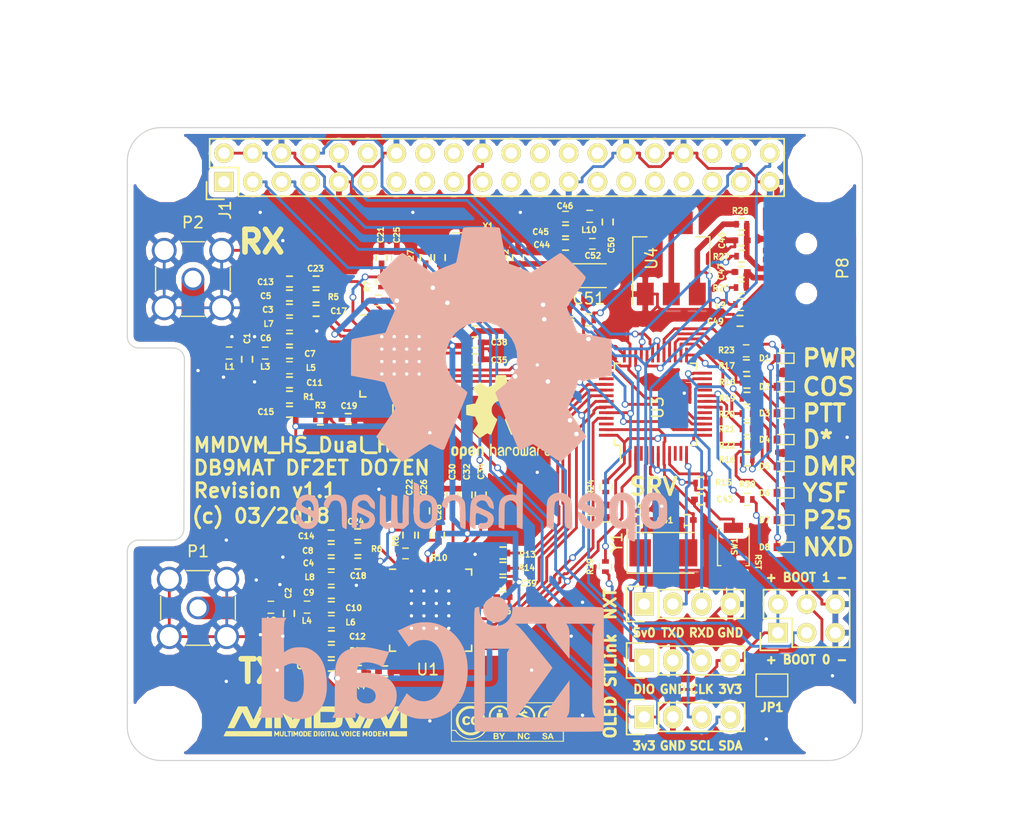
<source format=kicad_pcb>
(kicad_pcb (version 20171130) (host pcbnew "(2017-12-10 revision 6ee26fd)-master")

  (general
    (thickness 1.6)
    (drawings 57)
    (tracks 1236)
    (zones 0)
    (modules 193)
    (nets 98)
  )

  (page A4)
  (title_block
    (title MMDVM_HS_Dual_Hat)
    (date 2018-03-02)
    (rev 1.1)
    (company DB9MAT+DF2ET+DO7EN)
  )

  (layers
    (0 F.Cu signal)
    (31 B.Cu signal)
    (32 B.Adhes user)
    (33 F.Adhes user)
    (34 B.Paste user)
    (35 F.Paste user)
    (36 B.SilkS user hide)
    (37 F.SilkS user)
    (38 B.Mask user)
    (39 F.Mask user hide)
    (40 Dwgs.User user)
    (41 Cmts.User user)
    (42 Eco1.User user)
    (43 Eco2.User user)
    (44 Edge.Cuts user)
    (45 Margin user)
    (46 B.CrtYd user hide)
    (47 F.CrtYd user)
    (48 B.Fab user)
    (49 F.Fab user hide)
  )

  (setup
    (last_trace_width 0.25)
    (user_trace_width 0.01)
    (user_trace_width 0.02)
    (user_trace_width 0.05)
    (user_trace_width 0.1)
    (user_trace_width 0.2)
    (user_trace_width 0.3)
    (user_trace_width 0.5)
    (trace_clearance 0.2)
    (zone_clearance 0.508)
    (zone_45_only no)
    (trace_min 0.01)
    (segment_width 0.2)
    (edge_width 0.1)
    (via_size 0.6)
    (via_drill 0.4)
    (via_min_size 0.4)
    (via_min_drill 0.3)
    (uvia_size 0.3)
    (uvia_drill 0.1)
    (uvias_allowed no)
    (uvia_min_size 0.2)
    (uvia_min_drill 0.1)
    (pcb_text_width 0.3)
    (pcb_text_size 1.5 1.5)
    (mod_edge_width 0.15)
    (mod_text_size 1 1)
    (mod_text_width 0.15)
    (pad_size 0.6 0.6)
    (pad_drill 0.3)
    (pad_to_mask_clearance 0)
    (aux_axis_origin 0 0)
    (visible_elements 7EFFFF7F)
    (pcbplotparams
      (layerselection 0x010f8_ffffffff)
      (usegerberextensions true)
      (usegerberattributes false)
      (usegerberadvancedattributes false)
      (creategerberjobfile false)
      (excludeedgelayer true)
      (linewidth 0.100000)
      (plotframeref false)
      (viasonmask false)
      (mode 1)
      (useauxorigin true)
      (hpglpennumber 1)
      (hpglpenspeed 20)
      (hpglpendiameter 15)
      (psnegative false)
      (psa4output false)
      (plotreference true)
      (plotvalue true)
      (plotinvisibletext false)
      (padsonsilk false)
      (subtractmaskfromsilk false)
      (outputformat 1)
      (mirror false)
      (drillshape 0)
      (scaleselection 1)
      (outputdirectory gerber/))
  )

  (net 0 "")
  (net 1 "Net-(J1-Pad38)")
  (net 2 "Net-(C1-Pad1)")
  (net 3 GND)
  (net 4 "Net-(C2-Pad1)")
  (net 5 "Net-(C6-Pad1)")
  (net 6 "Net-(C6-Pad2)")
  (net 7 "Net-(C7-Pad1)")
  (net 8 "Net-(C9-Pad1)")
  (net 9 "Net-(C10-Pad2)")
  (net 10 "Net-(C10-Pad1)")
  (net 11 "Net-(C11-Pad1)")
  (net 12 "Net-(C12-Pad1)")
  (net 13 "Net-(C13-Pad1)")
  (net 14 "Net-(C14-Pad1)")
  (net 15 "Net-(C19-Pad1)")
  (net 16 "Net-(C20-Pad1)")
  (net 17 "Net-(C21-Pad1)")
  (net 18 "Net-(C22-Pad1)")
  (net 19 "Net-(C23-Pad1)")
  (net 20 "Net-(C23-Pad2)")
  (net 21 "Net-(C24-Pad1)")
  (net 22 "Net-(C24-Pad2)")
  (net 23 "Net-(C25-Pad1)")
  (net 24 "Net-(C26-Pad1)")
  (net 25 "Net-(C27-Pad1)")
  (net 26 "Net-(C28-Pad1)")
  (net 27 "Net-(C29-Pad2)")
  (net 28 "Net-(C30-Pad2)")
  (net 29 "Net-(C35-Pad2)")
  (net 30 "Net-(C36-Pad2)")
  (net 31 NRST)
  (net 32 +3V3)
  (net 33 SERVICE)
  (net 34 +5V)
  (net 35 SDA)
  (net 36 SCL)
  (net 37 RXD)
  (net 38 TXD)
  (net 39 "Net-(L1-Pad1)")
  (net 40 "Net-(L2-Pad1)")
  (net 41 DISP_TXD)
  (net 42 DISP_RXD)
  (net 43 SWDIO)
  (net 44 SWCLK)
  (net 45 BOOT0)
  (net 46 "Net-(R2-Pad1)")
  (net 47 "Net-(R3-Pad1)")
  (net 48 "Net-(R4-Pad1)")
  (net 49 DCLK2)
  (net 50 "Net-(R12-Pad2)")
  (net 51 DATA2)
  (net 52 "Net-(R13-Pad2)")
  (net 53 DCLK1)
  (net 54 "Net-(R14-Pad2)")
  (net 55 DATA1)
  (net 56 COS_LED)
  (net 57 PTT_LED)
  (net 58 DMR_LED)
  (net 59 DSTAR_LED)
  (net 60 YSF_LED)
  (net 61 P25_LED)
  (net 62 CE)
  (net 63 SLE2)
  (net 64 SDATA)
  (net 65 SREAD)
  (net 66 SCLK)
  (net 67 SLE1)
  (net 68 "Net-(C40-Pad1)")
  (net 69 D-)
  (net 70 D+)
  (net 71 NXDN_LED)
  (net 72 "Net-(C33-Pad2)")
  (net 73 "Net-(C34-Pad1)")
  (net 74 "Net-(C47-Pad1)")
  (net 75 "Net-(C48-Pad2)")
  (net 76 "Net-(C49-Pad2)")
  (net 77 "Net-(C50-Pad1)")
  (net 78 "Net-(R1-Pad1)")
  (net 79 "Net-(R11-Pad2)")
  (net 80 "Net-(C33-Pad1)")
  (net 81 "Net-(C41-Pad1)")
  (net 82 "Net-(D1-Pad2)")
  (net 83 "Net-(D2-Pad2)")
  (net 84 "Net-(D3-Pad2)")
  (net 85 "Net-(D4-Pad2)")
  (net 86 "Net-(D5-Pad2)")
  (net 87 "Net-(D6-Pad2)")
  (net 88 "Net-(D7-Pad2)")
  (net 89 "Net-(D8-Pad2)")
  (net 90 "Net-(D0-Pad2)")
  (net 91 "Net-(P7-Pad3)")
  (net 92 BOOT1)
  (net 93 "Net-(L11-Pad1)")
  (net 94 "Net-(L11-Pad2)")
  (net 95 "Net-(L12-Pad2)")
  (net 96 "Net-(L12-Pad1)")
  (net 97 "Net-(P7-Pad4)")

  (net_class Default "This is the default net class."
    (clearance 0.2)
    (trace_width 0.25)
    (via_dia 0.6)
    (via_drill 0.4)
    (uvia_dia 0.3)
    (uvia_drill 0.1)
    (add_net +3V3)
    (add_net +5V)
    (add_net BOOT0)
    (add_net BOOT1)
    (add_net CE)
    (add_net COS_LED)
    (add_net D+)
    (add_net D-)
    (add_net DATA1)
    (add_net DATA2)
    (add_net DCLK1)
    (add_net DCLK2)
    (add_net DISP_RXD)
    (add_net DISP_TXD)
    (add_net DMR_LED)
    (add_net DSTAR_LED)
    (add_net GND)
    (add_net NRST)
    (add_net NXDN_LED)
    (add_net "Net-(C1-Pad1)")
    (add_net "Net-(C10-Pad1)")
    (add_net "Net-(C10-Pad2)")
    (add_net "Net-(C11-Pad1)")
    (add_net "Net-(C12-Pad1)")
    (add_net "Net-(C13-Pad1)")
    (add_net "Net-(C14-Pad1)")
    (add_net "Net-(C19-Pad1)")
    (add_net "Net-(C2-Pad1)")
    (add_net "Net-(C20-Pad1)")
    (add_net "Net-(C21-Pad1)")
    (add_net "Net-(C22-Pad1)")
    (add_net "Net-(C23-Pad1)")
    (add_net "Net-(C23-Pad2)")
    (add_net "Net-(C24-Pad1)")
    (add_net "Net-(C24-Pad2)")
    (add_net "Net-(C25-Pad1)")
    (add_net "Net-(C26-Pad1)")
    (add_net "Net-(C27-Pad1)")
    (add_net "Net-(C28-Pad1)")
    (add_net "Net-(C29-Pad2)")
    (add_net "Net-(C30-Pad2)")
    (add_net "Net-(C33-Pad1)")
    (add_net "Net-(C33-Pad2)")
    (add_net "Net-(C34-Pad1)")
    (add_net "Net-(C35-Pad2)")
    (add_net "Net-(C36-Pad2)")
    (add_net "Net-(C40-Pad1)")
    (add_net "Net-(C41-Pad1)")
    (add_net "Net-(C47-Pad1)")
    (add_net "Net-(C48-Pad2)")
    (add_net "Net-(C49-Pad2)")
    (add_net "Net-(C50-Pad1)")
    (add_net "Net-(C6-Pad1)")
    (add_net "Net-(C6-Pad2)")
    (add_net "Net-(C7-Pad1)")
    (add_net "Net-(C9-Pad1)")
    (add_net "Net-(D0-Pad2)")
    (add_net "Net-(D1-Pad2)")
    (add_net "Net-(D2-Pad2)")
    (add_net "Net-(D3-Pad2)")
    (add_net "Net-(D4-Pad2)")
    (add_net "Net-(D5-Pad2)")
    (add_net "Net-(D6-Pad2)")
    (add_net "Net-(D7-Pad2)")
    (add_net "Net-(D8-Pad2)")
    (add_net "Net-(J1-Pad38)")
    (add_net "Net-(L1-Pad1)")
    (add_net "Net-(L11-Pad1)")
    (add_net "Net-(L11-Pad2)")
    (add_net "Net-(L12-Pad1)")
    (add_net "Net-(L12-Pad2)")
    (add_net "Net-(L2-Pad1)")
    (add_net "Net-(P7-Pad3)")
    (add_net "Net-(P7-Pad4)")
    (add_net "Net-(R1-Pad1)")
    (add_net "Net-(R11-Pad2)")
    (add_net "Net-(R12-Pad2)")
    (add_net "Net-(R13-Pad2)")
    (add_net "Net-(R14-Pad2)")
    (add_net "Net-(R2-Pad1)")
    (add_net "Net-(R3-Pad1)")
    (add_net "Net-(R4-Pad1)")
    (add_net P25_LED)
    (add_net PTT_LED)
    (add_net RXD)
    (add_net SCL)
    (add_net SCLK)
    (add_net SDA)
    (add_net SDATA)
    (add_net SERVICE)
    (add_net SLE1)
    (add_net SLE2)
    (add_net SREAD)
    (add_net SWCLK)
    (add_net SWDIO)
    (add_net TXD)
    (add_net YSF_LED)
  )

  (module MMDVM:VIA-0.6mm (layer F.Cu) (tedit 5A84609C) (tstamp 5AC239B6)
    (at 152.6 131)
    (fp_text reference REF** (at 0 1.27) (layer F.SilkS) hide
      (effects (font (size 1 1) (thickness 0.15)))
    )
    (fp_text value VIA-0.6mm (at 0 -1.27) (layer F.Fab) hide
      (effects (font (size 1 1) (thickness 0.15)))
    )
    (pad 1 thru_hole circle (at 0 0) (size 0.6 0.6) (drill 0.3) (layers *.Cu)
      (net 3 GND) (zone_connect 2))
  )

  (module MMDVM:VIA-0.6mm (layer F.Cu) (tedit 5A84609C) (tstamp 5A8596B9)
    (at 96.5 104)
    (fp_text reference REF** (at 0 1.27) (layer F.SilkS) hide
      (effects (font (size 1 1) (thickness 0.15)))
    )
    (fp_text value VIA-0.6mm (at 0 -1.27) (layer F.Fab) hide
      (effects (font (size 1 1) (thickness 0.15)))
    )
    (pad 1 thru_hole circle (at 0 0) (size 0.6 0.6) (drill 0.3) (layers *.Cu)
      (net 3 GND) (zone_connect 2))
  )

  (module MMDVM:VIA-0.6mm (layer F.Cu) (tedit 5A84609C) (tstamp 5A8596A2)
    (at 107 100.5)
    (fp_text reference REF** (at 0 1.27) (layer F.SilkS) hide
      (effects (font (size 1 1) (thickness 0.15)))
    )
    (fp_text value VIA-0.6mm (at 0 -1.27) (layer F.Fab) hide
      (effects (font (size 1 1) (thickness 0.15)))
    )
    (pad 1 thru_hole circle (at 0 0) (size 0.6 0.6) (drill 0.3) (layers *.Cu)
      (net 3 GND) (zone_connect 2))
  )

  (module MMDVM:VIA-0.6mm (layer F.Cu) (tedit 5A84609C) (tstamp 5A8EEE3E)
    (at 104 127.5)
    (fp_text reference REF** (at 0 1.27) (layer F.SilkS) hide
      (effects (font (size 1 1) (thickness 0.15)))
    )
    (fp_text value VIA-0.6mm (at 0 -1.27) (layer F.Fab) hide
      (effects (font (size 1 1) (thickness 0.15)))
    )
    (pad 1 thru_hole circle (at 0 0) (size 0.6 0.6) (drill 0.3) (layers *.Cu)
      (net 3 GND) (zone_connect 2))
  )

  (module MMDVM:VIA-0.6mm (layer F.Cu) (tedit 5A84609C) (tstamp 5A8EEE36)
    (at 98.75 104.58)
    (fp_text reference REF** (at 0 1.27) (layer F.SilkS) hide
      (effects (font (size 1 1) (thickness 0.15)))
    )
    (fp_text value VIA-0.6mm (at 0 -1.27) (layer F.Fab) hide
      (effects (font (size 1 1) (thickness 0.15)))
    )
    (pad 1 thru_hole circle (at 0 0) (size 0.6 0.6) (drill 0.3) (layers *.Cu)
      (net 3 GND) (zone_connect 2))
  )

  (module MMDVM:VIA-0.6mm (layer F.Cu) (tedit 5A84609C) (tstamp 5A8EEE2E)
    (at 101.5 105)
    (fp_text reference REF** (at 0 1.27) (layer F.SilkS) hide
      (effects (font (size 1 1) (thickness 0.15)))
    )
    (fp_text value VIA-0.6mm (at 0 -1.27) (layer F.Fab) hide
      (effects (font (size 1 1) (thickness 0.15)))
    )
    (pad 1 thru_hole circle (at 0 0) (size 0.6 0.6) (drill 0.3) (layers *.Cu)
      (net 3 GND) (zone_connect 2))
  )

  (module MMDVM:VIA-0.6mm (layer F.Cu) (tedit 5A84609C) (tstamp 5A8EEE1E)
    (at 99.5 101)
    (fp_text reference REF** (at 0 1.27) (layer F.SilkS) hide
      (effects (font (size 1 1) (thickness 0.15)))
    )
    (fp_text value VIA-0.6mm (at 0 -1.27) (layer F.Fab) hide
      (effects (font (size 1 1) (thickness 0.15)))
    )
    (pad 1 thru_hole circle (at 0 0) (size 0.6 0.6) (drill 0.3) (layers *.Cu)
      (net 3 GND) (zone_connect 2))
  )

  (module MMDVM:VIA-0.6mm (layer F.Cu) (tedit 5A84609C) (tstamp 5A8EEE0C)
    (at 121 120.26)
    (fp_text reference REF** (at 0 1.27) (layer F.SilkS) hide
      (effects (font (size 1 1) (thickness 0.15)))
    )
    (fp_text value VIA-0.6mm (at 0 -1.27) (layer F.Fab) hide
      (effects (font (size 1 1) (thickness 0.15)))
    )
    (pad 1 thru_hole circle (at 0 0) (size 0.6 0.6) (drill 0.3) (layers *.Cu)
      (net 3 GND) (zone_connect 2))
  )

  (module MMDVM:VIA-0.6mm (layer F.Cu) (tedit 5A84609C) (tstamp 5A8EEE00)
    (at 153.9 109.9)
    (fp_text reference REF** (at 0 1.27) (layer F.SilkS) hide
      (effects (font (size 1 1) (thickness 0.15)))
    )
    (fp_text value VIA-0.6mm (at 0 -1.27) (layer F.Fab) hide
      (effects (font (size 1 1) (thickness 0.15)))
    )
    (pad 1 thru_hole circle (at 0 0) (size 0.6 0.6) (drill 0.3) (layers *.Cu)
      (net 3 GND) (zone_connect 2))
  )

  (module MMDVM:VIA-0.6mm (layer F.Cu) (tedit 5A84609C) (tstamp 5A8EEDF8)
    (at 117 135)
    (fp_text reference REF** (at 0 1.27) (layer F.SilkS) hide
      (effects (font (size 1 1) (thickness 0.15)))
    )
    (fp_text value VIA-0.6mm (at 0 -1.27) (layer F.Fab) hide
      (effects (font (size 1 1) (thickness 0.15)))
    )
    (pad 1 thru_hole circle (at 0 0) (size 0.6 0.6) (drill 0.3) (layers *.Cu)
      (net 3 GND) (zone_connect 2))
  )

  (module MMDVM:VIA-0.6mm (layer F.Cu) (tedit 5A84609C) (tstamp 5A8EEDF0)
    (at 99 131.5)
    (fp_text reference REF** (at 0 1.27) (layer F.SilkS) hide
      (effects (font (size 1 1) (thickness 0.15)))
    )
    (fp_text value VIA-0.6mm (at 0 -1.27) (layer F.Fab) hide
      (effects (font (size 1 1) (thickness 0.15)))
    )
    (pad 1 thru_hole circle (at 0 0) (size 0.6 0.6) (drill 0.3) (layers *.Cu)
      (net 3 GND) (zone_connect 2))
  )

  (module MMDVM:VIA-0.6mm (layer F.Cu) (tedit 5A84609C) (tstamp 5A8EEDE8)
    (at 99 119)
    (fp_text reference REF** (at 0 1.27) (layer F.SilkS) hide
      (effects (font (size 1 1) (thickness 0.15)))
    )
    (fp_text value VIA-0.6mm (at 0 -1.27) (layer F.Fab) hide
      (effects (font (size 1 1) (thickness 0.15)))
    )
    (pad 1 thru_hole circle (at 0 0) (size 0.6 0.6) (drill 0.3) (layers *.Cu)
      (net 3 GND) (zone_connect 2))
  )

  (module MMDVM:VIA-0.6mm (layer F.Cu) (tedit 5A84609C) (tstamp 5A8EEDE0)
    (at 104 120.5)
    (fp_text reference REF** (at 0 1.27) (layer F.SilkS) hide
      (effects (font (size 1 1) (thickness 0.15)))
    )
    (fp_text value VIA-0.6mm (at 0 -1.27) (layer F.Fab) hide
      (effects (font (size 1 1) (thickness 0.15)))
    )
    (pad 1 thru_hole circle (at 0 0) (size 0.6 0.6) (drill 0.3) (layers *.Cu)
      (net 3 GND) (zone_connect 2))
  )

  (module MMDVM:VIA-0.6mm (layer F.Cu) (tedit 5A84609C) (tstamp 5A8EEDD8)
    (at 104 92.5)
    (fp_text reference REF** (at 0 1.27) (layer F.SilkS) hide
      (effects (font (size 1 1) (thickness 0.15)))
    )
    (fp_text value VIA-0.6mm (at 0 -1.27) (layer F.Fab) hide
      (effects (font (size 1 1) (thickness 0.15)))
    )
    (pad 1 thru_hole circle (at 0 0) (size 0.6 0.6) (drill 0.3) (layers *.Cu)
      (net 3 GND) (zone_connect 2))
  )

  (module MMDVM:VIA-0.6mm (layer F.Cu) (tedit 5A84609C) (tstamp 5A8EEDCE)
    (at 101.5 101)
    (fp_text reference REF** (at 0 1.27) (layer F.SilkS) hide
      (effects (font (size 1 1) (thickness 0.15)))
    )
    (fp_text value VIA-0.6mm (at 0 -1.27) (layer F.Fab) hide
      (effects (font (size 1 1) (thickness 0.15)))
    )
    (pad 1 thru_hole circle (at 0 0) (size 0.6 0.6) (drill 0.3) (layers *.Cu)
      (net 3 GND) (zone_connect 2))
  )

  (module MMDVM:VIA-0.6mm (layer F.Cu) (tedit 5A84609C) (tstamp 5A8EEDC4)
    (at 130.5 124.5)
    (fp_text reference REF** (at 0 1.27) (layer F.SilkS) hide
      (effects (font (size 1 1) (thickness 0.15)))
    )
    (fp_text value VIA-0.6mm (at 0 -1.27) (layer F.Fab) hide
      (effects (font (size 1 1) (thickness 0.15)))
    )
    (pad 1 thru_hole circle (at 0 0) (size 0.6 0.6) (drill 0.3) (layers *.Cu)
      (net 3 GND) (zone_connect 2))
  )

  (module MMDVM:VIA-0.6mm (layer F.Cu) (tedit 5A84609C) (tstamp 5A8EEDBC)
    (at 129.5 127.5)
    (fp_text reference REF** (at 0 1.27) (layer F.SilkS) hide
      (effects (font (size 1 1) (thickness 0.15)))
    )
    (fp_text value VIA-0.6mm (at 0 -1.27) (layer F.Fab) hide
      (effects (font (size 1 1) (thickness 0.15)))
    )
    (pad 1 thru_hole circle (at 0 0) (size 0.6 0.6) (drill 0.3) (layers *.Cu)
      (net 3 GND) (zone_connect 2))
  )

  (module MMDVM:VIA-0.6mm (layer F.Cu) (tedit 5A84609C) (tstamp 5A8EEDB4)
    (at 146.75 136.6)
    (fp_text reference REF** (at 0 1.27) (layer F.SilkS) hide
      (effects (font (size 1 1) (thickness 0.15)))
    )
    (fp_text value VIA-0.6mm (at 0 -1.27) (layer F.Fab) hide
      (effects (font (size 1 1) (thickness 0.15)))
    )
    (pad 1 thru_hole circle (at 0 0) (size 0.6 0.6) (drill 0.3) (layers *.Cu)
      (net 3 GND) (zone_connect 2))
  )

  (module MMDVM:VIA-0.6mm (layer F.Cu) (tedit 5A84609C) (tstamp 5A8EEDAC)
    (at 130.5 134.5)
    (fp_text reference REF** (at 0 1.27) (layer F.SilkS) hide
      (effects (font (size 1 1) (thickness 0.15)))
    )
    (fp_text value VIA-0.6mm (at 0 -1.27) (layer F.Fab) hide
      (effects (font (size 1 1) (thickness 0.15)))
    )
    (pad 1 thru_hole circle (at 0 0) (size 0.6 0.6) (drill 0.3) (layers *.Cu)
      (net 3 GND) (zone_connect 2))
  )

  (module MMDVM:VIA-0.6mm (layer F.Cu) (tedit 5A84609C) (tstamp 5A8EEDA4)
    (at 137.5 116)
    (fp_text reference REF** (at 0 1.27) (layer F.SilkS) hide
      (effects (font (size 1 1) (thickness 0.15)))
    )
    (fp_text value VIA-0.6mm (at 0 -1.27) (layer F.Fab) hide
      (effects (font (size 1 1) (thickness 0.15)))
    )
    (pad 1 thru_hole circle (at 0 0) (size 0.6 0.6) (drill 0.3) (layers *.Cu)
      (net 3 GND) (zone_connect 2))
  )

  (module MMDVM:VIA-0.6mm (layer F.Cu) (tedit 5A84609C) (tstamp 5A8EED9C)
    (at 139.5 106)
    (fp_text reference REF** (at 0 1.27) (layer F.SilkS) hide
      (effects (font (size 1 1) (thickness 0.15)))
    )
    (fp_text value VIA-0.6mm (at 0 -1.27) (layer F.Fab) hide
      (effects (font (size 1 1) (thickness 0.15)))
    )
    (pad 1 thru_hole circle (at 0 0) (size 0.6 0.6) (drill 0.3) (layers *.Cu)
      (net 3 GND) (zone_connect 2))
  )

  (module MMDVM:VIA-0.6mm (layer F.Cu) (tedit 5A84609C) (tstamp 5A8EED94)
    (at 125 90)
    (fp_text reference REF** (at 0 1.27) (layer F.SilkS) hide
      (effects (font (size 1 1) (thickness 0.15)))
    )
    (fp_text value VIA-0.6mm (at 0 -1.27) (layer F.Fab) hide
      (effects (font (size 1 1) (thickness 0.15)))
    )
    (pad 1 thru_hole circle (at 0 0) (size 0.6 0.6) (drill 0.3) (layers *.Cu)
      (net 3 GND) (zone_connect 2))
  )

  (module MMDVM:VIA-0.6mm (layer F.Cu) (tedit 5A84609C) (tstamp 5A8EED6C)
    (at 102 90)
    (fp_text reference REF** (at 0 1.27) (layer F.SilkS) hide
      (effects (font (size 1 1) (thickness 0.15)))
    )
    (fp_text value VIA-0.6mm (at 0 -1.27) (layer F.Fab) hide
      (effects (font (size 1 1) (thickness 0.15)))
    )
    (pad 1 thru_hole circle (at 0 0) (size 0.6 0.6) (drill 0.3) (layers *.Cu)
      (net 3 GND) (zone_connect 2))
  )

  (module MMDVM:VIA-0.6mm (layer F.Cu) (tedit 5A84609C) (tstamp 5A8EED64)
    (at 115.5 90)
    (fp_text reference REF** (at 0 1.27) (layer F.SilkS) hide
      (effects (font (size 1 1) (thickness 0.15)))
    )
    (fp_text value VIA-0.6mm (at 0 -1.27) (layer F.Fab) hide
      (effects (font (size 1 1) (thickness 0.15)))
    )
    (pad 1 thru_hole circle (at 0 0) (size 0.6 0.6) (drill 0.3) (layers *.Cu)
      (net 3 GND) (zone_connect 2))
  )

  (module MMDVM:VIA-0.6mm (layer F.Cu) (tedit 5A84609C) (tstamp 5A8EED5C)
    (at 126.5 113)
    (fp_text reference REF** (at 0 1.27) (layer F.SilkS) hide
      (effects (font (size 1 1) (thickness 0.15)))
    )
    (fp_text value VIA-0.6mm (at 0 -1.27) (layer F.Fab) hide
      (effects (font (size 1 1) (thickness 0.15)))
    )
    (pad 1 thru_hole circle (at 0 0) (size 0.6 0.6) (drill 0.3) (layers *.Cu)
      (net 3 GND) (zone_connect 2))
  )

  (module MMDVM:VIA-0.6mm (layer F.Cu) (tedit 5A84609C) (tstamp 5A8EED54)
    (at 126.5 103.5)
    (fp_text reference REF** (at 0 1.27) (layer F.SilkS) hide
      (effects (font (size 1 1) (thickness 0.15)))
    )
    (fp_text value VIA-0.6mm (at 0 -1.27) (layer F.Fab) hide
      (effects (font (size 1 1) (thickness 0.15)))
    )
    (pad 1 thru_hole circle (at 0 0) (size 0.6 0.6) (drill 0.3) (layers *.Cu)
      (net 3 GND) (zone_connect 2))
  )

  (module MMDVM:VIA-0.6mm (layer F.Cu) (tedit 5A84609C) (tstamp 5A8EED4C)
    (at 117 109.5)
    (fp_text reference REF** (at 0 1.27) (layer F.SilkS) hide
      (effects (font (size 1 1) (thickness 0.15)))
    )
    (fp_text value VIA-0.6mm (at 0 -1.27) (layer F.Fab) hide
      (effects (font (size 1 1) (thickness 0.15)))
    )
    (pad 1 thru_hole circle (at 0 0) (size 0.6 0.6) (drill 0.3) (layers *.Cu)
      (net 3 GND) (zone_connect 2))
  )

  (module MMDVM:VIA-0.6mm (layer F.Cu) (tedit 5A84609C) (tstamp 5A8EED44)
    (at 126 130.5)
    (fp_text reference REF** (at 0 1.27) (layer F.SilkS) hide
      (effects (font (size 1 1) (thickness 0.15)))
    )
    (fp_text value VIA-0.6mm (at 0 -1.27) (layer F.Fab) hide
      (effects (font (size 1 1) (thickness 0.15)))
    )
    (pad 1 thru_hole circle (at 0 0) (size 0.6 0.6) (drill 0.3) (layers *.Cu)
      (net 3 GND) (zone_connect 2))
  )

  (module MMDVM:VIA-0.6mm (layer F.Cu) (tedit 5A84609C) (tstamp 5A8EED3C)
    (at 103.5 130.5)
    (fp_text reference REF** (at 0 1.27) (layer F.SilkS) hide
      (effects (font (size 1 1) (thickness 0.15)))
    )
    (fp_text value VIA-0.6mm (at 0 -1.27) (layer F.Fab) hide
      (effects (font (size 1 1) (thickness 0.15)))
    )
    (pad 1 thru_hole circle (at 0 0) (size 0.6 0.6) (drill 0.3) (layers *.Cu)
      (net 3 GND) (zone_connect 2))
  )

  (module MMDVM:VIA-0.6mm (layer F.Cu) (tedit 5A84609C) (tstamp 5A8EED34)
    (at 102.02 127.37)
    (fp_text reference REF** (at 0 1.27) (layer F.SilkS) hide
      (effects (font (size 1 1) (thickness 0.15)))
    )
    (fp_text value VIA-0.6mm (at 0 -1.27) (layer F.Fab) hide
      (effects (font (size 1 1) (thickness 0.15)))
    )
    (pad 1 thru_hole circle (at 0 0) (size 0.6 0.6) (drill 0.3) (layers *.Cu)
      (net 3 GND) (zone_connect 2))
  )

  (module MMDVM:VIA-0.6mm (layer F.Cu) (tedit 5A84609C) (tstamp 5A8EED2C)
    (at 103.74 122.93)
    (fp_text reference REF** (at 0 1.27) (layer F.SilkS) hide
      (effects (font (size 1 1) (thickness 0.15)))
    )
    (fp_text value VIA-0.6mm (at 0 -1.27) (layer F.Fab) hide
      (effects (font (size 1 1) (thickness 0.15)))
    )
    (pad 1 thru_hole circle (at 0 0) (size 0.6 0.6) (drill 0.3) (layers *.Cu)
      (net 3 GND) (zone_connect 2))
  )

  (module MMDVM:VIA-0.6mm (layer F.Cu) (tedit 5A84609C) (tstamp 5A8EED24)
    (at 101.65 122.53)
    (fp_text reference REF** (at 0 1.27) (layer F.SilkS) hide
      (effects (font (size 1 1) (thickness 0.15)))
    )
    (fp_text value VIA-0.6mm (at 0 -1.27) (layer F.Fab) hide
      (effects (font (size 1 1) (thickness 0.15)))
    )
    (pad 1 thru_hole circle (at 0 0) (size 0.6 0.6) (drill 0.3) (layers *.Cu)
      (net 3 GND) (zone_connect 2))
  )

  (module MMDVM:VIA-0.6mm (layer F.Cu) (tedit 5A84609C) (tstamp 5A8EED1C)
    (at 112.5 114.5)
    (fp_text reference REF** (at 0 1.27) (layer F.SilkS) hide
      (effects (font (size 1 1) (thickness 0.15)))
    )
    (fp_text value VIA-0.6mm (at 0 -1.27) (layer F.Fab) hide
      (effects (font (size 1 1) (thickness 0.15)))
    )
    (pad 1 thru_hole circle (at 0 0) (size 0.6 0.6) (drill 0.3) (layers *.Cu)
      (net 3 GND) (zone_connect 2))
  )

  (module MMDVM:VIA-0.6mm (layer F.Cu) (tedit 5A84609C) (tstamp 5A8EEC26)
    (at 110.5 123)
    (fp_text reference REF** (at 0 1.27) (layer F.SilkS) hide
      (effects (font (size 1 1) (thickness 0.15)))
    )
    (fp_text value VIA-0.6mm (at 0 -1.27) (layer F.Fab) hide
      (effects (font (size 1 1) (thickness 0.15)))
    )
    (pad 1 thru_hole circle (at 0 0) (size 0.6 0.6) (drill 0.3) (layers *.Cu)
      (net 3 GND) (zone_connect 2))
  )

  (module MMDVM:VIA-0.6mm (layer F.Cu) (tedit 5A84609C) (tstamp 5A8EEA63)
    (at 118.675 126.8)
    (fp_text reference REF** (at 0 1.27) (layer F.SilkS) hide
      (effects (font (size 1 1) (thickness 0.15)))
    )
    (fp_text value VIA-0.6mm (at 0 -1.27) (layer F.Fab) hide
      (effects (font (size 1 1) (thickness 0.15)))
    )
    (pad 1 thru_hole circle (at 0 0) (size 0.6 0.6) (drill 0.3) (layers *.Cu)
      (net 3 GND) (zone_connect 2))
  )

  (module MMDVM:VIA-0.6mm (layer F.Cu) (tedit 5A84609C) (tstamp 5A8EEA5F)
    (at 117.575 126.8)
    (fp_text reference REF** (at 0 1.27) (layer F.SilkS) hide
      (effects (font (size 1 1) (thickness 0.15)))
    )
    (fp_text value VIA-0.6mm (at 0 -1.27) (layer F.Fab) hide
      (effects (font (size 1 1) (thickness 0.15)))
    )
    (pad 1 thru_hole circle (at 0 0) (size 0.6 0.6) (drill 0.3) (layers *.Cu)
      (net 3 GND) (zone_connect 2))
  )

  (module MMDVM:VIA-0.6mm (layer F.Cu) (tedit 5A84609C) (tstamp 5A8EEA5B)
    (at 116.475 126.8)
    (fp_text reference REF** (at 0 1.27) (layer F.SilkS) hide
      (effects (font (size 1 1) (thickness 0.15)))
    )
    (fp_text value VIA-0.6mm (at 0 -1.27) (layer F.Fab) hide
      (effects (font (size 1 1) (thickness 0.15)))
    )
    (pad 1 thru_hole circle (at 0 0) (size 0.6 0.6) (drill 0.3) (layers *.Cu)
      (net 3 GND) (zone_connect 2))
  )

  (module MMDVM:VIA-0.6mm (layer F.Cu) (tedit 5A84609C) (tstamp 5A8EEA57)
    (at 115.375 126.8)
    (fp_text reference REF** (at 0 1.27) (layer F.SilkS) hide
      (effects (font (size 1 1) (thickness 0.15)))
    )
    (fp_text value VIA-0.6mm (at 0 -1.27) (layer F.Fab) hide
      (effects (font (size 1 1) (thickness 0.15)))
    )
    (pad 1 thru_hole circle (at 0 0) (size 0.6 0.6) (drill 0.3) (layers *.Cu)
      (net 3 GND) (zone_connect 2))
  )

  (module MMDVM:VIA-0.6mm (layer F.Cu) (tedit 5A84609C) (tstamp 5A8EEA53)
    (at 118.675 125.7)
    (fp_text reference REF** (at 0 1.27) (layer F.SilkS) hide
      (effects (font (size 1 1) (thickness 0.15)))
    )
    (fp_text value VIA-0.6mm (at 0 -1.27) (layer F.Fab) hide
      (effects (font (size 1 1) (thickness 0.15)))
    )
    (pad 1 thru_hole circle (at 0 0) (size 0.6 0.6) (drill 0.3) (layers *.Cu)
      (net 3 GND) (zone_connect 2))
  )

  (module MMDVM:VIA-0.6mm (layer F.Cu) (tedit 5A84609C) (tstamp 5A8EEA4F)
    (at 117.575 125.7)
    (fp_text reference REF** (at 0 1.27) (layer F.SilkS) hide
      (effects (font (size 1 1) (thickness 0.15)))
    )
    (fp_text value VIA-0.6mm (at 0 -1.27) (layer F.Fab) hide
      (effects (font (size 1 1) (thickness 0.15)))
    )
    (pad 1 thru_hole circle (at 0 0) (size 0.6 0.6) (drill 0.3) (layers *.Cu)
      (net 3 GND) (zone_connect 2))
  )

  (module MMDVM:VIA-0.6mm (layer F.Cu) (tedit 5A84609C) (tstamp 5A8EEA4B)
    (at 116.475 125.7)
    (fp_text reference REF** (at 0 1.27) (layer F.SilkS) hide
      (effects (font (size 1 1) (thickness 0.15)))
    )
    (fp_text value VIA-0.6mm (at 0 -1.27) (layer F.Fab) hide
      (effects (font (size 1 1) (thickness 0.15)))
    )
    (pad 1 thru_hole circle (at 0 0) (size 0.6 0.6) (drill 0.3) (layers *.Cu)
      (net 3 GND) (zone_connect 2))
  )

  (module MMDVM:VIA-0.6mm (layer F.Cu) (tedit 5A84609C) (tstamp 5A8EEA47)
    (at 115.375 125.7)
    (fp_text reference REF** (at 0 1.27) (layer F.SilkS) hide
      (effects (font (size 1 1) (thickness 0.15)))
    )
    (fp_text value VIA-0.6mm (at 0 -1.27) (layer F.Fab) hide
      (effects (font (size 1 1) (thickness 0.15)))
    )
    (pad 1 thru_hole circle (at 0 0) (size 0.6 0.6) (drill 0.3) (layers *.Cu)
      (net 3 GND) (zone_connect 2))
  )

  (module MMDVM:VIA-0.6mm (layer F.Cu) (tedit 5A84609C) (tstamp 5A8EEA43)
    (at 118.675 124.6)
    (fp_text reference REF** (at 0 1.27) (layer F.SilkS) hide
      (effects (font (size 1 1) (thickness 0.15)))
    )
    (fp_text value VIA-0.6mm (at 0 -1.27) (layer F.Fab) hide
      (effects (font (size 1 1) (thickness 0.15)))
    )
    (pad 1 thru_hole circle (at 0 0) (size 0.6 0.6) (drill 0.3) (layers *.Cu)
      (net 3 GND) (zone_connect 2))
  )

  (module MMDVM:VIA-0.6mm (layer F.Cu) (tedit 5A84609C) (tstamp 5A8EEA3F)
    (at 117.575 124.6)
    (fp_text reference REF** (at 0 1.27) (layer F.SilkS) hide
      (effects (font (size 1 1) (thickness 0.15)))
    )
    (fp_text value VIA-0.6mm (at 0 -1.27) (layer F.Fab) hide
      (effects (font (size 1 1) (thickness 0.15)))
    )
    (pad 1 thru_hole circle (at 0 0) (size 0.6 0.6) (drill 0.3) (layers *.Cu)
      (net 3 GND) (zone_connect 2))
  )

  (module MMDVM:VIA-0.6mm (layer F.Cu) (tedit 5A84609C) (tstamp 5A8EEA3B)
    (at 116.475 124.6)
    (fp_text reference REF** (at 0 1.27) (layer F.SilkS) hide
      (effects (font (size 1 1) (thickness 0.15)))
    )
    (fp_text value VIA-0.6mm (at 0 -1.27) (layer F.Fab) hide
      (effects (font (size 1 1) (thickness 0.15)))
    )
    (pad 1 thru_hole circle (at 0 0) (size 0.6 0.6) (drill 0.3) (layers *.Cu)
      (net 3 GND) (zone_connect 2))
  )

  (module MMDVM:VIA-0.6mm (layer F.Cu) (tedit 5A84609C) (tstamp 5A8EEA37)
    (at 115.375 124.6)
    (fp_text reference REF** (at 0 1.27) (layer F.SilkS) hide
      (effects (font (size 1 1) (thickness 0.15)))
    )
    (fp_text value VIA-0.6mm (at 0 -1.27) (layer F.Fab) hide
      (effects (font (size 1 1) (thickness 0.15)))
    )
    (pad 1 thru_hole circle (at 0 0) (size 0.6 0.6) (drill 0.3) (layers *.Cu)
      (net 3 GND) (zone_connect 2))
  )

  (module MMDVM:VIA-0.6mm (layer F.Cu) (tedit 5A84609C) (tstamp 5A8EEA33)
    (at 118.675 123.5)
    (fp_text reference REF** (at 0 1.27) (layer F.SilkS) hide
      (effects (font (size 1 1) (thickness 0.15)))
    )
    (fp_text value VIA-0.6mm (at 0 -1.27) (layer F.Fab) hide
      (effects (font (size 1 1) (thickness 0.15)))
    )
    (pad 1 thru_hole circle (at 0 0) (size 0.6 0.6) (drill 0.3) (layers *.Cu)
      (net 3 GND) (zone_connect 2))
  )

  (module MMDVM:VIA-0.6mm (layer F.Cu) (tedit 5A84609C) (tstamp 5A8EEA2F)
    (at 117.575 123.5)
    (fp_text reference REF** (at 0 1.27) (layer F.SilkS) hide
      (effects (font (size 1 1) (thickness 0.15)))
    )
    (fp_text value VIA-0.6mm (at 0 -1.27) (layer F.Fab) hide
      (effects (font (size 1 1) (thickness 0.15)))
    )
    (pad 1 thru_hole circle (at 0 0) (size 0.6 0.6) (drill 0.3) (layers *.Cu)
      (net 3 GND) (zone_connect 2))
  )

  (module MMDVM:VIA-0.6mm (layer F.Cu) (tedit 5A84609C) (tstamp 5A8EEA2B)
    (at 116.475 123.5)
    (fp_text reference REF** (at 0 1.27) (layer F.SilkS) hide
      (effects (font (size 1 1) (thickness 0.15)))
    )
    (fp_text value VIA-0.6mm (at 0 -1.27) (layer F.Fab) hide
      (effects (font (size 1 1) (thickness 0.15)))
    )
    (pad 1 thru_hole circle (at 0 0) (size 0.6 0.6) (drill 0.3) (layers *.Cu)
      (net 3 GND) (zone_connect 2))
  )

  (module Housings_DFN_QFN:QFN-48-1EP_7x7mm_Pitch0.5mm (layer F.Cu) (tedit 54130A77) (tstamp 5A68475E)
    (at 117.07 125.2)
    (descr "UK Package; 48-Lead Plastic QFN (7mm x 7mm); (see Linear Technology QFN_48_05-08-1704.pdf)")
    (tags "QFN 0.5")
    (path /5896FF14)
    (attr smd)
    (fp_text reference U1 (at -0.25 5.25) (layer F.SilkS)
      (effects (font (size 1 1) (thickness 0.15)))
    )
    (fp_text value ADF7021 (at 0 4.75) (layer F.Fab)
      (effects (font (size 1 1) (thickness 0.15)))
    )
    (fp_line (start -4 -4) (end -4 4) (layer F.CrtYd) (width 0.05))
    (fp_line (start 4 -4) (end 4 4) (layer F.CrtYd) (width 0.05))
    (fp_line (start -4 -4) (end 4 -4) (layer F.CrtYd) (width 0.05))
    (fp_line (start -4 4) (end 4 4) (layer F.CrtYd) (width 0.05))
    (fp_line (start 3.625 -3.625) (end 3.625 -3.1) (layer F.SilkS) (width 0.15))
    (fp_line (start -3.625 3.625) (end -3.625 3.1) (layer F.SilkS) (width 0.15))
    (fp_line (start 3.625 3.625) (end 3.625 3.1) (layer F.SilkS) (width 0.15))
    (fp_line (start -3.625 -3.625) (end -3.1 -3.625) (layer F.SilkS) (width 0.15))
    (fp_line (start -3.625 3.625) (end -3.1 3.625) (layer F.SilkS) (width 0.15))
    (fp_line (start 3.625 3.625) (end 3.1 3.625) (layer F.SilkS) (width 0.15))
    (fp_line (start 3.625 -3.625) (end 3.1 -3.625) (layer F.SilkS) (width 0.15))
    (pad 1 smd rect (at -3.4 -2.75) (size 0.7 0.25) (layers F.Cu F.Paste F.Mask)
      (net 18 "Net-(C22-Pad1)"))
    (pad 2 smd rect (at -3.4 -2.25) (size 0.7 0.25) (layers F.Cu F.Paste F.Mask)
      (net 22 "Net-(C24-Pad2)"))
    (pad 3 smd rect (at -3.4 -1.75) (size 0.7 0.25) (layers F.Cu F.Paste F.Mask)
      (net 32 +3V3))
    (pad 4 smd rect (at -3.4 -1.25) (size 0.7 0.25) (layers F.Cu F.Paste F.Mask)
      (net 8 "Net-(C9-Pad1)"))
    (pad 5 smd rect (at -3.4 -0.75) (size 0.7 0.25) (layers F.Cu F.Paste F.Mask)
      (net 3 GND))
    (pad 6 smd rect (at -3.4 -0.25) (size 0.7 0.25) (layers F.Cu F.Paste F.Mask)
      (net 10 "Net-(C10-Pad1)"))
    (pad 7 smd rect (at -3.4 0.25) (size 0.7 0.25) (layers F.Cu F.Paste F.Mask)
      (net 12 "Net-(C12-Pad1)"))
    (pad 8 smd rect (at -3.4 0.75) (size 0.7 0.25) (layers F.Cu F.Paste F.Mask)
      (net 46 "Net-(R2-Pad1)"))
    (pad 9 smd rect (at -3.4 1.25) (size 0.7 0.25) (layers F.Cu F.Paste F.Mask)
      (net 32 +3V3))
    (pad 10 smd rect (at -3.4 1.75) (size 0.7 0.25) (layers F.Cu F.Paste F.Mask)
      (net 48 "Net-(R4-Pad1)"))
    (pad 11 smd rect (at -3.4 2.25) (size 0.7 0.25) (layers F.Cu F.Paste F.Mask)
      (net 16 "Net-(C20-Pad1)"))
    (pad 12 smd rect (at -3.4 2.75) (size 0.7 0.25) (layers F.Cu F.Paste F.Mask)
      (net 3 GND))
    (pad 13 smd rect (at -2.75 3.4 90) (size 0.7 0.25) (layers F.Cu F.Paste F.Mask))
    (pad 14 smd rect (at -2.25 3.4 90) (size 0.7 0.25) (layers F.Cu F.Paste F.Mask))
    (pad 15 smd rect (at -1.75 3.4 90) (size 0.7 0.25) (layers F.Cu F.Paste F.Mask))
    (pad 16 smd rect (at -1.25 3.4 90) (size 0.7 0.25) (layers F.Cu F.Paste F.Mask))
    (pad 17 smd rect (at -0.75 3.4 90) (size 0.7 0.25) (layers F.Cu F.Paste F.Mask))
    (pad 18 smd rect (at -0.25 3.4 90) (size 0.7 0.25) (layers F.Cu F.Paste F.Mask))
    (pad 19 smd rect (at 0.25 3.4 90) (size 0.7 0.25) (layers F.Cu F.Paste F.Mask)
      (net 3 GND))
    (pad 20 smd rect (at 0.75 3.4 90) (size 0.7 0.25) (layers F.Cu F.Paste F.Mask))
    (pad 21 smd rect (at 1.25 3.4 90) (size 0.7 0.25) (layers F.Cu F.Paste F.Mask))
    (pad 22 smd rect (at 1.75 3.4 90) (size 0.7 0.25) (layers F.Cu F.Paste F.Mask)
      (net 3 GND))
    (pad 23 smd rect (at 2.25 3.4 90) (size 0.7 0.25) (layers F.Cu F.Paste F.Mask))
    (pad 24 smd rect (at 2.75 3.4 90) (size 0.7 0.25) (layers F.Cu F.Paste F.Mask)
      (net 62 CE))
    (pad 25 smd rect (at 3.4 2.75) (size 0.7 0.25) (layers F.Cu F.Paste F.Mask)
      (net 67 SLE1))
    (pad 26 smd rect (at 3.4 2.25) (size 0.7 0.25) (layers F.Cu F.Paste F.Mask)
      (net 64 SDATA))
    (pad 27 smd rect (at 3.4 1.75) (size 0.7 0.25) (layers F.Cu F.Paste F.Mask)
      (net 65 SREAD))
    (pad 28 smd rect (at 3.4 1.25) (size 0.7 0.25) (layers F.Cu F.Paste F.Mask)
      (net 66 SCLK))
    (pad 29 smd rect (at 3.4 0.75) (size 0.7 0.25) (layers F.Cu F.Paste F.Mask)
      (net 3 GND))
    (pad 30 smd rect (at 3.4 0.25) (size 0.7 0.25) (layers F.Cu F.Paste F.Mask))
    (pad 31 smd rect (at 3.4 -0.25) (size 0.7 0.25) (layers F.Cu F.Paste F.Mask)
      (net 30 "Net-(C36-Pad2)"))
    (pad 32 smd rect (at 3.4 -0.75) (size 0.7 0.25) (layers F.Cu F.Paste F.Mask)
      (net 32 +3V3))
    (pad 33 smd rect (at 3.4 -1.25) (size 0.7 0.25) (layers F.Cu F.Paste F.Mask))
    (pad 34 smd rect (at 3.4 -1.75) (size 0.7 0.25) (layers F.Cu F.Paste F.Mask)
      (net 54 "Net-(R14-Pad2)"))
    (pad 35 smd rect (at 3.4 -2.25) (size 0.7 0.25) (layers F.Cu F.Paste F.Mask)
      (net 52 "Net-(R13-Pad2)"))
    (pad 36 smd rect (at 3.4 -2.75) (size 0.7 0.25) (layers F.Cu F.Paste F.Mask))
    (pad 37 smd rect (at 2.75 -3.4 90) (size 0.7 0.25) (layers F.Cu F.Paste F.Mask))
    (pad 38 smd rect (at 2.25 -3.4 90) (size 0.7 0.25) (layers F.Cu F.Paste F.Mask))
    (pad 39 smd rect (at 1.75 -3.4 90) (size 0.7 0.25) (layers F.Cu F.Paste F.Mask)
      (net 73 "Net-(C34-Pad1)"))
    (pad 40 smd rect (at 1.25 -3.4 90) (size 0.7 0.25) (layers F.Cu F.Paste F.Mask)
      (net 32 +3V3))
    (pad 41 smd rect (at 0.75 -3.4 90) (size 0.7 0.25) (layers F.Cu F.Paste F.Mask)
      (net 28 "Net-(C30-Pad2)"))
    (pad 42 smd rect (at 0.25 -3.4 90) (size 0.7 0.25) (layers F.Cu F.Paste F.Mask)
      (net 26 "Net-(C28-Pad1)"))
    (pad 43 smd rect (at -0.25 -3.4 90) (size 0.7 0.25) (layers F.Cu F.Paste F.Mask)
      (net 32 +3V3))
    (pad 44 smd rect (at -0.75 -3.4 90) (size 0.7 0.25) (layers F.Cu F.Paste F.Mask)
      (net 95 "Net-(L12-Pad2)"))
    (pad 45 smd rect (at -1.25 -3.4 90) (size 0.7 0.25) (layers F.Cu F.Paste F.Mask)
      (net 3 GND))
    (pad 46 smd rect (at -1.75 -3.4 90) (size 0.7 0.25) (layers F.Cu F.Paste F.Mask)
      (net 96 "Net-(L12-Pad1)"))
    (pad 47 smd rect (at -2.25 -3.4 90) (size 0.7 0.25) (layers F.Cu F.Paste F.Mask)
      (net 3 GND))
    (pad 48 smd rect (at -2.75 -3.4 90) (size 0.7 0.25) (layers F.Cu F.Paste F.Mask)
      (net 21 "Net-(C24-Pad1)"))
    (pad 49 smd rect (at 1.93125 1.93125) (size 1.2875 1.2875) (layers F.Cu F.Paste F.Mask)
      (net 3 GND) (solder_paste_margin_ratio -0.2))
    (pad 49 smd rect (at 1.93125 0.64375) (size 1.2875 1.2875) (layers F.Cu F.Paste F.Mask)
      (net 3 GND) (solder_paste_margin_ratio -0.2))
    (pad 49 smd rect (at 1.93125 -0.64375) (size 1.2875 1.2875) (layers F.Cu F.Paste F.Mask)
      (net 3 GND) (solder_paste_margin_ratio -0.2))
    (pad 49 smd rect (at 1.93125 -1.93125) (size 1.2875 1.2875) (layers F.Cu F.Paste F.Mask)
      (net 3 GND) (solder_paste_margin_ratio -0.2))
    (pad 49 smd rect (at 0.64375 1.93125) (size 1.2875 1.2875) (layers F.Cu F.Paste F.Mask)
      (net 3 GND) (solder_paste_margin_ratio -0.2))
    (pad 49 smd rect (at 0.64375 0.64375) (size 1.2875 1.2875) (layers F.Cu F.Paste F.Mask)
      (net 3 GND) (solder_paste_margin_ratio -0.2))
    (pad 49 smd rect (at 0.64375 -0.64375) (size 1.2875 1.2875) (layers F.Cu F.Paste F.Mask)
      (net 3 GND) (solder_paste_margin_ratio -0.2))
    (pad 49 smd rect (at 0.64375 -1.93125) (size 1.2875 1.2875) (layers F.Cu F.Paste F.Mask)
      (net 3 GND) (solder_paste_margin_ratio -0.2))
    (pad 49 smd rect (at -0.64375 1.93125) (size 1.2875 1.2875) (layers F.Cu F.Paste F.Mask)
      (net 3 GND) (solder_paste_margin_ratio -0.2))
    (pad 49 smd rect (at -0.64375 0.64375) (size 1.2875 1.2875) (layers F.Cu F.Paste F.Mask)
      (net 3 GND) (solder_paste_margin_ratio -0.2))
    (pad 49 smd rect (at -0.64375 -0.64375) (size 1.2875 1.2875) (layers F.Cu F.Paste F.Mask)
      (net 3 GND) (solder_paste_margin_ratio -0.2))
    (pad 49 smd rect (at -0.64375 -1.93125) (size 1.2875 1.2875) (layers F.Cu F.Paste F.Mask)
      (net 3 GND) (solder_paste_margin_ratio -0.2))
    (pad 49 smd rect (at -1.93125 1.93125) (size 1.2875 1.2875) (layers F.Cu F.Paste F.Mask)
      (net 3 GND) (solder_paste_margin_ratio -0.2))
    (pad 49 smd rect (at -1.93125 0.64375) (size 1.2875 1.2875) (layers F.Cu F.Paste F.Mask)
      (net 3 GND) (solder_paste_margin_ratio -0.2))
    (pad 49 smd rect (at -1.93125 -0.64375) (size 1.2875 1.2875) (layers F.Cu F.Paste F.Mask)
      (net 3 GND) (solder_paste_margin_ratio -0.2))
    (pad 49 smd rect (at -1.93125 -1.93125) (size 1.2875 1.2875) (layers F.Cu F.Paste F.Mask)
      (net 3 GND) (solder_paste_margin_ratio -0.2))
    (model ${KISYS3DMOD}/Package_DFN_QFN.3dshapes/QFN-48-1EP_7x7mm_P0.5mm_EP5.15x5.15mm.wrl
      (at (xyz 0 0 0))
      (scale (xyz 1 1 1))
      (rotate (xyz 0 0 0))
    )
  )

  (module MMDVM:VIA-0.6mm (layer F.Cu) (tedit 5A845F0A) (tstamp 5A8EE9D2)
    (at 116.05 104.3)
    (fp_text reference REF** (at 0 1.27) (layer F.SilkS) hide
      (effects (font (size 1 1) (thickness 0.15)))
    )
    (fp_text value VIA-0.6mm (at 0 -1.27) (layer F.Fab) hide
      (effects (font (size 1 1) (thickness 0.15)))
    )
    (pad 1 thru_hole circle (at 0 0) (size 0.6 0.6) (drill 0.3) (layers *.Cu)
      (net 3 GND) (zone_connect 2))
  )

  (module MMDVM:VIA-0.6mm (layer F.Cu) (tedit 5A845F0A) (tstamp 5A8EE9CE)
    (at 114.95 104.3)
    (fp_text reference REF** (at 0 1.27) (layer F.SilkS) hide
      (effects (font (size 1 1) (thickness 0.15)))
    )
    (fp_text value VIA-0.6mm (at 0 -1.27) (layer F.Fab) hide
      (effects (font (size 1 1) (thickness 0.15)))
    )
    (pad 1 thru_hole circle (at 0 0) (size 0.6 0.6) (drill 0.3) (layers *.Cu)
      (net 3 GND) (zone_connect 2))
  )

  (module MMDVM:VIA-0.6mm (layer F.Cu) (tedit 5A845F0A) (tstamp 5A8EE9CA)
    (at 113.85 104.3)
    (fp_text reference REF** (at 0 1.27) (layer F.SilkS) hide
      (effects (font (size 1 1) (thickness 0.15)))
    )
    (fp_text value VIA-0.6mm (at 0 -1.27) (layer F.Fab) hide
      (effects (font (size 1 1) (thickness 0.15)))
    )
    (pad 1 thru_hole circle (at 0 0) (size 0.6 0.6) (drill 0.3) (layers *.Cu)
      (net 3 GND) (zone_connect 2))
  )

  (module MMDVM:VIA-0.6mm (layer F.Cu) (tedit 5A845F0A) (tstamp 5A8EE9C6)
    (at 112.75 104.3)
    (fp_text reference REF** (at 0 1.27) (layer F.SilkS) hide
      (effects (font (size 1 1) (thickness 0.15)))
    )
    (fp_text value VIA-0.6mm (at 0 -1.27) (layer F.Fab) hide
      (effects (font (size 1 1) (thickness 0.15)))
    )
    (pad 1 thru_hole circle (at 0 0) (size 0.6 0.6) (drill 0.3) (layers *.Cu)
      (net 3 GND) (zone_connect 2))
  )

  (module MMDVM:VIA-0.6mm (layer F.Cu) (tedit 5A845F0A) (tstamp 5A8EE9C2)
    (at 116.05 103.2)
    (fp_text reference REF** (at 0 1.27) (layer F.SilkS) hide
      (effects (font (size 1 1) (thickness 0.15)))
    )
    (fp_text value VIA-0.6mm (at 0 -1.27) (layer F.Fab) hide
      (effects (font (size 1 1) (thickness 0.15)))
    )
    (pad 1 thru_hole circle (at 0 0) (size 0.6 0.6) (drill 0.3) (layers *.Cu)
      (net 3 GND) (zone_connect 2))
  )

  (module MMDVM:VIA-0.6mm (layer F.Cu) (tedit 5A845F0A) (tstamp 5A8EE9BE)
    (at 114.95 103.2)
    (fp_text reference REF** (at 0 1.27) (layer F.SilkS) hide
      (effects (font (size 1 1) (thickness 0.15)))
    )
    (fp_text value VIA-0.6mm (at 0 -1.27) (layer F.Fab) hide
      (effects (font (size 1 1) (thickness 0.15)))
    )
    (pad 1 thru_hole circle (at 0 0) (size 0.6 0.6) (drill 0.3) (layers *.Cu)
      (net 3 GND) (zone_connect 2))
  )

  (module MMDVM:VIA-0.6mm (layer F.Cu) (tedit 5A845F0A) (tstamp 5A8EE9BA)
    (at 113.85 103.2)
    (fp_text reference REF** (at 0 1.27) (layer F.SilkS) hide
      (effects (font (size 1 1) (thickness 0.15)))
    )
    (fp_text value VIA-0.6mm (at 0 -1.27) (layer F.Fab) hide
      (effects (font (size 1 1) (thickness 0.15)))
    )
    (pad 1 thru_hole circle (at 0 0) (size 0.6 0.6) (drill 0.3) (layers *.Cu)
      (net 3 GND) (zone_connect 2))
  )

  (module MMDVM:VIA-0.6mm (layer F.Cu) (tedit 5A845F0A) (tstamp 5A8EE9B6)
    (at 112.75 103.2)
    (fp_text reference REF** (at 0 1.27) (layer F.SilkS) hide
      (effects (font (size 1 1) (thickness 0.15)))
    )
    (fp_text value VIA-0.6mm (at 0 -1.27) (layer F.Fab) hide
      (effects (font (size 1 1) (thickness 0.15)))
    )
    (pad 1 thru_hole circle (at 0 0) (size 0.6 0.6) (drill 0.3) (layers *.Cu)
      (net 3 GND) (zone_connect 2))
  )

  (module MMDVM:VIA-0.6mm (layer F.Cu) (tedit 5A845F0A) (tstamp 5A8EE9B2)
    (at 116.05 102.1)
    (fp_text reference REF** (at 0 1.27) (layer F.SilkS) hide
      (effects (font (size 1 1) (thickness 0.15)))
    )
    (fp_text value VIA-0.6mm (at 0 -1.27) (layer F.Fab) hide
      (effects (font (size 1 1) (thickness 0.15)))
    )
    (pad 1 thru_hole circle (at 0 0) (size 0.6 0.6) (drill 0.3) (layers *.Cu)
      (net 3 GND) (zone_connect 2))
  )

  (module MMDVM:VIA-0.6mm (layer F.Cu) (tedit 5A845F0A) (tstamp 5A8EE9AE)
    (at 114.95 102.1)
    (fp_text reference REF** (at 0 1.27) (layer F.SilkS) hide
      (effects (font (size 1 1) (thickness 0.15)))
    )
    (fp_text value VIA-0.6mm (at 0 -1.27) (layer F.Fab) hide
      (effects (font (size 1 1) (thickness 0.15)))
    )
    (pad 1 thru_hole circle (at 0 0) (size 0.6 0.6) (drill 0.3) (layers *.Cu)
      (net 3 GND) (zone_connect 2))
  )

  (module MMDVM:VIA-0.6mm (layer F.Cu) (tedit 5A845F0A) (tstamp 5A8EE9AA)
    (at 113.85 102.1)
    (fp_text reference REF** (at 0 1.27) (layer F.SilkS) hide
      (effects (font (size 1 1) (thickness 0.15)))
    )
    (fp_text value VIA-0.6mm (at 0 -1.27) (layer F.Fab) hide
      (effects (font (size 1 1) (thickness 0.15)))
    )
    (pad 1 thru_hole circle (at 0 0) (size 0.6 0.6) (drill 0.3) (layers *.Cu)
      (net 3 GND) (zone_connect 2))
  )

  (module MMDVM:VIA-0.6mm (layer F.Cu) (tedit 5A845F0A) (tstamp 5A8EE9A6)
    (at 112.75 102.1)
    (fp_text reference REF** (at 0 1.27) (layer F.SilkS) hide
      (effects (font (size 1 1) (thickness 0.15)))
    )
    (fp_text value VIA-0.6mm (at 0 -1.27) (layer F.Fab) hide
      (effects (font (size 1 1) (thickness 0.15)))
    )
    (pad 1 thru_hole circle (at 0 0) (size 0.6 0.6) (drill 0.3) (layers *.Cu)
      (net 3 GND) (zone_connect 2))
  )

  (module MMDVM:VIA-0.6mm (layer F.Cu) (tedit 5A845F0A) (tstamp 5A8EE9A2)
    (at 116.05 101)
    (fp_text reference REF** (at 0 1.27) (layer F.SilkS) hide
      (effects (font (size 1 1) (thickness 0.15)))
    )
    (fp_text value VIA-0.6mm (at 0 -1.27) (layer F.Fab) hide
      (effects (font (size 1 1) (thickness 0.15)))
    )
    (pad 1 thru_hole circle (at 0 0) (size 0.6 0.6) (drill 0.3) (layers *.Cu)
      (net 3 GND) (zone_connect 2))
  )

  (module MMDVM:VIA-0.6mm (layer F.Cu) (tedit 5A845F0A) (tstamp 5A8EE99E)
    (at 114.95 101)
    (fp_text reference REF** (at 0 1.27) (layer F.SilkS) hide
      (effects (font (size 1 1) (thickness 0.15)))
    )
    (fp_text value VIA-0.6mm (at 0 -1.27) (layer F.Fab) hide
      (effects (font (size 1 1) (thickness 0.15)))
    )
    (pad 1 thru_hole circle (at 0 0) (size 0.6 0.6) (drill 0.3) (layers *.Cu)
      (net 3 GND) (zone_connect 2))
  )

  (module MMDVM:VIA-0.6mm (layer F.Cu) (tedit 5A845F0A) (tstamp 5A8EE99A)
    (at 113.85 101)
    (fp_text reference REF** (at 0 1.27) (layer F.SilkS) hide
      (effects (font (size 1 1) (thickness 0.15)))
    )
    (fp_text value VIA-0.6mm (at 0 -1.27) (layer F.Fab) hide
      (effects (font (size 1 1) (thickness 0.15)))
    )
    (pad 1 thru_hole circle (at 0 0) (size 0.6 0.6) (drill 0.3) (layers *.Cu)
      (net 3 GND) (zone_connect 2))
  )

  (module Housings_DFN_QFN:QFN-48-1EP_7x7mm_Pitch0.5mm (layer F.Cu) (tedit 54130A77) (tstamp 5A6847AD)
    (at 114.45 102.7)
    (descr "UK Package; 48-Lead Plastic QFN (7mm x 7mm); (see Linear Technology QFN_48_05-08-1704.pdf)")
    (tags "QFN 0.5")
    (path /5A68A7BA)
    (attr smd)
    (fp_text reference U2 (at 0.05 4.87) (layer F.SilkS)
      (effects (font (size 1 1) (thickness 0.15)))
    )
    (fp_text value ADF7021 (at 0 4.75) (layer F.Fab)
      (effects (font (size 1 1) (thickness 0.15)))
    )
    (fp_line (start -4 -4) (end -4 4) (layer F.CrtYd) (width 0.05))
    (fp_line (start 4 -4) (end 4 4) (layer F.CrtYd) (width 0.05))
    (fp_line (start -4 -4) (end 4 -4) (layer F.CrtYd) (width 0.05))
    (fp_line (start -4 4) (end 4 4) (layer F.CrtYd) (width 0.05))
    (fp_line (start 3.625 -3.625) (end 3.625 -3.1) (layer F.SilkS) (width 0.15))
    (fp_line (start -3.625 3.625) (end -3.625 3.1) (layer F.SilkS) (width 0.15))
    (fp_line (start 3.625 3.625) (end 3.625 3.1) (layer F.SilkS) (width 0.15))
    (fp_line (start -3.625 -3.625) (end -3.1 -3.625) (layer F.SilkS) (width 0.15))
    (fp_line (start -3.625 3.625) (end -3.1 3.625) (layer F.SilkS) (width 0.15))
    (fp_line (start 3.625 3.625) (end 3.1 3.625) (layer F.SilkS) (width 0.15))
    (fp_line (start 3.625 -3.625) (end 3.1 -3.625) (layer F.SilkS) (width 0.15))
    (pad 1 smd rect (at -3.4 -2.75) (size 0.7 0.25) (layers F.Cu F.Paste F.Mask)
      (net 17 "Net-(C21-Pad1)"))
    (pad 2 smd rect (at -3.4 -2.25) (size 0.7 0.25) (layers F.Cu F.Paste F.Mask)
      (net 20 "Net-(C23-Pad2)"))
    (pad 3 smd rect (at -3.4 -1.75) (size 0.7 0.25) (layers F.Cu F.Paste F.Mask)
      (net 32 +3V3))
    (pad 4 smd rect (at -3.4 -1.25) (size 0.7 0.25) (layers F.Cu F.Paste F.Mask)
      (net 5 "Net-(C6-Pad1)"))
    (pad 5 smd rect (at -3.4 -0.75) (size 0.7 0.25) (layers F.Cu F.Paste F.Mask)
      (net 3 GND))
    (pad 6 smd rect (at -3.4 -0.25) (size 0.7 0.25) (layers F.Cu F.Paste F.Mask)
      (net 7 "Net-(C7-Pad1)"))
    (pad 7 smd rect (at -3.4 0.25) (size 0.7 0.25) (layers F.Cu F.Paste F.Mask)
      (net 11 "Net-(C11-Pad1)"))
    (pad 8 smd rect (at -3.4 0.75) (size 0.7 0.25) (layers F.Cu F.Paste F.Mask)
      (net 78 "Net-(R1-Pad1)"))
    (pad 9 smd rect (at -3.4 1.25) (size 0.7 0.25) (layers F.Cu F.Paste F.Mask)
      (net 32 +3V3))
    (pad 10 smd rect (at -3.4 1.75) (size 0.7 0.25) (layers F.Cu F.Paste F.Mask)
      (net 47 "Net-(R3-Pad1)"))
    (pad 11 smd rect (at -3.4 2.25) (size 0.7 0.25) (layers F.Cu F.Paste F.Mask)
      (net 15 "Net-(C19-Pad1)"))
    (pad 12 smd rect (at -3.4 2.75) (size 0.7 0.25) (layers F.Cu F.Paste F.Mask)
      (net 3 GND))
    (pad 13 smd rect (at -2.75 3.4 90) (size 0.7 0.25) (layers F.Cu F.Paste F.Mask))
    (pad 14 smd rect (at -2.25 3.4 90) (size 0.7 0.25) (layers F.Cu F.Paste F.Mask))
    (pad 15 smd rect (at -1.75 3.4 90) (size 0.7 0.25) (layers F.Cu F.Paste F.Mask))
    (pad 16 smd rect (at -1.25 3.4 90) (size 0.7 0.25) (layers F.Cu F.Paste F.Mask))
    (pad 17 smd rect (at -0.75 3.4 90) (size 0.7 0.25) (layers F.Cu F.Paste F.Mask))
    (pad 18 smd rect (at -0.25 3.4 90) (size 0.7 0.25) (layers F.Cu F.Paste F.Mask))
    (pad 19 smd rect (at 0.25 3.4 90) (size 0.7 0.25) (layers F.Cu F.Paste F.Mask)
      (net 3 GND))
    (pad 20 smd rect (at 0.75 3.4 90) (size 0.7 0.25) (layers F.Cu F.Paste F.Mask))
    (pad 21 smd rect (at 1.25 3.4 90) (size 0.7 0.25) (layers F.Cu F.Paste F.Mask))
    (pad 22 smd rect (at 1.75 3.4 90) (size 0.7 0.25) (layers F.Cu F.Paste F.Mask)
      (net 3 GND))
    (pad 23 smd rect (at 2.25 3.4 90) (size 0.7 0.25) (layers F.Cu F.Paste F.Mask))
    (pad 24 smd rect (at 2.75 3.4 90) (size 0.7 0.25) (layers F.Cu F.Paste F.Mask)
      (net 62 CE))
    (pad 25 smd rect (at 3.4 2.75) (size 0.7 0.25) (layers F.Cu F.Paste F.Mask)
      (net 63 SLE2))
    (pad 26 smd rect (at 3.4 2.25) (size 0.7 0.25) (layers F.Cu F.Paste F.Mask)
      (net 64 SDATA))
    (pad 27 smd rect (at 3.4 1.75) (size 0.7 0.25) (layers F.Cu F.Paste F.Mask)
      (net 65 SREAD))
    (pad 28 smd rect (at 3.4 1.25) (size 0.7 0.25) (layers F.Cu F.Paste F.Mask)
      (net 66 SCLK))
    (pad 29 smd rect (at 3.4 0.75) (size 0.7 0.25) (layers F.Cu F.Paste F.Mask)
      (net 3 GND))
    (pad 30 smd rect (at 3.4 0.25) (size 0.7 0.25) (layers F.Cu F.Paste F.Mask))
    (pad 31 smd rect (at 3.4 -0.25) (size 0.7 0.25) (layers F.Cu F.Paste F.Mask)
      (net 29 "Net-(C35-Pad2)"))
    (pad 32 smd rect (at 3.4 -0.75) (size 0.7 0.25) (layers F.Cu F.Paste F.Mask)
      (net 32 +3V3))
    (pad 33 smd rect (at 3.4 -1.25) (size 0.7 0.25) (layers F.Cu F.Paste F.Mask))
    (pad 34 smd rect (at 3.4 -1.75) (size 0.7 0.25) (layers F.Cu F.Paste F.Mask)
      (net 50 "Net-(R12-Pad2)"))
    (pad 35 smd rect (at 3.4 -2.25) (size 0.7 0.25) (layers F.Cu F.Paste F.Mask)
      (net 79 "Net-(R11-Pad2)"))
    (pad 36 smd rect (at 3.4 -2.75) (size 0.7 0.25) (layers F.Cu F.Paste F.Mask))
    (pad 37 smd rect (at 2.75 -3.4 90) (size 0.7 0.25) (layers F.Cu F.Paste F.Mask))
    (pad 38 smd rect (at 2.25 -3.4 90) (size 0.7 0.25) (layers F.Cu F.Paste F.Mask))
    (pad 39 smd rect (at 1.75 -3.4 90) (size 0.7 0.25) (layers F.Cu F.Paste F.Mask)
      (net 72 "Net-(C33-Pad2)"))
    (pad 40 smd rect (at 1.25 -3.4 90) (size 0.7 0.25) (layers F.Cu F.Paste F.Mask)
      (net 32 +3V3))
    (pad 41 smd rect (at 0.75 -3.4 90) (size 0.7 0.25) (layers F.Cu F.Paste F.Mask)
      (net 27 "Net-(C29-Pad2)"))
    (pad 42 smd rect (at 0.25 -3.4 90) (size 0.7 0.25) (layers F.Cu F.Paste F.Mask)
      (net 25 "Net-(C27-Pad1)"))
    (pad 43 smd rect (at -0.25 -3.4 90) (size 0.7 0.25) (layers F.Cu F.Paste F.Mask)
      (net 32 +3V3))
    (pad 44 smd rect (at -0.75 -3.4 90) (size 0.7 0.25) (layers F.Cu F.Paste F.Mask)
      (net 94 "Net-(L11-Pad2)"))
    (pad 45 smd rect (at -1.25 -3.4 90) (size 0.7 0.25) (layers F.Cu F.Paste F.Mask)
      (net 3 GND))
    (pad 46 smd rect (at -1.75 -3.4 90) (size 0.7 0.25) (layers F.Cu F.Paste F.Mask)
      (net 93 "Net-(L11-Pad1)"))
    (pad 47 smd rect (at -2.25 -3.4 90) (size 0.7 0.25) (layers F.Cu F.Paste F.Mask)
      (net 3 GND))
    (pad 48 smd rect (at -2.75 -3.4 90) (size 0.7 0.25) (layers F.Cu F.Paste F.Mask)
      (net 19 "Net-(C23-Pad1)"))
    (pad 49 smd rect (at 1.93125 1.93125) (size 1.2875 1.2875) (layers F.Cu F.Paste F.Mask)
      (net 3 GND) (solder_paste_margin_ratio -0.2))
    (pad 49 smd rect (at 1.93125 0.64375) (size 1.2875 1.2875) (layers F.Cu F.Paste F.Mask)
      (net 3 GND) (solder_paste_margin_ratio -0.2))
    (pad 49 smd rect (at 1.93125 -0.64375) (size 1.2875 1.2875) (layers F.Cu F.Paste F.Mask)
      (net 3 GND) (solder_paste_margin_ratio -0.2))
    (pad 49 smd rect (at 1.93125 -1.93125) (size 1.2875 1.2875) (layers F.Cu F.Paste F.Mask)
      (net 3 GND) (solder_paste_margin_ratio -0.2))
    (pad 49 smd rect (at 0.64375 1.93125) (size 1.2875 1.2875) (layers F.Cu F.Paste F.Mask)
      (net 3 GND) (solder_paste_margin_ratio -0.2))
    (pad 49 smd rect (at 0.64375 0.64375) (size 1.2875 1.2875) (layers F.Cu F.Paste F.Mask)
      (net 3 GND) (solder_paste_margin_ratio -0.2))
    (pad 49 smd rect (at 0.64375 -0.64375) (size 1.2875 1.2875) (layers F.Cu F.Paste F.Mask)
      (net 3 GND) (solder_paste_margin_ratio -0.2))
    (pad 49 smd rect (at 0.64375 -1.93125) (size 1.2875 1.2875) (layers F.Cu F.Paste F.Mask)
      (net 3 GND) (solder_paste_margin_ratio -0.2))
    (pad 49 smd rect (at -0.64375 1.93125) (size 1.2875 1.2875) (layers F.Cu F.Paste F.Mask)
      (net 3 GND) (solder_paste_margin_ratio -0.2))
    (pad 49 smd rect (at -0.64375 0.64375) (size 1.2875 1.2875) (layers F.Cu F.Paste F.Mask)
      (net 3 GND) (solder_paste_margin_ratio -0.2))
    (pad 49 smd rect (at -0.64375 -0.64375) (size 1.2875 1.2875) (layers F.Cu F.Paste F.Mask)
      (net 3 GND) (solder_paste_margin_ratio -0.2))
    (pad 49 smd rect (at -0.64375 -1.93125) (size 1.2875 1.2875) (layers F.Cu F.Paste F.Mask)
      (net 3 GND) (solder_paste_margin_ratio -0.2))
    (pad 49 smd rect (at -1.93125 1.93125) (size 1.2875 1.2875) (layers F.Cu F.Paste F.Mask)
      (net 3 GND) (solder_paste_margin_ratio -0.2))
    (pad 49 smd rect (at -1.93125 0.64375) (size 1.2875 1.2875) (layers F.Cu F.Paste F.Mask)
      (net 3 GND) (solder_paste_margin_ratio -0.2))
    (pad 49 smd rect (at -1.93125 -0.64375) (size 1.2875 1.2875) (layers F.Cu F.Paste F.Mask)
      (net 3 GND) (solder_paste_margin_ratio -0.2))
    (pad 49 smd rect (at -1.93125 -1.93125) (size 1.2875 1.2875) (layers F.Cu F.Paste F.Mask)
      (net 3 GND) (solder_paste_margin_ratio -0.2))
    (model ${KISYS3DMOD}/Package_DFN_QFN.3dshapes/QFN-48-1EP_7x7mm_P0.5mm_EP5.15x5.15mm.wrl
      (at (xyz 0 0 0))
      (scale (xyz 1 1 1))
      (rotate (xyz 0 0 0))
    )
  )

  (module MMDVM:USB-mini-710-65100516121 (layer F.Cu) (tedit 5A7A3491) (tstamp 5AA60093)
    (at 150.3 94.975 90)
    (path /5A778C4F/5A8AD758)
    (fp_text reference P8 (at 0.025 3.2 90) (layer F.SilkS)
      (effects (font (size 1 1) (thickness 0.15)))
    )
    (fp_text value USB_OTG (at 0 -5.3 90) (layer F.Fab)
      (effects (font (size 1 1) (thickness 0.15)))
    )
    (fp_line (start -3.9 5.3) (end -3.9 -3.95) (layer F.CrtYd) (width 0.15))
    (fp_line (start 3.8 5.3) (end 3.8 -3.95) (layer F.CrtYd) (width 0.15))
    (fp_line (start -3.9 5.3) (end 3.8 5.3) (layer F.CrtYd) (width 0.15))
    (fp_line (start -3.9 -3.95) (end 3.8 -3.95) (layer F.CrtYd) (width 0.15))
    (pad "" np_thru_hole circle (at -2.2 0 90) (size 0.9 0.9) (drill 0.9) (layers *.Cu *.Mask))
    (pad "" np_thru_hole circle (at 2.2 0 90) (size 0.9 0.9) (drill 0.9) (layers *.Cu *.Mask))
    (pad 6 smd trapezoid (at -4.4 2.9 90) (size 2 2.5) (layers F.Cu F.Paste F.Mask)
      (net 3 GND))
    (pad 6 smd trapezoid (at 4.4 2.9 90) (size 2 2.5) (layers F.Cu F.Paste F.Mask)
      (net 3 GND))
    (pad 6 smd trapezoid (at 4.4 -2.6 90) (size 2 2.5) (layers F.Cu F.Paste F.Mask)
      (net 3 GND))
    (pad 6 smd trapezoid (at -4.4 -2.6 90) (size 2 2.5) (layers F.Cu F.Paste F.Mask)
      (net 3 GND))
    (pad 3 smd trapezoid (at 0 -2.6 90) (size 0.5 2.5) (layers F.Cu F.Paste F.Mask)
      (net 75 "Net-(C48-Pad2)"))
    (pad 5 smd trapezoid (at 1.6 -2.6 90) (size 0.5 2.5) (layers F.Cu F.Paste F.Mask)
      (net 3 GND))
    (pad 4 smd trapezoid (at 0.8 -2.6 90) (size 0.5 2.5) (layers F.Cu F.Paste F.Mask))
    (pad 1 smd trapezoid (at -1.6 -2.6 90) (size 0.5 2.5) (layers F.Cu F.Paste F.Mask)
      (net 76 "Net-(C49-Pad2)"))
    (pad 2 smd trapezoid (at -0.8 -2.6 90) (size 0.5 2.5) (layers F.Cu F.Paste F.Mask)
      (net 74 "Net-(C47-Pad1)"))
    (model ${KIPRJMOD}/libraries/usb_B_mini_smd.wrl
      (offset (xyz 0 -1 0))
      (scale (xyz 1 1 1))
      (rotate (xyz 0 0 0))
    )
  )

  (module Pin_Headers:Pin_Header_Straight_1x04 (layer F.Cu) (tedit 5A764459) (tstamp 5A6845B3)
    (at 135.95 134.65 90)
    (descr "Through hole pin header")
    (tags "pin header")
    (path /5A778C4F/5A7D83FB)
    (fp_text reference P3 (at 0.15 10.5 90) (layer F.SilkS) hide
      (effects (font (size 1 1) (thickness 0.15)))
    )
    (fp_text value I2C (at 0 -3.1 90) (layer F.Fab)
      (effects (font (size 1 1) (thickness 0.15)))
    )
    (fp_line (start -1.75 -1.75) (end -1.75 9.4) (layer F.CrtYd) (width 0.05))
    (fp_line (start 1.75 -1.75) (end 1.75 9.4) (layer F.CrtYd) (width 0.05))
    (fp_line (start -1.75 -1.75) (end 1.75 -1.75) (layer F.CrtYd) (width 0.05))
    (fp_line (start -1.75 9.4) (end 1.75 9.4) (layer F.CrtYd) (width 0.05))
    (fp_line (start -1.27 1.27) (end -1.27 8.89) (layer F.SilkS) (width 0.15))
    (fp_line (start 1.27 1.27) (end 1.27 8.89) (layer F.SilkS) (width 0.15))
    (fp_line (start 1.55 -1.55) (end 1.55 0) (layer F.SilkS) (width 0.15))
    (fp_line (start -1.27 8.89) (end 1.27 8.89) (layer F.SilkS) (width 0.15))
    (fp_line (start 1.27 1.27) (end -1.27 1.27) (layer F.SilkS) (width 0.15))
    (fp_line (start -1.55 0) (end -1.55 -1.55) (layer F.SilkS) (width 0.15))
    (fp_line (start -1.55 -1.55) (end 1.55 -1.55) (layer F.SilkS) (width 0.15))
    (pad 1 thru_hole rect (at 0 0 90) (size 2.032 1.7272) (drill 1.016) (layers *.Cu *.Mask F.SilkS)
      (net 32 +3V3))
    (pad 2 thru_hole oval (at 0 2.54 90) (size 2.032 1.7272) (drill 1.016) (layers *.Cu *.Mask F.SilkS)
      (net 3 GND))
    (pad 3 thru_hole oval (at 0 5.08 90) (size 2.032 1.7272) (drill 1.016) (layers *.Cu *.Mask F.SilkS)
      (net 36 SCL))
    (pad 4 thru_hole oval (at 0 7.62 90) (size 2.032 1.7272) (drill 1.016) (layers *.Cu *.Mask F.SilkS)
      (net 35 SDA))
    (model ${KISYS3DMOD}/Connector_PinHeader_2.54mm.3dshapes/PinHeader_1x04_P2.54mm_Vertical.wrl
      (at (xyz 0 0 0))
      (scale (xyz 1 1 1))
      (rotate (xyz 0 0 0))
    )
  )

  (module Capacitors_SMD:C_0402 (layer F.Cu) (tedit 58AA841A) (tstamp 5A6842FB)
    (at 114.08 94.01 90)
    (descr "Capacitor SMD 0402, reflow soldering, AVX (see smccp.pdf)")
    (tags "capacitor 0402")
    (path /5A68A8A5)
    (attr smd)
    (fp_text reference C25 (at 2 0 90) (layer F.SilkS)
      (effects (font (size 0.5 0.5) (thickness 0.125)))
    )
    (fp_text value 15n (at 0 1.7 90) (layer F.Fab)
      (effects (font (size 1 1) (thickness 0.15)))
    )
    (fp_text user %R (at 0 -1.27 90) (layer F.Fab)
      (effects (font (size 1 1) (thickness 0.15)))
    )
    (fp_line (start -0.5 0.25) (end -0.5 -0.25) (layer F.Fab) (width 0.1))
    (fp_line (start 0.5 0.25) (end -0.5 0.25) (layer F.Fab) (width 0.1))
    (fp_line (start 0.5 -0.25) (end 0.5 0.25) (layer F.Fab) (width 0.1))
    (fp_line (start -0.5 -0.25) (end 0.5 -0.25) (layer F.Fab) (width 0.1))
    (fp_line (start 0.25 -0.47) (end -0.25 -0.47) (layer F.SilkS) (width 0.12))
    (fp_line (start -0.25 0.47) (end 0.25 0.47) (layer F.SilkS) (width 0.12))
    (fp_line (start -1 -0.4) (end 1 -0.4) (layer F.CrtYd) (width 0.05))
    (fp_line (start -1 -0.4) (end -1 0.4) (layer F.CrtYd) (width 0.05))
    (fp_line (start 1 0.4) (end 1 -0.4) (layer F.CrtYd) (width 0.05))
    (fp_line (start 1 0.4) (end -1 0.4) (layer F.CrtYd) (width 0.05))
    (pad 1 smd rect (at -0.55 0 90) (size 0.6 0.5) (layers F.Cu F.Paste F.Mask)
      (net 23 "Net-(C25-Pad1)"))
    (pad 2 smd rect (at 0.55 0 90) (size 0.6 0.5) (layers F.Cu F.Paste F.Mask)
      (net 3 GND))
    (model ${KISYS3DMOD}/Capacitor_SMD.3dshapes/C_0402_1005Metric.wrl
      (at (xyz 0 0 0))
      (scale (xyz 1 1 1))
      (rotate (xyz 0 0 0))
    )
  )

  (module TO_SOT_Packages_SMD:SOT-223-3_TabPin2 (layer F.Cu) (tedit 58CE4E7E) (tstamp 5A73A6D9)
    (at 138.35 94.075 90)
    (descr "module CMS SOT223 4 pins")
    (tags "CMS SOT")
    (path /5A778C4F/5A8EDEF3)
    (attr smd)
    (fp_text reference U4 (at 0 -1.75 90) (layer F.SilkS)
      (effects (font (size 1 1) (thickness 0.15)))
    )
    (fp_text value LD1117S33TR (at 0 4.5 90) (layer F.Fab)
      (effects (font (size 1 1) (thickness 0.15)))
    )
    (fp_text user %R (at 0 0 180) (layer F.Fab)
      (effects (font (size 0.8 0.8) (thickness 0.12)))
    )
    (fp_line (start 1.91 3.41) (end 1.91 2.15) (layer F.SilkS) (width 0.12))
    (fp_line (start 1.91 -3.41) (end 1.91 -2.15) (layer F.SilkS) (width 0.12))
    (fp_line (start 4.4 -3.6) (end -4.4 -3.6) (layer F.CrtYd) (width 0.05))
    (fp_line (start 4.4 3.6) (end 4.4 -3.6) (layer F.CrtYd) (width 0.05))
    (fp_line (start -4.4 3.6) (end 4.4 3.6) (layer F.CrtYd) (width 0.05))
    (fp_line (start -4.4 -3.6) (end -4.4 3.6) (layer F.CrtYd) (width 0.05))
    (fp_line (start -1.85 -2.35) (end -0.85 -3.35) (layer F.Fab) (width 0.1))
    (fp_line (start -1.85 -2.35) (end -1.85 3.35) (layer F.Fab) (width 0.1))
    (fp_line (start -1.85 3.41) (end 1.91 3.41) (layer F.SilkS) (width 0.12))
    (fp_line (start -0.85 -3.35) (end 1.85 -3.35) (layer F.Fab) (width 0.1))
    (fp_line (start -4.1 -3.41) (end 1.91 -3.41) (layer F.SilkS) (width 0.12))
    (fp_line (start -1.85 3.35) (end 1.85 3.35) (layer F.Fab) (width 0.1))
    (fp_line (start 1.85 -3.35) (end 1.85 3.35) (layer F.Fab) (width 0.1))
    (pad 2 smd rect (at 3.15 0 90) (size 2 3.8) (layers F.Cu F.Paste F.Mask)
      (net 77 "Net-(C50-Pad1)"))
    (pad 2 smd rect (at -3.15 0 90) (size 2 1.5) (layers F.Cu F.Paste F.Mask)
      (net 77 "Net-(C50-Pad1)"))
    (pad 3 smd rect (at -3.15 2.3 90) (size 2 1.5) (layers F.Cu F.Paste F.Mask)
      (net 34 +5V))
    (pad 1 smd rect (at -3.15 -2.3 90) (size 2 1.5) (layers F.Cu F.Paste F.Mask)
      (net 3 GND))
    (model ${KISYS3DMOD}/Package_TO_SOT_SMD.3dshapes/SOT-223.wrl
      (at (xyz 0 0 0))
      (scale (xyz 1 1 1))
      (rotate (xyz 0 0 0))
    )
  )

  (module RPi_Hat:RPi_Hat_Mounting_Hole locked (layer F.Cu) (tedit 5A73570E) (tstamp 5515DEA9)
    (at 151.75 86)
    (descr "Mounting hole, Befestigungsbohrung, 2,7mm, No Annular, Kein Restring,")
    (tags "Mounting hole, Befestigungsbohrung, 2,7mm, No Annular, Kein Restring,")
    (fp_text reference or (at 0 -4.0005) (layer F.SilkS) hide
      (effects (font (size 1 1) (thickness 0.15)))
    )
    (fp_text value "" (at 0.09906 3.59918) (layer F.Fab) hide
      (effects (font (size 1 1) (thickness 0.15)))
    )
    (fp_circle (center 0 0) (end 1.375 0) (layer F.Fab) (width 0.15))
    (fp_circle (center 0 0) (end 3.1 0) (layer F.Fab) (width 0.15))
    (fp_circle (center 0 0) (end 3.1 0) (layer B.Fab) (width 0.15))
    (fp_circle (center 0 0) (end 1.375 0) (layer B.Fab) (width 0.15))
    (fp_circle (center 0 0) (end 3.1 0) (layer F.CrtYd) (width 0.15))
    (fp_circle (center 0 0) (end 3.1 0) (layer B.CrtYd) (width 0.15))
    (pad "" np_thru_hole circle (at 0 0) (size 2.75 2.75) (drill 2.75) (layers *.Cu *.Mask)
      (solder_mask_margin 1.725) (clearance 1.725))
  )

  (module RPi_Hat:RPi_Hat_Mounting_Hole locked (layer F.Cu) (tedit 5A73574A) (tstamp 55169DC9)
    (at 151.75 135)
    (descr "Mounting hole, Befestigungsbohrung, 2,7mm, No Annular, Kein Restring,")
    (tags "Mounting hole, Befestigungsbohrung, 2,7mm, No Annular, Kein Restring,")
    (fp_text reference ur (at 0 -4.0005) (layer Dwgs.User) hide
      (effects (font (size 1 1) (thickness 0.15)))
    )
    (fp_text value "" (at 0.09906 3.59918) (layer F.Fab) hide
      (effects (font (size 1 1) (thickness 0.15)))
    )
    (fp_circle (center 0 0) (end 1.375 0) (layer F.Fab) (width 0.15))
    (fp_circle (center 0 0) (end 3.1 0) (layer F.Fab) (width 0.15))
    (fp_circle (center 0 0) (end 3.1 0) (layer B.Fab) (width 0.15))
    (fp_circle (center 0 0) (end 1.375 0) (layer B.Fab) (width 0.15))
    (fp_circle (center 0 0) (end 3.1 0) (layer F.CrtYd) (width 0.15))
    (fp_circle (center 0 0) (end 3.1 0) (layer B.CrtYd) (width 0.15))
    (pad "" np_thru_hole circle (at 0 0) (size 2.75 2.75) (drill 2.75) (layers *.Cu *.Mask)
      (solder_mask_margin 1.725) (clearance 1.725))
  )

  (module RPi_Hat:RPi_Hat_Mounting_Hole locked (layer F.Cu) (tedit 5A73573E) (tstamp 5515DECC)
    (at 93.75 135)
    (descr "Mounting hole, Befestigungsbohrung, 2,7mm, No Annular, Kein Restring,")
    (tags "Mounting hole, Befestigungsbohrung, 2,7mm, No Annular, Kein Restring,")
    (fp_text reference ul (at 0 -4.0005) (layer Dwgs.User) hide
      (effects (font (size 1 1) (thickness 0.15)))
    )
    (fp_text value "" (at 0.09906 3.59918) (layer F.Fab) hide
      (effects (font (size 1 1) (thickness 0.15)))
    )
    (fp_circle (center 0 0) (end 1.375 0) (layer F.Fab) (width 0.15))
    (fp_circle (center 0 0) (end 3.1 0) (layer F.Fab) (width 0.15))
    (fp_circle (center 0 0) (end 3.1 0) (layer B.Fab) (width 0.15))
    (fp_circle (center 0 0) (end 1.375 0) (layer B.Fab) (width 0.15))
    (fp_circle (center 0 0) (end 3.1 0) (layer F.CrtYd) (width 0.15))
    (fp_circle (center 0 0) (end 3.1 0) (layer B.CrtYd) (width 0.15))
    (pad "" np_thru_hole circle (at 0 0) (size 2.75 2.75) (drill 2.75) (layers *.Cu *.Mask)
      (solder_mask_margin 1.725) (clearance 1.725))
  )

  (module RPi_Hat:RPi_Hat_Mounting_Hole locked (layer F.Cu) (tedit 5A735721) (tstamp 5515DEBF)
    (at 93.75 86)
    (descr "Mounting hole, Befestigungsbohrung, 2,7mm, No Annular, Kein Restring,")
    (tags "Mounting hole, Befestigungsbohrung, 2,7mm, No Annular, Kein Restring,")
    (fp_text reference ol (at 0 -4.0005) (layer Dwgs.User) hide
      (effects (font (size 1 1) (thickness 0.15)))
    )
    (fp_text value "" (at 0.09906 3.59918) (layer F.Fab) hide
      (effects (font (size 1 1) (thickness 0.15)))
    )
    (fp_circle (center 0 0) (end 1.375 0) (layer F.Fab) (width 0.15))
    (fp_circle (center 0 0) (end 3.1 0) (layer F.Fab) (width 0.15))
    (fp_circle (center 0 0) (end 3.1 0) (layer B.Fab) (width 0.15))
    (fp_circle (center 0 0) (end 1.375 0) (layer B.Fab) (width 0.15))
    (fp_circle (center 0 0) (end 3.1 0) (layer F.CrtYd) (width 0.15))
    (fp_circle (center 0 0) (end 3.1 0) (layer B.CrtYd) (width 0.15))
    (pad "" np_thru_hole circle (at 0 0) (size 2.75 2.75) (drill 2.75) (layers *.Cu *.Mask)
      (solder_mask_margin 1.725) (clearance 1.725))
  )

  (module Capacitors_SMD:C_0402 (layer F.Cu) (tedit 5A761F60) (tstamp 5A6841DB)
    (at 100.84 103 270)
    (descr "Capacitor SMD 0402, reflow soldering, AVX (see smccp.pdf)")
    (tags "capacitor 0402")
    (path /5A68A7FD)
    (attr smd)
    (fp_text reference C1 (at -1.85 0 90) (layer F.SilkS)
      (effects (font (size 0.5 0.5) (thickness 0.125)))
    )
    (fp_text value 6p8 (at 0 1.7 270) (layer F.Fab)
      (effects (font (size 1 1) (thickness 0.15)))
    )
    (fp_line (start -1.15 -0.6) (end 1.15 -0.6) (layer F.CrtYd) (width 0.05))
    (fp_line (start -1.15 0.6) (end 1.15 0.6) (layer F.CrtYd) (width 0.05))
    (fp_line (start -1.15 -0.6) (end -1.15 0.6) (layer F.CrtYd) (width 0.05))
    (fp_line (start 1.15 -0.6) (end 1.15 0.6) (layer F.CrtYd) (width 0.05))
    (fp_line (start 0.25 -0.475) (end -0.25 -0.475) (layer F.SilkS) (width 0.15))
    (fp_line (start -0.25 0.475) (end 0.25 0.475) (layer F.SilkS) (width 0.15))
    (pad 1 smd rect (at -0.55 0 270) (size 0.6 0.5) (layers F.Cu F.Paste F.Mask)
      (net 2 "Net-(C1-Pad1)"))
    (pad 2 smd rect (at 0.55 0 270) (size 0.6 0.5) (layers F.Cu F.Paste F.Mask)
      (net 3 GND))
    (model ${KISYS3DMOD}/Capacitor_SMD.3dshapes/C_0402_1005Metric.wrl
      (at (xyz 0 0 0))
      (scale (xyz 1 1 1))
      (rotate (xyz 0 0 0))
    )
  )

  (module Capacitors_SMD:C_0402 (layer F.Cu) (tedit 5A7631C4) (tstamp 5A6841E7)
    (at 104.54 125.49 270)
    (descr "Capacitor SMD 0402, reflow soldering, AVX (see smccp.pdf)")
    (tags "capacitor 0402")
    (path /58972AD9)
    (attr smd)
    (fp_text reference C2 (at -1.8 0.05 270) (layer F.SilkS)
      (effects (font (size 0.5 0.5) (thickness 0.125)))
    )
    (fp_text value 6p8 (at 0 1.7 270) (layer F.Fab)
      (effects (font (size 1 1) (thickness 0.15)))
    )
    (fp_line (start -1.15 -0.6) (end 1.15 -0.6) (layer F.CrtYd) (width 0.05))
    (fp_line (start -1.15 0.6) (end 1.15 0.6) (layer F.CrtYd) (width 0.05))
    (fp_line (start -1.15 -0.6) (end -1.15 0.6) (layer F.CrtYd) (width 0.05))
    (fp_line (start 1.15 -0.6) (end 1.15 0.6) (layer F.CrtYd) (width 0.05))
    (fp_line (start 0.25 -0.475) (end -0.25 -0.475) (layer F.SilkS) (width 0.15))
    (fp_line (start -0.25 0.475) (end 0.25 0.475) (layer F.SilkS) (width 0.15))
    (pad 1 smd rect (at -0.55 0 270) (size 0.6 0.5) (layers F.Cu F.Paste F.Mask)
      (net 4 "Net-(C2-Pad1)"))
    (pad 2 smd rect (at 0.55 0 270) (size 0.6 0.5) (layers F.Cu F.Paste F.Mask)
      (net 3 GND))
    (model ${KISYS3DMOD}/Capacitor_SMD.3dshapes/C_0402_1005Metric.wrl
      (at (xyz 0 0 0))
      (scale (xyz 1 1 1))
      (rotate (xyz 0 0 0))
    )
  )

  (module Capacitors_SMD:C_0402 (layer F.Cu) (tedit 5A73A32F) (tstamp 5A82DF1E)
    (at 104.59 98.61)
    (descr "Capacitor SMD 0402, reflow soldering, AVX (see smccp.pdf)")
    (tags "capacitor 0402")
    (path /5A68A86D)
    (attr smd)
    (fp_text reference C3 (at -1.91 0 -180) (layer F.SilkS)
      (effects (font (size 0.5 0.5) (thickness 0.125)))
    )
    (fp_text value 10n (at 0 1.7) (layer F.Fab)
      (effects (font (size 1 1) (thickness 0.15)))
    )
    (fp_line (start -1.15 -0.6) (end 1.15 -0.6) (layer F.CrtYd) (width 0.05))
    (fp_line (start -1.15 0.6) (end 1.15 0.6) (layer F.CrtYd) (width 0.05))
    (fp_line (start -1.15 -0.6) (end -1.15 0.6) (layer F.CrtYd) (width 0.05))
    (fp_line (start 1.15 -0.6) (end 1.15 0.6) (layer F.CrtYd) (width 0.05))
    (fp_line (start 0.25 -0.475) (end -0.25 -0.475) (layer F.SilkS) (width 0.15))
    (fp_line (start -0.25 0.475) (end 0.25 0.475) (layer F.SilkS) (width 0.15))
    (pad 1 smd rect (at -0.55 0) (size 0.6 0.5) (layers F.Cu F.Paste F.Mask)
      (net 32 +3V3))
    (pad 2 smd rect (at 0.55 0) (size 0.6 0.5) (layers F.Cu F.Paste F.Mask)
      (net 3 GND))
    (model ${KISYS3DMOD}/Capacitor_SMD.3dshapes/C_0402_1005Metric.wrl
      (at (xyz 0 0 0))
      (scale (xyz 1 1 1))
      (rotate (xyz 0 0 0))
    )
  )

  (module Capacitors_SMD:C_0402 (layer F.Cu) (tedit 5A7631AC) (tstamp 5A6841FF)
    (at 108.28 121.085)
    (descr "Capacitor SMD 0402, reflow soldering, AVX (see smccp.pdf)")
    (tags "capacitor 0402")
    (path /589765ED)
    (attr smd)
    (fp_text reference C4 (at -2.01 -0.045) (layer F.SilkS)
      (effects (font (size 0.5 0.5) (thickness 0.125)))
    )
    (fp_text value 10n (at 0 1.7) (layer F.Fab)
      (effects (font (size 1 1) (thickness 0.15)))
    )
    (fp_line (start -1.15 -0.6) (end 1.15 -0.6) (layer F.CrtYd) (width 0.05))
    (fp_line (start -1.15 0.6) (end 1.15 0.6) (layer F.CrtYd) (width 0.05))
    (fp_line (start -1.15 -0.6) (end -1.15 0.6) (layer F.CrtYd) (width 0.05))
    (fp_line (start 1.15 -0.6) (end 1.15 0.6) (layer F.CrtYd) (width 0.05))
    (fp_line (start 0.25 -0.475) (end -0.25 -0.475) (layer F.SilkS) (width 0.15))
    (fp_line (start -0.25 0.475) (end 0.25 0.475) (layer F.SilkS) (width 0.15))
    (pad 1 smd rect (at -0.55 0) (size 0.6 0.5) (layers F.Cu F.Paste F.Mask)
      (net 32 +3V3))
    (pad 2 smd rect (at 0.55 0) (size 0.6 0.5) (layers F.Cu F.Paste F.Mask)
      (net 3 GND))
    (model ${KISYS3DMOD}/Capacitor_SMD.3dshapes/C_0402_1005Metric.wrl
      (at (xyz 0 0 0))
      (scale (xyz 1 1 1))
      (rotate (xyz 0 0 0))
    )
  )

  (module Capacitors_SMD:C_0402 (layer F.Cu) (tedit 5A73A340) (tstamp 5A68420B)
    (at 104.58 97.36)
    (descr "Capacitor SMD 0402, reflow soldering, AVX (see smccp.pdf)")
    (tags "capacitor 0402")
    (path /5A68A824)
    (attr smd)
    (fp_text reference C5 (at -2.09 0.04 -180) (layer F.SilkS)
      (effects (font (size 0.5 0.5) (thickness 0.125)))
    )
    (fp_text value 220p (at 0 1.7) (layer F.Fab)
      (effects (font (size 1 1) (thickness 0.15)))
    )
    (fp_line (start -1.15 -0.6) (end 1.15 -0.6) (layer F.CrtYd) (width 0.05))
    (fp_line (start -1.15 0.6) (end 1.15 0.6) (layer F.CrtYd) (width 0.05))
    (fp_line (start -1.15 -0.6) (end -1.15 0.6) (layer F.CrtYd) (width 0.05))
    (fp_line (start 1.15 -0.6) (end 1.15 0.6) (layer F.CrtYd) (width 0.05))
    (fp_line (start 0.25 -0.475) (end -0.25 -0.475) (layer F.SilkS) (width 0.15))
    (fp_line (start -0.25 0.475) (end 0.25 0.475) (layer F.SilkS) (width 0.15))
    (pad 1 smd rect (at -0.55 0) (size 0.6 0.5) (layers F.Cu F.Paste F.Mask)
      (net 32 +3V3))
    (pad 2 smd rect (at 0.55 0) (size 0.6 0.5) (layers F.Cu F.Paste F.Mask)
      (net 3 GND))
    (model ${KISYS3DMOD}/Capacitor_SMD.3dshapes/C_0402_1005Metric.wrl
      (at (xyz 0 0 0))
      (scale (xyz 1 1 1))
      (rotate (xyz 0 0 0))
    )
  )

  (module Capacitors_SMD:C_0402 (layer F.Cu) (tedit 5A762006) (tstamp 5A684217)
    (at 104.59 101.2 180)
    (descr "Capacitor SMD 0402, reflow soldering, AVX (see smccp.pdf)")
    (tags "capacitor 0402")
    (path /5A68A7F2)
    (attr smd)
    (fp_text reference C6 (at 2.1 0.07) (layer F.SilkS)
      (effects (font (size 0.5 0.5) (thickness 0.125)))
    )
    (fp_text value 10p (at 0 1.7 180) (layer F.Fab)
      (effects (font (size 1 1) (thickness 0.15)))
    )
    (fp_line (start -1.15 -0.6) (end 1.15 -0.6) (layer F.CrtYd) (width 0.05))
    (fp_line (start -1.15 0.6) (end 1.15 0.6) (layer F.CrtYd) (width 0.05))
    (fp_line (start -1.15 -0.6) (end -1.15 0.6) (layer F.CrtYd) (width 0.05))
    (fp_line (start 1.15 -0.6) (end 1.15 0.6) (layer F.CrtYd) (width 0.05))
    (fp_line (start 0.25 -0.475) (end -0.25 -0.475) (layer F.SilkS) (width 0.15))
    (fp_line (start -0.25 0.475) (end 0.25 0.475) (layer F.SilkS) (width 0.15))
    (pad 1 smd rect (at -0.55 0 180) (size 0.6 0.5) (layers F.Cu F.Paste F.Mask)
      (net 5 "Net-(C6-Pad1)"))
    (pad 2 smd rect (at 0.55 0 180) (size 0.6 0.5) (layers F.Cu F.Paste F.Mask)
      (net 6 "Net-(C6-Pad2)"))
    (model ${KISYS3DMOD}/Capacitor_SMD.3dshapes/C_0402_1005Metric.wrl
      (at (xyz 0 0 0))
      (scale (xyz 1 1 1))
      (rotate (xyz 0 0 0))
    )
  )

  (module Capacitors_SMD:C_0402 (layer F.Cu) (tedit 5A761FF9) (tstamp 5A684223)
    (at 104.59 102.45 180)
    (descr "Capacitor SMD 0402, reflow soldering, AVX (see smccp.pdf)")
    (tags "capacitor 0402")
    (path /5A68A7E7)
    (attr smd)
    (fp_text reference C7 (at -1.81 -0.06 180) (layer F.SilkS)
      (effects (font (size 0.5 0.5) (thickness 0.125)))
    )
    (fp_text value 4p7 (at 0 1.7 180) (layer F.Fab)
      (effects (font (size 1 1) (thickness 0.15)))
    )
    (fp_line (start -1.15 -0.6) (end 1.15 -0.6) (layer F.CrtYd) (width 0.05))
    (fp_line (start -1.15 0.6) (end 1.15 0.6) (layer F.CrtYd) (width 0.05))
    (fp_line (start -1.15 -0.6) (end -1.15 0.6) (layer F.CrtYd) (width 0.05))
    (fp_line (start 1.15 -0.6) (end 1.15 0.6) (layer F.CrtYd) (width 0.05))
    (fp_line (start 0.25 -0.475) (end -0.25 -0.475) (layer F.SilkS) (width 0.15))
    (fp_line (start -0.25 0.475) (end 0.25 0.475) (layer F.SilkS) (width 0.15))
    (pad 1 smd rect (at -0.55 0 180) (size 0.6 0.5) (layers F.Cu F.Paste F.Mask)
      (net 7 "Net-(C7-Pad1)"))
    (pad 2 smd rect (at 0.55 0 180) (size 0.6 0.5) (layers F.Cu F.Paste F.Mask)
      (net 6 "Net-(C6-Pad2)"))
    (model ${KISYS3DMOD}/Capacitor_SMD.3dshapes/C_0402_1005Metric.wrl
      (at (xyz 0 0 0))
      (scale (xyz 1 1 1))
      (rotate (xyz 0 0 0))
    )
  )

  (module Capacitors_SMD:C_0402 (layer F.Cu) (tedit 5A7631DE) (tstamp 5A68422F)
    (at 108.28 119.84)
    (descr "Capacitor SMD 0402, reflow soldering, AVX (see smccp.pdf)")
    (tags "capacitor 0402")
    (path /58973FC2)
    (attr smd)
    (fp_text reference C8 (at -2.07 0.1) (layer F.SilkS)
      (effects (font (size 0.5 0.5) (thickness 0.125)))
    )
    (fp_text value 220p (at 0 1.7) (layer F.Fab)
      (effects (font (size 1 1) (thickness 0.15)))
    )
    (fp_line (start -1.15 -0.6) (end 1.15 -0.6) (layer F.CrtYd) (width 0.05))
    (fp_line (start -1.15 0.6) (end 1.15 0.6) (layer F.CrtYd) (width 0.05))
    (fp_line (start -1.15 -0.6) (end -1.15 0.6) (layer F.CrtYd) (width 0.05))
    (fp_line (start 1.15 -0.6) (end 1.15 0.6) (layer F.CrtYd) (width 0.05))
    (fp_line (start 0.25 -0.475) (end -0.25 -0.475) (layer F.SilkS) (width 0.15))
    (fp_line (start -0.25 0.475) (end 0.25 0.475) (layer F.SilkS) (width 0.15))
    (pad 1 smd rect (at -0.55 0) (size 0.6 0.5) (layers F.Cu F.Paste F.Mask)
      (net 32 +3V3))
    (pad 2 smd rect (at 0.55 0) (size 0.6 0.5) (layers F.Cu F.Paste F.Mask)
      (net 3 GND))
    (model ${KISYS3DMOD}/Capacitor_SMD.3dshapes/C_0402_1005Metric.wrl
      (at (xyz 0 0 0))
      (scale (xyz 1 1 1))
      (rotate (xyz 0 0 0))
    )
  )

  (module Capacitors_SMD:C_0402 (layer F.Cu) (tedit 5A7631F3) (tstamp 5A736A62)
    (at 108.29 123.68 180)
    (descr "Capacitor SMD 0402, reflow soldering, AVX (see smccp.pdf)")
    (tags "capacitor 0402")
    (path /58971E4D)
    (attr smd)
    (fp_text reference C9 (at 2 0.04 180) (layer F.SilkS)
      (effects (font (size 0.5 0.5) (thickness 0.125)))
    )
    (fp_text value 10p (at 0 1.7 180) (layer F.Fab)
      (effects (font (size 1 1) (thickness 0.15)))
    )
    (fp_line (start -1.15 -0.6) (end 1.15 -0.6) (layer F.CrtYd) (width 0.05))
    (fp_line (start -1.15 0.6) (end 1.15 0.6) (layer F.CrtYd) (width 0.05))
    (fp_line (start -1.15 -0.6) (end -1.15 0.6) (layer F.CrtYd) (width 0.05))
    (fp_line (start 1.15 -0.6) (end 1.15 0.6) (layer F.CrtYd) (width 0.05))
    (fp_line (start 0.25 -0.475) (end -0.25 -0.475) (layer F.SilkS) (width 0.15))
    (fp_line (start -0.25 0.475) (end 0.25 0.475) (layer F.SilkS) (width 0.15))
    (pad 1 smd rect (at -0.55 0 180) (size 0.6 0.5) (layers F.Cu F.Paste F.Mask)
      (net 8 "Net-(C9-Pad1)"))
    (pad 2 smd rect (at 0.55 0 180) (size 0.6 0.5) (layers F.Cu F.Paste F.Mask)
      (net 9 "Net-(C10-Pad2)"))
    (model ${KISYS3DMOD}/Capacitor_SMD.3dshapes/C_0402_1005Metric.wrl
      (at (xyz 0 0 0))
      (scale (xyz 1 1 1))
      (rotate (xyz 0 0 0))
    )
  )

  (module Capacitors_SMD:C_0402 (layer F.Cu) (tedit 5A76324A) (tstamp 5A684247)
    (at 108.29 124.93 180)
    (descr "Capacitor SMD 0402, reflow soldering, AVX (see smccp.pdf)")
    (tags "capacitor 0402")
    (path /58971A8F)
    (attr smd)
    (fp_text reference C10 (at -1.975 -0.075 180) (layer F.SilkS)
      (effects (font (size 0.5 0.5) (thickness 0.125)))
    )
    (fp_text value 4p7 (at 0 1.7 180) (layer F.Fab)
      (effects (font (size 1 1) (thickness 0.15)))
    )
    (fp_line (start -1.15 -0.6) (end 1.15 -0.6) (layer F.CrtYd) (width 0.05))
    (fp_line (start -1.15 0.6) (end 1.15 0.6) (layer F.CrtYd) (width 0.05))
    (fp_line (start -1.15 -0.6) (end -1.15 0.6) (layer F.CrtYd) (width 0.05))
    (fp_line (start 1.15 -0.6) (end 1.15 0.6) (layer F.CrtYd) (width 0.05))
    (fp_line (start 0.25 -0.475) (end -0.25 -0.475) (layer F.SilkS) (width 0.15))
    (fp_line (start -0.25 0.475) (end 0.25 0.475) (layer F.SilkS) (width 0.15))
    (pad 1 smd rect (at -0.55 0 180) (size 0.6 0.5) (layers F.Cu F.Paste F.Mask)
      (net 10 "Net-(C10-Pad1)"))
    (pad 2 smd rect (at 0.55 0 180) (size 0.6 0.5) (layers F.Cu F.Paste F.Mask)
      (net 9 "Net-(C10-Pad2)"))
    (model ${KISYS3DMOD}/Capacitor_SMD.3dshapes/C_0402_1005Metric.wrl
      (at (xyz 0 0 0))
      (scale (xyz 1 1 1))
      (rotate (xyz 0 0 0))
    )
  )

  (module Capacitors_SMD:C_0402 (layer F.Cu) (tedit 5A761FDD) (tstamp 5A684253)
    (at 104.59 105.05 180)
    (descr "Capacitor SMD 0402, reflow soldering, AVX (see smccp.pdf)")
    (tags "capacitor 0402")
    (path /5A68A7C5)
    (attr smd)
    (fp_text reference C11 (at -2.225 -0.025 180) (layer F.SilkS)
      (effects (font (size 0.5 0.5) (thickness 0.125)))
    )
    (fp_text value 6p8 (at 0 1.7 180) (layer F.Fab)
      (effects (font (size 1 1) (thickness 0.15)))
    )
    (fp_line (start -1.15 -0.6) (end 1.15 -0.6) (layer F.CrtYd) (width 0.05))
    (fp_line (start -1.15 0.6) (end 1.15 0.6) (layer F.CrtYd) (width 0.05))
    (fp_line (start -1.15 -0.6) (end -1.15 0.6) (layer F.CrtYd) (width 0.05))
    (fp_line (start 1.15 -0.6) (end 1.15 0.6) (layer F.CrtYd) (width 0.05))
    (fp_line (start 0.25 -0.475) (end -0.25 -0.475) (layer F.SilkS) (width 0.15))
    (fp_line (start -0.25 0.475) (end 0.25 0.475) (layer F.SilkS) (width 0.15))
    (pad 1 smd rect (at -0.55 0 180) (size 0.6 0.5) (layers F.Cu F.Paste F.Mask)
      (net 11 "Net-(C11-Pad1)"))
    (pad 2 smd rect (at 0.55 0 180) (size 0.6 0.5) (layers F.Cu F.Paste F.Mask)
      (net 3 GND))
    (model ${KISYS3DMOD}/Capacitor_SMD.3dshapes/C_0402_1005Metric.wrl
      (at (xyz 0 0 0))
      (scale (xyz 1 1 1))
      (rotate (xyz 0 0 0))
    )
  )

  (module Capacitors_SMD:C_0402 (layer F.Cu) (tedit 5A762D4E) (tstamp 5A68425F)
    (at 108.3 127.51 180)
    (descr "Capacitor SMD 0402, reflow soldering, AVX (see smccp.pdf)")
    (tags "capacitor 0402")
    (path /589705E1)
    (attr smd)
    (fp_text reference C12 (at -2.3 -0.02 180) (layer F.SilkS)
      (effects (font (size 0.5 0.5) (thickness 0.125)))
    )
    (fp_text value 6p8 (at 0 1.7 180) (layer F.Fab)
      (effects (font (size 1 1) (thickness 0.15)))
    )
    (fp_line (start -1.15 -0.6) (end 1.15 -0.6) (layer F.CrtYd) (width 0.05))
    (fp_line (start -1.15 0.6) (end 1.15 0.6) (layer F.CrtYd) (width 0.05))
    (fp_line (start -1.15 -0.6) (end -1.15 0.6) (layer F.CrtYd) (width 0.05))
    (fp_line (start 1.15 -0.6) (end 1.15 0.6) (layer F.CrtYd) (width 0.05))
    (fp_line (start 0.25 -0.475) (end -0.25 -0.475) (layer F.SilkS) (width 0.15))
    (fp_line (start -0.25 0.475) (end 0.25 0.475) (layer F.SilkS) (width 0.15))
    (pad 1 smd rect (at -0.55 0 180) (size 0.6 0.5) (layers F.Cu F.Paste F.Mask)
      (net 12 "Net-(C12-Pad1)"))
    (pad 2 smd rect (at 0.55 0 180) (size 0.6 0.5) (layers F.Cu F.Paste F.Mask)
      (net 3 GND))
    (model ${KISYS3DMOD}/Capacitor_SMD.3dshapes/C_0402_1005Metric.wrl
      (at (xyz 0 0 0))
      (scale (xyz 1 1 1))
      (rotate (xyz 0 0 0))
    )
  )

  (module Capacitors_SMD:C_0402 (layer F.Cu) (tedit 5A73A2AB) (tstamp 5A68426B)
    (at 104.59 96.125 180)
    (descr "Capacitor SMD 0402, reflow soldering, AVX (see smccp.pdf)")
    (tags "capacitor 0402")
    (path /5A68A862)
    (attr smd)
    (fp_text reference C13 (at 2.12 -0.035) (layer F.SilkS)
      (effects (font (size 0.5 0.5) (thickness 0.125)))
    )
    (fp_text value 100n (at 0 1.7 180) (layer F.Fab)
      (effects (font (size 1 1) (thickness 0.15)))
    )
    (fp_line (start -1.15 -0.6) (end 1.15 -0.6) (layer F.CrtYd) (width 0.05))
    (fp_line (start -1.15 0.6) (end 1.15 0.6) (layer F.CrtYd) (width 0.05))
    (fp_line (start -1.15 -0.6) (end -1.15 0.6) (layer F.CrtYd) (width 0.05))
    (fp_line (start 1.15 -0.6) (end 1.15 0.6) (layer F.CrtYd) (width 0.05))
    (fp_line (start 0.25 -0.475) (end -0.25 -0.475) (layer F.SilkS) (width 0.15))
    (fp_line (start -0.25 0.475) (end 0.25 0.475) (layer F.SilkS) (width 0.15))
    (pad 1 smd rect (at -0.55 0 180) (size 0.6 0.5) (layers F.Cu F.Paste F.Mask)
      (net 13 "Net-(C13-Pad1)"))
    (pad 2 smd rect (at 0.55 0 180) (size 0.6 0.5) (layers F.Cu F.Paste F.Mask)
      (net 3 GND))
    (model ${KISYS3DMOD}/Capacitor_SMD.3dshapes/C_0402_1005Metric.wrl
      (at (xyz 0 0 0))
      (scale (xyz 1 1 1))
      (rotate (xyz 0 0 0))
    )
  )

  (module Capacitors_SMD:C_0402 (layer F.Cu) (tedit 5A763187) (tstamp 5A684277)
    (at 108.27 118.59 180)
    (descr "Capacitor SMD 0402, reflow soldering, AVX (see smccp.pdf)")
    (tags "capacitor 0402")
    (path /589762ED)
    (attr smd)
    (fp_text reference C14 (at 2.2 -0.05 180) (layer F.SilkS)
      (effects (font (size 0.5 0.5) (thickness 0.125)))
    )
    (fp_text value 100n (at 0 1.7 180) (layer F.Fab)
      (effects (font (size 1 1) (thickness 0.15)))
    )
    (fp_line (start -1.15 -0.6) (end 1.15 -0.6) (layer F.CrtYd) (width 0.05))
    (fp_line (start -1.15 0.6) (end 1.15 0.6) (layer F.CrtYd) (width 0.05))
    (fp_line (start -1.15 -0.6) (end -1.15 0.6) (layer F.CrtYd) (width 0.05))
    (fp_line (start 1.15 -0.6) (end 1.15 0.6) (layer F.CrtYd) (width 0.05))
    (fp_line (start 0.25 -0.475) (end -0.25 -0.475) (layer F.SilkS) (width 0.15))
    (fp_line (start -0.25 0.475) (end 0.25 0.475) (layer F.SilkS) (width 0.15))
    (pad 1 smd rect (at -0.55 0 180) (size 0.6 0.5) (layers F.Cu F.Paste F.Mask)
      (net 14 "Net-(C14-Pad1)"))
    (pad 2 smd rect (at 0.55 0 180) (size 0.6 0.5) (layers F.Cu F.Paste F.Mask)
      (net 3 GND))
    (model ${KISYS3DMOD}/Capacitor_SMD.3dshapes/C_0402_1005Metric.wrl
      (at (xyz 0 0 0))
      (scale (xyz 1 1 1))
      (rotate (xyz 0 0 0))
    )
  )

  (module Capacitors_SMD:C_0402 (layer F.Cu) (tedit 5A761FD1) (tstamp 5A684283)
    (at 104.59 107.65 180)
    (descr "Capacitor SMD 0402, reflow soldering, AVX (see smccp.pdf)")
    (tags "capacitor 0402")
    (path /5A68A798)
    (attr smd)
    (fp_text reference C15 (at 2.09 0 180) (layer F.SilkS)
      (effects (font (size 0.5 0.5) (thickness 0.125)))
    )
    (fp_text value 10n (at 0 1.7 180) (layer F.Fab)
      (effects (font (size 1 1) (thickness 0.15)))
    )
    (fp_line (start -1.15 -0.6) (end 1.15 -0.6) (layer F.CrtYd) (width 0.05))
    (fp_line (start -1.15 0.6) (end 1.15 0.6) (layer F.CrtYd) (width 0.05))
    (fp_line (start -1.15 -0.6) (end -1.15 0.6) (layer F.CrtYd) (width 0.05))
    (fp_line (start 1.15 -0.6) (end 1.15 0.6) (layer F.CrtYd) (width 0.05))
    (fp_line (start 0.25 -0.475) (end -0.25 -0.475) (layer F.SilkS) (width 0.15))
    (fp_line (start -0.25 0.475) (end 0.25 0.475) (layer F.SilkS) (width 0.15))
    (pad 1 smd rect (at -0.55 0 180) (size 0.6 0.5) (layers F.Cu F.Paste F.Mask)
      (net 32 +3V3))
    (pad 2 smd rect (at 0.55 0 180) (size 0.6 0.5) (layers F.Cu F.Paste F.Mask)
      (net 3 GND))
    (model ${KISYS3DMOD}/Capacitor_SMD.3dshapes/C_0402_1005Metric.wrl
      (at (xyz 0 0 0))
      (scale (xyz 1 1 1))
      (rotate (xyz 0 0 0))
    )
  )

  (module Capacitors_SMD:C_0402 (layer F.Cu) (tedit 5A76325D) (tstamp 5A68428F)
    (at 108.29 130.11 180)
    (descr "Capacitor SMD 0402, reflow soldering, AVX (see smccp.pdf)")
    (tags "capacitor 0402")
    (path /5896E97E)
    (attr smd)
    (fp_text reference C16 (at 2.35 -0.04 180) (layer F.SilkS)
      (effects (font (size 0.5 0.5) (thickness 0.125)))
    )
    (fp_text value 10n (at 0 1.7 180) (layer F.Fab)
      (effects (font (size 1 1) (thickness 0.15)))
    )
    (fp_line (start -1.15 -0.6) (end 1.15 -0.6) (layer F.CrtYd) (width 0.05))
    (fp_line (start -1.15 0.6) (end 1.15 0.6) (layer F.CrtYd) (width 0.05))
    (fp_line (start -1.15 -0.6) (end -1.15 0.6) (layer F.CrtYd) (width 0.05))
    (fp_line (start 1.15 -0.6) (end 1.15 0.6) (layer F.CrtYd) (width 0.05))
    (fp_line (start 0.25 -0.475) (end -0.25 -0.475) (layer F.SilkS) (width 0.15))
    (fp_line (start -0.25 0.475) (end 0.25 0.475) (layer F.SilkS) (width 0.15))
    (pad 1 smd rect (at -0.55 0 180) (size 0.6 0.5) (layers F.Cu F.Paste F.Mask)
      (net 32 +3V3))
    (pad 2 smd rect (at 0.55 0 180) (size 0.6 0.5) (layers F.Cu F.Paste F.Mask)
      (net 3 GND))
    (model ${KISYS3DMOD}/Capacitor_SMD.3dshapes/C_0402_1005Metric.wrl
      (at (xyz 0 0 0))
      (scale (xyz 1 1 1))
      (rotate (xyz 0 0 0))
    )
  )

  (module Capacitors_SMD:C_0402 (layer F.Cu) (tedit 5A75B589) (tstamp 5A68429B)
    (at 106.94 98.72 180)
    (descr "Capacitor SMD 0402, reflow soldering, AVX (see smccp.pdf)")
    (tags "capacitor 0402")
    (path /5A68A82F)
    (attr smd)
    (fp_text reference C17 (at -2 -0.01 180) (layer F.SilkS)
      (effects (font (size 0.5 0.5) (thickness 0.125)))
    )
    (fp_text value 10n (at 0 1.7 180) (layer F.Fab)
      (effects (font (size 1 1) (thickness 0.15)))
    )
    (fp_line (start -1.15 -0.6) (end 1.15 -0.6) (layer F.CrtYd) (width 0.05))
    (fp_line (start -1.15 0.6) (end 1.15 0.6) (layer F.CrtYd) (width 0.05))
    (fp_line (start -1.15 -0.6) (end -1.15 0.6) (layer F.CrtYd) (width 0.05))
    (fp_line (start 1.15 -0.6) (end 1.15 0.6) (layer F.CrtYd) (width 0.05))
    (fp_line (start 0.25 -0.475) (end -0.25 -0.475) (layer F.SilkS) (width 0.15))
    (fp_line (start -0.25 0.475) (end 0.25 0.475) (layer F.SilkS) (width 0.15))
    (pad 1 smd rect (at -0.55 0 180) (size 0.6 0.5) (layers F.Cu F.Paste F.Mask)
      (net 32 +3V3))
    (pad 2 smd rect (at 0.55 0 180) (size 0.6 0.5) (layers F.Cu F.Paste F.Mask)
      (net 3 GND))
    (model ${KISYS3DMOD}/Capacitor_SMD.3dshapes/C_0402_1005Metric.wrl
      (at (xyz 0 0 0))
      (scale (xyz 1 1 1))
      (rotate (xyz 0 0 0))
    )
  )

  (module Capacitors_SMD:C_0402 (layer F.Cu) (tedit 5A7388B0) (tstamp 5A6842A7)
    (at 110.63 121.08 180)
    (descr "Capacitor SMD 0402, reflow soldering, AVX (see smccp.pdf)")
    (tags "capacitor 0402")
    (path /58974124)
    (attr smd)
    (fp_text reference C18 (at -0.03 -1.08 180) (layer F.SilkS)
      (effects (font (size 0.5 0.5) (thickness 0.125)))
    )
    (fp_text value 10n (at 0 1.7 180) (layer F.Fab)
      (effects (font (size 1 1) (thickness 0.15)))
    )
    (fp_line (start -1.15 -0.6) (end 1.15 -0.6) (layer F.CrtYd) (width 0.05))
    (fp_line (start -1.15 0.6) (end 1.15 0.6) (layer F.CrtYd) (width 0.05))
    (fp_line (start -1.15 -0.6) (end -1.15 0.6) (layer F.CrtYd) (width 0.05))
    (fp_line (start 1.15 -0.6) (end 1.15 0.6) (layer F.CrtYd) (width 0.05))
    (fp_line (start 0.25 -0.475) (end -0.25 -0.475) (layer F.SilkS) (width 0.15))
    (fp_line (start -0.25 0.475) (end 0.25 0.475) (layer F.SilkS) (width 0.15))
    (pad 1 smd rect (at -0.55 0 180) (size 0.6 0.5) (layers F.Cu F.Paste F.Mask)
      (net 32 +3V3))
    (pad 2 smd rect (at 0.55 0 180) (size 0.6 0.5) (layers F.Cu F.Paste F.Mask)
      (net 3 GND))
    (model ${KISYS3DMOD}/Capacitor_SMD.3dshapes/C_0402_1005Metric.wrl
      (at (xyz 0 0 0))
      (scale (xyz 1 1 1))
      (rotate (xyz 0 0 0))
    )
  )

  (module Capacitors_SMD:C_0402 (layer F.Cu) (tedit 5A77169A) (tstamp 5A6842B3)
    (at 109.78 108.28)
    (descr "Capacitor SMD 0402, reflow soldering, AVX (see smccp.pdf)")
    (tags "capacitor 0402")
    (path /5A68A776)
    (attr smd)
    (fp_text reference C19 (at 0.07 -1.16) (layer F.SilkS)
      (effects (font (size 0.5 0.5) (thickness 0.125)))
    )
    (fp_text value 100n (at 0 1.7) (layer F.Fab)
      (effects (font (size 1 1) (thickness 0.15)))
    )
    (fp_line (start -1.15 -0.6) (end 1.15 -0.6) (layer F.CrtYd) (width 0.05))
    (fp_line (start -1.15 0.6) (end 1.15 0.6) (layer F.CrtYd) (width 0.05))
    (fp_line (start -1.15 -0.6) (end -1.15 0.6) (layer F.CrtYd) (width 0.05))
    (fp_line (start 1.15 -0.6) (end 1.15 0.6) (layer F.CrtYd) (width 0.05))
    (fp_line (start 0.25 -0.475) (end -0.25 -0.475) (layer F.SilkS) (width 0.15))
    (fp_line (start -0.25 0.475) (end 0.25 0.475) (layer F.SilkS) (width 0.15))
    (pad 1 smd rect (at -0.55 0) (size 0.6 0.5) (layers F.Cu F.Paste F.Mask)
      (net 15 "Net-(C19-Pad1)"))
    (pad 2 smd rect (at 0.55 0) (size 0.6 0.5) (layers F.Cu F.Paste F.Mask)
      (net 3 GND))
    (model ${KISYS3DMOD}/Capacitor_SMD.3dshapes/C_0402_1005Metric.wrl
      (at (xyz 0 0 0))
      (scale (xyz 1 1 1))
      (rotate (xyz 0 0 0))
    )
  )

  (module Capacitors_SMD:C_0402 (layer F.Cu) (tedit 5A763267) (tstamp 5A6842BF)
    (at 113.01 130.61)
    (descr "Capacitor SMD 0402, reflow soldering, AVX (see smccp.pdf)")
    (tags "capacitor 0402")
    (path /5896DEF7)
    (attr smd)
    (fp_text reference C20 (at 0.01 1.4) (layer F.SilkS)
      (effects (font (size 0.5 0.5) (thickness 0.125)))
    )
    (fp_text value 100n (at 0 1.7) (layer F.Fab)
      (effects (font (size 1 1) (thickness 0.15)))
    )
    (fp_line (start -1.15 -0.6) (end 1.15 -0.6) (layer F.CrtYd) (width 0.05))
    (fp_line (start -1.15 0.6) (end 1.15 0.6) (layer F.CrtYd) (width 0.05))
    (fp_line (start -1.15 -0.6) (end -1.15 0.6) (layer F.CrtYd) (width 0.05))
    (fp_line (start 1.15 -0.6) (end 1.15 0.6) (layer F.CrtYd) (width 0.05))
    (fp_line (start 0.25 -0.475) (end -0.25 -0.475) (layer F.SilkS) (width 0.15))
    (fp_line (start -0.25 0.475) (end 0.25 0.475) (layer F.SilkS) (width 0.15))
    (pad 1 smd rect (at -0.55 0) (size 0.6 0.5) (layers F.Cu F.Paste F.Mask)
      (net 16 "Net-(C20-Pad1)"))
    (pad 2 smd rect (at 0.55 0) (size 0.6 0.5) (layers F.Cu F.Paste F.Mask)
      (net 3 GND))
    (model ${KISYS3DMOD}/Capacitor_SMD.3dshapes/C_0402_1005Metric.wrl
      (at (xyz 0 0 0))
      (scale (xyz 1 1 1))
      (rotate (xyz 0 0 0))
    )
  )

  (module Capacitors_SMD:C_0402 (layer F.Cu) (tedit 5A739169) (tstamp 5A6842CB)
    (at 112.73 94.01 90)
    (descr "Capacitor SMD 0402, reflow soldering, AVX (see smccp.pdf)")
    (tags "capacitor 0402")
    (path /5A68A89A)
    (attr smd)
    (fp_text reference C21 (at 2.025 -0.075 90) (layer F.SilkS)
      (effects (font (size 0.5 0.5) (thickness 0.125)))
    )
    (fp_text value 470p (at 0 1.7 90) (layer F.Fab)
      (effects (font (size 1 1) (thickness 0.15)))
    )
    (fp_line (start -1.15 -0.6) (end 1.15 -0.6) (layer F.CrtYd) (width 0.05))
    (fp_line (start -1.15 0.6) (end 1.15 0.6) (layer F.CrtYd) (width 0.05))
    (fp_line (start -1.15 -0.6) (end -1.15 0.6) (layer F.CrtYd) (width 0.05))
    (fp_line (start 1.15 -0.6) (end 1.15 0.6) (layer F.CrtYd) (width 0.05))
    (fp_line (start 0.25 -0.475) (end -0.25 -0.475) (layer F.SilkS) (width 0.15))
    (fp_line (start -0.25 0.475) (end 0.25 0.475) (layer F.SilkS) (width 0.15))
    (pad 1 smd rect (at -0.55 0 90) (size 0.6 0.5) (layers F.Cu F.Paste F.Mask)
      (net 17 "Net-(C21-Pad1)"))
    (pad 2 smd rect (at 0.55 0 90) (size 0.6 0.5) (layers F.Cu F.Paste F.Mask)
      (net 3 GND))
    (model ${KISYS3DMOD}/Capacitor_SMD.3dshapes/C_0402_1005Metric.wrl
      (at (xyz 0 0 0))
      (scale (xyz 1 1 1))
      (rotate (xyz 0 0 0))
    )
  )

  (module Capacitors_SMD:C_0402 (layer F.Cu) (tedit 5A7634BF) (tstamp 5A81D611)
    (at 115.15 116.41 90)
    (descr "Capacitor SMD 0402, reflow soldering, AVX (see smccp.pdf)")
    (tags "capacitor 0402")
    (path /58977C18)
    (attr smd)
    (fp_text reference C22 (at 2.09 0.05 90) (layer F.SilkS)
      (effects (font (size 0.5 0.5) (thickness 0.125)))
    )
    (fp_text value 470p (at 0 1.7 90) (layer F.Fab)
      (effects (font (size 1 1) (thickness 0.15)))
    )
    (fp_line (start -1.15 -0.6) (end 1.15 -0.6) (layer F.CrtYd) (width 0.05))
    (fp_line (start -1.15 0.6) (end 1.15 0.6) (layer F.CrtYd) (width 0.05))
    (fp_line (start -1.15 -0.6) (end -1.15 0.6) (layer F.CrtYd) (width 0.05))
    (fp_line (start 1.15 -0.6) (end 1.15 0.6) (layer F.CrtYd) (width 0.05))
    (fp_line (start 0.25 -0.475) (end -0.25 -0.475) (layer F.SilkS) (width 0.15))
    (fp_line (start -0.25 0.475) (end 0.25 0.475) (layer F.SilkS) (width 0.15))
    (pad 1 smd rect (at -0.55 0 90) (size 0.6 0.5) (layers F.Cu F.Paste F.Mask)
      (net 18 "Net-(C22-Pad1)"))
    (pad 2 smd rect (at 0.55 0 90) (size 0.6 0.5) (layers F.Cu F.Paste F.Mask)
      (net 3 GND))
    (model ${KISYS3DMOD}/Capacitor_SMD.3dshapes/C_0402_1005Metric.wrl
      (at (xyz 0 0 0))
      (scale (xyz 1 1 1))
      (rotate (xyz 0 0 0))
    )
  )

  (module Capacitors_SMD:C_0402 (layer F.Cu) (tedit 5A762FC0) (tstamp 5A6842E3)
    (at 106.94 96.12 180)
    (descr "Capacitor SMD 0402, reflow soldering, AVX (see smccp.pdf)")
    (tags "capacitor 0402")
    (path /5A68A84C)
    (attr smd)
    (fp_text reference C23 (at 0.05 1.15 180) (layer F.SilkS)
      (effects (font (size 0.5 0.5) (thickness 0.125)))
    )
    (fp_text value 22n (at 0 1.7 180) (layer F.Fab)
      (effects (font (size 1 1) (thickness 0.15)))
    )
    (fp_line (start -1.15 -0.6) (end 1.15 -0.6) (layer F.CrtYd) (width 0.05))
    (fp_line (start -1.15 0.6) (end 1.15 0.6) (layer F.CrtYd) (width 0.05))
    (fp_line (start -1.15 -0.6) (end -1.15 0.6) (layer F.CrtYd) (width 0.05))
    (fp_line (start 1.15 -0.6) (end 1.15 0.6) (layer F.CrtYd) (width 0.05))
    (fp_line (start 0.25 -0.475) (end -0.25 -0.475) (layer F.SilkS) (width 0.15))
    (fp_line (start -0.25 0.475) (end 0.25 0.475) (layer F.SilkS) (width 0.15))
    (pad 1 smd rect (at -0.55 0 180) (size 0.6 0.5) (layers F.Cu F.Paste F.Mask)
      (net 19 "Net-(C23-Pad1)"))
    (pad 2 smd rect (at 0.55 0 180) (size 0.6 0.5) (layers F.Cu F.Paste F.Mask)
      (net 20 "Net-(C23-Pad2)"))
    (model ${KISYS3DMOD}/Capacitor_SMD.3dshapes/C_0402_1005Metric.wrl
      (at (xyz 0 0 0))
      (scale (xyz 1 1 1))
      (rotate (xyz 0 0 0))
    )
  )

  (module Capacitors_SMD:C_0402 (layer F.Cu) (tedit 5A7388A6) (tstamp 5A6842EF)
    (at 110.62 118.48 180)
    (descr "Capacitor SMD 0402, reflow soldering, AVX (see smccp.pdf)")
    (tags "capacitor 0402")
    (path /589757AF)
    (attr smd)
    (fp_text reference C24 (at 0.175 1.125 180) (layer F.SilkS)
      (effects (font (size 0.5 0.5) (thickness 0.125)))
    )
    (fp_text value 22n (at 0 1.7 180) (layer F.Fab)
      (effects (font (size 1 1) (thickness 0.15)))
    )
    (fp_line (start -1.15 -0.6) (end 1.15 -0.6) (layer F.CrtYd) (width 0.05))
    (fp_line (start -1.15 0.6) (end 1.15 0.6) (layer F.CrtYd) (width 0.05))
    (fp_line (start -1.15 -0.6) (end -1.15 0.6) (layer F.CrtYd) (width 0.05))
    (fp_line (start 1.15 -0.6) (end 1.15 0.6) (layer F.CrtYd) (width 0.05))
    (fp_line (start 0.25 -0.475) (end -0.25 -0.475) (layer F.SilkS) (width 0.15))
    (fp_line (start -0.25 0.475) (end 0.25 0.475) (layer F.SilkS) (width 0.15))
    (pad 1 smd rect (at -0.55 0 180) (size 0.6 0.5) (layers F.Cu F.Paste F.Mask)
      (net 21 "Net-(C24-Pad1)"))
    (pad 2 smd rect (at 0.55 0 180) (size 0.6 0.5) (layers F.Cu F.Paste F.Mask)
      (net 22 "Net-(C24-Pad2)"))
    (model ${KISYS3DMOD}/Capacitor_SMD.3dshapes/C_0402_1005Metric.wrl
      (at (xyz 0 0 0))
      (scale (xyz 1 1 1))
      (rotate (xyz 0 0 0))
    )
  )

  (module Capacitors_SMD:C_0402 (layer F.Cu) (tedit 5A7634BA) (tstamp 5A81D5F0)
    (at 116.5 116.41 90)
    (descr "Capacitor SMD 0402, reflow soldering, AVX (see smccp.pdf)")
    (tags "capacitor 0402")
    (path /58977D12)
    (attr smd)
    (fp_text reference C26 (at 2.075 -0.025 90) (layer F.SilkS)
      (effects (font (size 0.5 0.5) (thickness 0.125)))
    )
    (fp_text value 15n (at 0 1.7 90) (layer F.Fab)
      (effects (font (size 1 1) (thickness 0.15)))
    )
    (fp_line (start -1.15 -0.6) (end 1.15 -0.6) (layer F.CrtYd) (width 0.05))
    (fp_line (start -1.15 0.6) (end 1.15 0.6) (layer F.CrtYd) (width 0.05))
    (fp_line (start -1.15 -0.6) (end -1.15 0.6) (layer F.CrtYd) (width 0.05))
    (fp_line (start 1.15 -0.6) (end 1.15 0.6) (layer F.CrtYd) (width 0.05))
    (fp_line (start 0.25 -0.475) (end -0.25 -0.475) (layer F.SilkS) (width 0.15))
    (fp_line (start -0.25 0.475) (end 0.25 0.475) (layer F.SilkS) (width 0.15))
    (pad 1 smd rect (at -0.55 0 90) (size 0.6 0.5) (layers F.Cu F.Paste F.Mask)
      (net 24 "Net-(C26-Pad1)"))
    (pad 2 smd rect (at 0.55 0 90) (size 0.6 0.5) (layers F.Cu F.Paste F.Mask)
      (net 3 GND))
    (model ${KISYS3DMOD}/Capacitor_SMD.3dshapes/C_0402_1005Metric.wrl
      (at (xyz 0 0 0))
      (scale (xyz 1 1 1))
      (rotate (xyz 0 0 0))
    )
  )

  (module Capacitors_SMD:C_0402 (layer F.Cu) (tedit 5A761858) (tstamp 5A684313)
    (at 115.38 96.15 90)
    (descr "Capacitor SMD 0402, reflow soldering, AVX (see smccp.pdf)")
    (tags "capacitor 0402")
    (path /5A68A8B0)
    (attr smd)
    (fp_text reference C27 (at 2.12 -0.08 90) (layer F.SilkS)
      (effects (font (size 0.5 0.5) (thickness 0.125)))
    )
    (fp_text value 1n (at 0 1.7 90) (layer F.Fab)
      (effects (font (size 1 1) (thickness 0.15)))
    )
    (fp_line (start -1.15 -0.6) (end 1.15 -0.6) (layer F.CrtYd) (width 0.05))
    (fp_line (start -1.15 0.6) (end 1.15 0.6) (layer F.CrtYd) (width 0.05))
    (fp_line (start -1.15 -0.6) (end -1.15 0.6) (layer F.CrtYd) (width 0.05))
    (fp_line (start 1.15 -0.6) (end 1.15 0.6) (layer F.CrtYd) (width 0.05))
    (fp_line (start 0.25 -0.475) (end -0.25 -0.475) (layer F.SilkS) (width 0.15))
    (fp_line (start -0.25 0.475) (end 0.25 0.475) (layer F.SilkS) (width 0.15))
    (pad 1 smd rect (at -0.55 0 90) (size 0.6 0.5) (layers F.Cu F.Paste F.Mask)
      (net 25 "Net-(C27-Pad1)"))
    (pad 2 smd rect (at 0.55 0 90) (size 0.6 0.5) (layers F.Cu F.Paste F.Mask)
      (net 3 GND))
    (model ${KISYS3DMOD}/Capacitor_SMD.3dshapes/C_0402_1005Metric.wrl
      (at (xyz 0 0 0))
      (scale (xyz 1 1 1))
      (rotate (xyz 0 0 0))
    )
  )

  (module Capacitors_SMD:C_0402 (layer F.Cu) (tedit 5A7634A4) (tstamp 5A68431F)
    (at 117.8 118.56 90)
    (descr "Capacitor SMD 0402, reflow soldering, AVX (see smccp.pdf)")
    (tags "capacitor 0402")
    (path /58977DF7)
    (attr smd)
    (fp_text reference C28 (at 2.01 -0.06 90) (layer F.SilkS)
      (effects (font (size 0.5 0.5) (thickness 0.125)))
    )
    (fp_text value 1n (at 0 1.7 90) (layer F.Fab)
      (effects (font (size 1 1) (thickness 0.15)))
    )
    (fp_line (start -1.15 -0.6) (end 1.15 -0.6) (layer F.CrtYd) (width 0.05))
    (fp_line (start -1.15 0.6) (end 1.15 0.6) (layer F.CrtYd) (width 0.05))
    (fp_line (start -1.15 -0.6) (end -1.15 0.6) (layer F.CrtYd) (width 0.05))
    (fp_line (start 1.15 -0.6) (end 1.15 0.6) (layer F.CrtYd) (width 0.05))
    (fp_line (start 0.25 -0.475) (end -0.25 -0.475) (layer F.SilkS) (width 0.15))
    (fp_line (start -0.25 0.475) (end 0.25 0.475) (layer F.SilkS) (width 0.15))
    (pad 1 smd rect (at -0.55 0 90) (size 0.6 0.5) (layers F.Cu F.Paste F.Mask)
      (net 26 "Net-(C28-Pad1)"))
    (pad 2 smd rect (at 0.55 0 90) (size 0.6 0.5) (layers F.Cu F.Paste F.Mask)
      (net 3 GND))
    (model ${KISYS3DMOD}/Capacitor_SMD.3dshapes/C_0402_1005Metric.wrl
      (at (xyz 0 0 0))
      (scale (xyz 1 1 1))
      (rotate (xyz 0 0 0))
    )
  )

  (module Capacitors_SMD:C_0402 (layer F.Cu) (tedit 5A761831) (tstamp 5A68432B)
    (at 116.63 94 270)
    (descr "Capacitor SMD 0402, reflow soldering, AVX (see smccp.pdf)")
    (tags "capacitor 0402")
    (path /5A68A8CC)
    (attr smd)
    (fp_text reference C29 (at 2.15 0 270) (layer F.SilkS)
      (effects (font (size 0.5 0.5) (thickness 0.125)))
    )
    (fp_text value 100n (at 0 1.7 270) (layer F.Fab)
      (effects (font (size 1 1) (thickness 0.15)))
    )
    (fp_line (start -1.15 -0.6) (end 1.15 -0.6) (layer F.CrtYd) (width 0.05))
    (fp_line (start -1.15 0.6) (end 1.15 0.6) (layer F.CrtYd) (width 0.05))
    (fp_line (start -1.15 -0.6) (end -1.15 0.6) (layer F.CrtYd) (width 0.05))
    (fp_line (start 1.15 -0.6) (end 1.15 0.6) (layer F.CrtYd) (width 0.05))
    (fp_line (start 0.25 -0.475) (end -0.25 -0.475) (layer F.SilkS) (width 0.15))
    (fp_line (start -0.25 0.475) (end 0.25 0.475) (layer F.SilkS) (width 0.15))
    (pad 1 smd rect (at -0.55 0 270) (size 0.6 0.5) (layers F.Cu F.Paste F.Mask)
      (net 3 GND))
    (pad 2 smd rect (at 0.55 0 270) (size 0.6 0.5) (layers F.Cu F.Paste F.Mask)
      (net 27 "Net-(C29-Pad2)"))
    (model ${KISYS3DMOD}/Capacitor_SMD.3dshapes/C_0402_1005Metric.wrl
      (at (xyz 0 0 0))
      (scale (xyz 1 1 1))
      (rotate (xyz 0 0 0))
    )
  )

  (module Capacitors_SMD:C_0402 (layer F.Cu) (tedit 5A76349F) (tstamp 5A684337)
    (at 119 115 270)
    (descr "Capacitor SMD 0402, reflow soldering, AVX (see smccp.pdf)")
    (tags "capacitor 0402")
    (path /58979B33)
    (attr smd)
    (fp_text reference C30 (at -2.04 0.01 270) (layer F.SilkS)
      (effects (font (size 0.5 0.5) (thickness 0.125)))
    )
    (fp_text value 100n (at 0 1.7 270) (layer F.Fab)
      (effects (font (size 1 1) (thickness 0.15)))
    )
    (fp_line (start -1.15 -0.6) (end 1.15 -0.6) (layer F.CrtYd) (width 0.05))
    (fp_line (start -1.15 0.6) (end 1.15 0.6) (layer F.CrtYd) (width 0.05))
    (fp_line (start -1.15 -0.6) (end -1.15 0.6) (layer F.CrtYd) (width 0.05))
    (fp_line (start 1.15 -0.6) (end 1.15 0.6) (layer F.CrtYd) (width 0.05))
    (fp_line (start 0.25 -0.475) (end -0.25 -0.475) (layer F.SilkS) (width 0.15))
    (fp_line (start -0.25 0.475) (end 0.25 0.475) (layer F.SilkS) (width 0.15))
    (pad 1 smd rect (at -0.55 0 270) (size 0.6 0.5) (layers F.Cu F.Paste F.Mask)
      (net 3 GND))
    (pad 2 smd rect (at 0.55 0 270) (size 0.6 0.5) (layers F.Cu F.Paste F.Mask)
      (net 28 "Net-(C30-Pad2)"))
    (model ${KISYS3DMOD}/Capacitor_SMD.3dshapes/C_0402_1005Metric.wrl
      (at (xyz 0 0 0))
      (scale (xyz 1 1 1))
      (rotate (xyz 0 0 0))
    )
  )

  (module Capacitors_SMD:C_0402 (layer F.Cu) (tedit 5A76185D) (tstamp 5A684343)
    (at 117.88 94 90)
    (descr "Capacitor SMD 0402, reflow soldering, AVX (see smccp.pdf)")
    (tags "capacitor 0402")
    (path /5A68A8BB)
    (attr smd)
    (fp_text reference C31 (at -2.2 0 90) (layer F.SilkS)
      (effects (font (size 0.5 0.5) (thickness 0.125)))
    )
    (fp_text value 10n (at 0 1.7 90) (layer F.Fab)
      (effects (font (size 1 1) (thickness 0.15)))
    )
    (fp_line (start -1.15 -0.6) (end 1.15 -0.6) (layer F.CrtYd) (width 0.05))
    (fp_line (start -1.15 0.6) (end 1.15 0.6) (layer F.CrtYd) (width 0.05))
    (fp_line (start -1.15 -0.6) (end -1.15 0.6) (layer F.CrtYd) (width 0.05))
    (fp_line (start 1.15 -0.6) (end 1.15 0.6) (layer F.CrtYd) (width 0.05))
    (fp_line (start 0.25 -0.475) (end -0.25 -0.475) (layer F.SilkS) (width 0.15))
    (fp_line (start -0.25 0.475) (end 0.25 0.475) (layer F.SilkS) (width 0.15))
    (pad 1 smd rect (at -0.55 0 90) (size 0.6 0.5) (layers F.Cu F.Paste F.Mask)
      (net 32 +3V3))
    (pad 2 smd rect (at 0.55 0 90) (size 0.6 0.5) (layers F.Cu F.Paste F.Mask)
      (net 3 GND))
    (model ${KISYS3DMOD}/Capacitor_SMD.3dshapes/C_0402_1005Metric.wrl
      (at (xyz 0 0 0))
      (scale (xyz 1 1 1))
      (rotate (xyz 0 0 0))
    )
  )

  (module Capacitors_SMD:C_0402 (layer F.Cu) (tedit 5A7634AA) (tstamp 5A68434F)
    (at 120.25 115 90)
    (descr "Capacitor SMD 0402, reflow soldering, AVX (see smccp.pdf)")
    (tags "capacitor 0402")
    (path /58979714)
    (attr smd)
    (fp_text reference C32 (at 2.04 0.02 90) (layer F.SilkS)
      (effects (font (size 0.5 0.5) (thickness 0.125)))
    )
    (fp_text value 10n (at 0 1.7 90) (layer F.Fab)
      (effects (font (size 1 1) (thickness 0.15)))
    )
    (fp_line (start -1.15 -0.6) (end 1.15 -0.6) (layer F.CrtYd) (width 0.05))
    (fp_line (start -1.15 0.6) (end 1.15 0.6) (layer F.CrtYd) (width 0.05))
    (fp_line (start -1.15 -0.6) (end -1.15 0.6) (layer F.CrtYd) (width 0.05))
    (fp_line (start 1.15 -0.6) (end 1.15 0.6) (layer F.CrtYd) (width 0.05))
    (fp_line (start 0.25 -0.475) (end -0.25 -0.475) (layer F.SilkS) (width 0.15))
    (fp_line (start -0.25 0.475) (end 0.25 0.475) (layer F.SilkS) (width 0.15))
    (pad 1 smd rect (at -0.55 0 90) (size 0.6 0.5) (layers F.Cu F.Paste F.Mask)
      (net 32 +3V3))
    (pad 2 smd rect (at 0.55 0 90) (size 0.6 0.5) (layers F.Cu F.Paste F.Mask)
      (net 3 GND))
    (model ${KISYS3DMOD}/Capacitor_SMD.3dshapes/C_0402_1005Metric.wrl
      (at (xyz 0 0 0))
      (scale (xyz 1 1 1))
      (rotate (xyz 0 0 0))
    )
  )

  (module Capacitors_SMD:C_0402 (layer F.Cu) (tedit 5A763C98) (tstamp 5A68435B)
    (at 120.97 96.87 180)
    (descr "Capacitor SMD 0402, reflow soldering, AVX (see smccp.pdf)")
    (tags "capacitor 0402")
    (path /5A68A8FF)
    (attr smd)
    (fp_text reference C33 (at -2.1 0.03 180) (layer F.SilkS)
      (effects (font (size 0.5 0.5) (thickness 0.125)))
    )
    (fp_text value 22p (at 0 1.7 180) (layer F.Fab)
      (effects (font (size 1 1) (thickness 0.15)))
    )
    (fp_line (start -1.15 -0.6) (end 1.15 -0.6) (layer F.CrtYd) (width 0.05))
    (fp_line (start -1.15 0.6) (end 1.15 0.6) (layer F.CrtYd) (width 0.05))
    (fp_line (start -1.15 -0.6) (end -1.15 0.6) (layer F.CrtYd) (width 0.05))
    (fp_line (start 1.15 -0.6) (end 1.15 0.6) (layer F.CrtYd) (width 0.05))
    (fp_line (start 0.25 -0.475) (end -0.25 -0.475) (layer F.SilkS) (width 0.15))
    (fp_line (start -0.25 0.475) (end 0.25 0.475) (layer F.SilkS) (width 0.15))
    (pad 1 smd rect (at -0.55 0 180) (size 0.6 0.5) (layers F.Cu F.Paste F.Mask)
      (net 80 "Net-(C33-Pad1)"))
    (pad 2 smd rect (at 0.55 0 180) (size 0.6 0.5) (layers F.Cu F.Paste F.Mask)
      (net 72 "Net-(C33-Pad2)"))
    (model ${KISYS3DMOD}/Capacitor_SMD.3dshapes/C_0402_1005Metric.wrl
      (at (xyz 0 0 0))
      (scale (xyz 1 1 1))
      (rotate (xyz 0 0 0))
    )
  )

  (module Capacitors_SMD:C_0402 (layer F.Cu) (tedit 5A76349A) (tstamp 5A684367)
    (at 121.5 115 90)
    (descr "Capacitor SMD 0402, reflow soldering, AVX (see smccp.pdf)")
    (tags "capacitor 0402")
    (path /5897BA0E)
    (attr smd)
    (fp_text reference C34 (at 2.08 0.03 90) (layer F.SilkS)
      (effects (font (size 0.5 0.5) (thickness 0.125)))
    )
    (fp_text value 22p (at 0 1.7 90) (layer F.Fab)
      (effects (font (size 1 1) (thickness 0.15)))
    )
    (fp_line (start -1.15 -0.6) (end 1.15 -0.6) (layer F.CrtYd) (width 0.05))
    (fp_line (start -1.15 0.6) (end 1.15 0.6) (layer F.CrtYd) (width 0.05))
    (fp_line (start -1.15 -0.6) (end -1.15 0.6) (layer F.CrtYd) (width 0.05))
    (fp_line (start 1.15 -0.6) (end 1.15 0.6) (layer F.CrtYd) (width 0.05))
    (fp_line (start 0.25 -0.475) (end -0.25 -0.475) (layer F.SilkS) (width 0.15))
    (fp_line (start -0.25 0.475) (end 0.25 0.475) (layer F.SilkS) (width 0.15))
    (pad 1 smd rect (at -0.55 0 90) (size 0.6 0.5) (layers F.Cu F.Paste F.Mask)
      (net 73 "Net-(C34-Pad1)"))
    (pad 2 smd rect (at 0.55 0 90) (size 0.6 0.5) (layers F.Cu F.Paste F.Mask)
      (net 80 "Net-(C33-Pad1)"))
    (model ${KISYS3DMOD}/Capacitor_SMD.3dshapes/C_0402_1005Metric.wrl
      (at (xyz 0 0 0))
      (scale (xyz 1 1 1))
      (rotate (xyz 0 0 0))
    )
  )

  (module Capacitors_SMD:C_0402 (layer F.Cu) (tedit 5A763C3C) (tstamp 5A684373)
    (at 121 103 180)
    (descr "Capacitor SMD 0402, reflow soldering, AVX (see smccp.pdf)")
    (tags "capacitor 0402")
    (path /5A68A748)
    (attr smd)
    (fp_text reference C35 (at -2.125 -0.075 180) (layer F.SilkS)
      (effects (font (size 0.5 0.5) (thickness 0.125)))
    )
    (fp_text value 100n (at 0 1.7 180) (layer F.Fab)
      (effects (font (size 1 1) (thickness 0.15)))
    )
    (fp_line (start -1.15 -0.6) (end 1.15 -0.6) (layer F.CrtYd) (width 0.05))
    (fp_line (start -1.15 0.6) (end 1.15 0.6) (layer F.CrtYd) (width 0.05))
    (fp_line (start -1.15 -0.6) (end -1.15 0.6) (layer F.CrtYd) (width 0.05))
    (fp_line (start 1.15 -0.6) (end 1.15 0.6) (layer F.CrtYd) (width 0.05))
    (fp_line (start 0.25 -0.475) (end -0.25 -0.475) (layer F.SilkS) (width 0.15))
    (fp_line (start -0.25 0.475) (end 0.25 0.475) (layer F.SilkS) (width 0.15))
    (pad 1 smd rect (at -0.55 0 180) (size 0.6 0.5) (layers F.Cu F.Paste F.Mask)
      (net 3 GND))
    (pad 2 smd rect (at 0.55 0 180) (size 0.6 0.5) (layers F.Cu F.Paste F.Mask)
      (net 29 "Net-(C35-Pad2)"))
    (model ${KISYS3DMOD}/Capacitor_SMD.3dshapes/C_0402_1005Metric.wrl
      (at (xyz 0 0 0))
      (scale (xyz 1 1 1))
      (rotate (xyz 0 0 0))
    )
  )

  (module Capacitors_SMD:C_0402 (layer F.Cu) (tedit 5A763562) (tstamp 5A68437F)
    (at 123.46 124.04 180)
    (descr "Capacitor SMD 0402, reflow soldering, AVX (see smccp.pdf)")
    (tags "capacitor 0402")
    (path /58969AA4)
    (attr smd)
    (fp_text reference C36 (at 0 -1.25 180) (layer F.SilkS)
      (effects (font (size 0.5 0.5) (thickness 0.125)))
    )
    (fp_text value 100n (at 0 1.7 180) (layer F.Fab)
      (effects (font (size 1 1) (thickness 0.15)))
    )
    (fp_line (start -1.15 -0.6) (end 1.15 -0.6) (layer F.CrtYd) (width 0.05))
    (fp_line (start -1.15 0.6) (end 1.15 0.6) (layer F.CrtYd) (width 0.05))
    (fp_line (start -1.15 -0.6) (end -1.15 0.6) (layer F.CrtYd) (width 0.05))
    (fp_line (start 1.15 -0.6) (end 1.15 0.6) (layer F.CrtYd) (width 0.05))
    (fp_line (start 0.25 -0.475) (end -0.25 -0.475) (layer F.SilkS) (width 0.15))
    (fp_line (start -0.25 0.475) (end 0.25 0.475) (layer F.SilkS) (width 0.15))
    (pad 1 smd rect (at -0.55 0 180) (size 0.6 0.5) (layers F.Cu F.Paste F.Mask)
      (net 3 GND))
    (pad 2 smd rect (at 0.55 0 180) (size 0.6 0.5) (layers F.Cu F.Paste F.Mask)
      (net 30 "Net-(C36-Pad2)"))
    (model ${KISYS3DMOD}/Capacitor_SMD.3dshapes/C_0402_1005Metric.wrl
      (at (xyz 0 0 0))
      (scale (xyz 1 1 1))
      (rotate (xyz 0 0 0))
    )
  )

  (module Capacitors_SMD:C_0402 (layer F.Cu) (tedit 5A763BA9) (tstamp 5A684397)
    (at 121 101.5 180)
    (descr "Capacitor SMD 0402, reflow soldering, AVX (see smccp.pdf)")
    (tags "capacitor 0402")
    (path /5A68A753)
    (attr smd)
    (fp_text reference C38 (at -2.125 0 180) (layer F.SilkS)
      (effects (font (size 0.5 0.5) (thickness 0.125)))
    )
    (fp_text value 10n (at 0 1.7 180) (layer F.Fab)
      (effects (font (size 1 1) (thickness 0.15)))
    )
    (fp_line (start -1.15 -0.6) (end 1.15 -0.6) (layer F.CrtYd) (width 0.05))
    (fp_line (start -1.15 0.6) (end 1.15 0.6) (layer F.CrtYd) (width 0.05))
    (fp_line (start -1.15 -0.6) (end -1.15 0.6) (layer F.CrtYd) (width 0.05))
    (fp_line (start 1.15 -0.6) (end 1.15 0.6) (layer F.CrtYd) (width 0.05))
    (fp_line (start 0.25 -0.475) (end -0.25 -0.475) (layer F.SilkS) (width 0.15))
    (fp_line (start -0.25 0.475) (end 0.25 0.475) (layer F.SilkS) (width 0.15))
    (pad 1 smd rect (at -0.55 0 180) (size 0.6 0.5) (layers F.Cu F.Paste F.Mask)
      (net 3 GND))
    (pad 2 smd rect (at 0.55 0 180) (size 0.6 0.5) (layers F.Cu F.Paste F.Mask)
      (net 32 +3V3))
    (model ${KISYS3DMOD}/Capacitor_SMD.3dshapes/C_0402_1005Metric.wrl
      (at (xyz 0 0 0))
      (scale (xyz 1 1 1))
      (rotate (xyz 0 0 0))
    )
  )

  (module Capacitors_SMD:C_0402 (layer F.Cu) (tedit 5A763582) (tstamp 5A6843A3)
    (at 123.46 122.79 180)
    (descr "Capacitor SMD 0402, reflow soldering, AVX (see smccp.pdf)")
    (tags "capacitor 0402")
    (path /58969E8F)
    (attr smd)
    (fp_text reference C39 (at -2.26 -0.04 180) (layer F.SilkS)
      (effects (font (size 0.5 0.5) (thickness 0.125)))
    )
    (fp_text value 10n (at 0 1.7 180) (layer F.Fab)
      (effects (font (size 1 1) (thickness 0.15)))
    )
    (fp_line (start -1.15 -0.6) (end 1.15 -0.6) (layer F.CrtYd) (width 0.05))
    (fp_line (start -1.15 0.6) (end 1.15 0.6) (layer F.CrtYd) (width 0.05))
    (fp_line (start -1.15 -0.6) (end -1.15 0.6) (layer F.CrtYd) (width 0.05))
    (fp_line (start 1.15 -0.6) (end 1.15 0.6) (layer F.CrtYd) (width 0.05))
    (fp_line (start 0.25 -0.475) (end -0.25 -0.475) (layer F.SilkS) (width 0.15))
    (fp_line (start -0.25 0.475) (end 0.25 0.475) (layer F.SilkS) (width 0.15))
    (pad 1 smd rect (at -0.55 0 180) (size 0.6 0.5) (layers F.Cu F.Paste F.Mask)
      (net 3 GND))
    (pad 2 smd rect (at 0.55 0 180) (size 0.6 0.5) (layers F.Cu F.Paste F.Mask)
      (net 32 +3V3))
    (model ${KISYS3DMOD}/Capacitor_SMD.3dshapes/C_0402_1005Metric.wrl
      (at (xyz 0 0 0))
      (scale (xyz 1 1 1))
      (rotate (xyz 0 0 0))
    )
  )

  (module Capacitors_SMD:C_0402 (layer F.Cu) (tedit 5A761E60) (tstamp 5A6843AF)
    (at 135.55 117.225)
    (descr "Capacitor SMD 0402, reflow soldering, AVX (see smccp.pdf)")
    (tags "capacitor 0402")
    (path /5A86EF1A/5A775542)
    (attr smd)
    (fp_text reference C40 (at -0.025 -1.2 180) (layer F.SilkS)
      (effects (font (size 0.5 0.5) (thickness 0.125)))
    )
    (fp_text value 20p (at 0 1.7) (layer F.Fab)
      (effects (font (size 1 1) (thickness 0.15)))
    )
    (fp_line (start -1.15 -0.6) (end 1.15 -0.6) (layer F.CrtYd) (width 0.05))
    (fp_line (start -1.15 0.6) (end 1.15 0.6) (layer F.CrtYd) (width 0.05))
    (fp_line (start -1.15 -0.6) (end -1.15 0.6) (layer F.CrtYd) (width 0.05))
    (fp_line (start 1.15 -0.6) (end 1.15 0.6) (layer F.CrtYd) (width 0.05))
    (fp_line (start 0.25 -0.475) (end -0.25 -0.475) (layer F.SilkS) (width 0.15))
    (fp_line (start -0.25 0.475) (end 0.25 0.475) (layer F.SilkS) (width 0.15))
    (pad 1 smd rect (at -0.55 0) (size 0.6 0.5) (layers F.Cu F.Paste F.Mask)
      (net 68 "Net-(C40-Pad1)"))
    (pad 2 smd rect (at 0.55 0) (size 0.6 0.5) (layers F.Cu F.Paste F.Mask)
      (net 3 GND))
    (model ${KISYS3DMOD}/Capacitor_SMD.3dshapes/C_0402_1005Metric.wrl
      (at (xyz 0 0 0))
      (scale (xyz 1 1 1))
      (rotate (xyz 0 0 0))
    )
  )

  (module Capacitors_SMD:C_0402 (layer F.Cu) (tedit 5A761E81) (tstamp 5A6843BB)
    (at 139.75 117.225 180)
    (descr "Capacitor SMD 0402, reflow soldering, AVX (see smccp.pdf)")
    (tags "capacitor 0402")
    (path /5A86EF1A/5A77554E)
    (attr smd)
    (fp_text reference C41 (at 1.95 -0.015 180) (layer F.SilkS)
      (effects (font (size 0.5 0.5) (thickness 0.125)))
    )
    (fp_text value 20p (at 0 1.7 180) (layer F.Fab)
      (effects (font (size 1 1) (thickness 0.15)))
    )
    (fp_line (start -1.15 -0.6) (end 1.15 -0.6) (layer F.CrtYd) (width 0.05))
    (fp_line (start -1.15 0.6) (end 1.15 0.6) (layer F.CrtYd) (width 0.05))
    (fp_line (start -1.15 -0.6) (end -1.15 0.6) (layer F.CrtYd) (width 0.05))
    (fp_line (start 1.15 -0.6) (end 1.15 0.6) (layer F.CrtYd) (width 0.05))
    (fp_line (start 0.25 -0.475) (end -0.25 -0.475) (layer F.SilkS) (width 0.15))
    (fp_line (start -0.25 0.475) (end 0.25 0.475) (layer F.SilkS) (width 0.15))
    (pad 1 smd rect (at -0.55 0 180) (size 0.6 0.5) (layers F.Cu F.Paste F.Mask)
      (net 81 "Net-(C41-Pad1)"))
    (pad 2 smd rect (at 0.55 0 180) (size 0.6 0.5) (layers F.Cu F.Paste F.Mask)
      (net 3 GND))
    (model ${KISYS3DMOD}/Capacitor_SMD.3dshapes/C_0402_1005Metric.wrl
      (at (xyz 0 0 0))
      (scale (xyz 1 1 1))
      (rotate (xyz 0 0 0))
    )
  )

  (module Capacitors_SMD:C_0402 (layer F.Cu) (tedit 5A763607) (tstamp 5A6843C7)
    (at 124.8 94.01 90)
    (descr "Capacitor SMD 0402, reflow soldering, AVX (see smccp.pdf)")
    (tags "capacitor 0402")
    (path /5897B23C)
    (attr smd)
    (fp_text reference C42 (at 0.04 -1.11 90) (layer F.SilkS)
      (effects (font (size 0.5 0.5) (thickness 0.125)))
    )
    (fp_text value 10n (at 0 1.7 90) (layer F.Fab)
      (effects (font (size 1 1) (thickness 0.15)))
    )
    (fp_line (start -1.15 -0.6) (end 1.15 -0.6) (layer F.CrtYd) (width 0.05))
    (fp_line (start -1.15 0.6) (end 1.15 0.6) (layer F.CrtYd) (width 0.05))
    (fp_line (start -1.15 -0.6) (end -1.15 0.6) (layer F.CrtYd) (width 0.05))
    (fp_line (start 1.15 -0.6) (end 1.15 0.6) (layer F.CrtYd) (width 0.05))
    (fp_line (start 0.25 -0.475) (end -0.25 -0.475) (layer F.SilkS) (width 0.15))
    (fp_line (start -0.25 0.475) (end 0.25 0.475) (layer F.SilkS) (width 0.15))
    (pad 1 smd rect (at -0.55 0 90) (size 0.6 0.5) (layers F.Cu F.Paste F.Mask)
      (net 32 +3V3))
    (pad 2 smd rect (at 0.55 0 90) (size 0.6 0.5) (layers F.Cu F.Paste F.Mask)
      (net 3 GND))
    (model ${KISYS3DMOD}/Capacitor_SMD.3dshapes/C_0402_1005Metric.wrl
      (at (xyz 0 0 0))
      (scale (xyz 1 1 1))
      (rotate (xyz 0 0 0))
    )
  )

  (module Capacitors_SMD:C_0402 (layer F.Cu) (tedit 5A738645) (tstamp 5A6843D3)
    (at 140.95 115.4 180)
    (descr "Capacitor SMD 0402, reflow soldering, AVX (see smccp.pdf)")
    (tags "capacitor 0402")
    (path /5A778C4F/5A7E28CA)
    (attr smd)
    (fp_text reference C43 (at -2.13 0.01 180) (layer F.SilkS)
      (effects (font (size 0.5 0.5) (thickness 0.125)))
    )
    (fp_text value 100n (at 0 1.7 180) (layer F.Fab)
      (effects (font (size 1 1) (thickness 0.15)))
    )
    (fp_line (start -1.15 -0.6) (end 1.15 -0.6) (layer F.CrtYd) (width 0.05))
    (fp_line (start -1.15 0.6) (end 1.15 0.6) (layer F.CrtYd) (width 0.05))
    (fp_line (start -1.15 -0.6) (end -1.15 0.6) (layer F.CrtYd) (width 0.05))
    (fp_line (start 1.15 -0.6) (end 1.15 0.6) (layer F.CrtYd) (width 0.05))
    (fp_line (start 0.25 -0.475) (end -0.25 -0.475) (layer F.SilkS) (width 0.15))
    (fp_line (start -0.25 0.475) (end 0.25 0.475) (layer F.SilkS) (width 0.15))
    (pad 1 smd rect (at -0.55 0 180) (size 0.6 0.5) (layers F.Cu F.Paste F.Mask)
      (net 31 NRST))
    (pad 2 smd rect (at 0.55 0 180) (size 0.6 0.5) (layers F.Cu F.Paste F.Mask)
      (net 3 GND))
    (model ${KISYS3DMOD}/Capacitor_SMD.3dshapes/C_0402_1005Metric.wrl
      (at (xyz 0 0 0))
      (scale (xyz 1 1 1))
      (rotate (xyz 0 0 0))
    )
  )

  (module Capacitors_SMD:C_0402 (layer F.Cu) (tedit 5A7629DF) (tstamp 5A6843DF)
    (at 129 92.87 180)
    (descr "Capacitor SMD 0402, reflow soldering, AVX (see smccp.pdf)")
    (tags "capacitor 0402")
    (path /5A778C4F/5A7E323F)
    (attr smd)
    (fp_text reference C44 (at 2.1 0 180) (layer F.SilkS)
      (effects (font (size 0.5 0.5) (thickness 0.125)))
    )
    (fp_text value 100n (at 0 1.7 180) (layer F.Fab)
      (effects (font (size 1 1) (thickness 0.15)))
    )
    (fp_line (start -1.15 -0.6) (end 1.15 -0.6) (layer F.CrtYd) (width 0.05))
    (fp_line (start -1.15 0.6) (end 1.15 0.6) (layer F.CrtYd) (width 0.05))
    (fp_line (start -1.15 -0.6) (end -1.15 0.6) (layer F.CrtYd) (width 0.05))
    (fp_line (start 1.15 -0.6) (end 1.15 0.6) (layer F.CrtYd) (width 0.05))
    (fp_line (start 0.25 -0.475) (end -0.25 -0.475) (layer F.SilkS) (width 0.15))
    (fp_line (start -0.25 0.475) (end 0.25 0.475) (layer F.SilkS) (width 0.15))
    (pad 1 smd rect (at -0.55 0 180) (size 0.6 0.5) (layers F.Cu F.Paste F.Mask)
      (net 32 +3V3))
    (pad 2 smd rect (at 0.55 0 180) (size 0.6 0.5) (layers F.Cu F.Paste F.Mask)
      (net 3 GND))
    (model ${KISYS3DMOD}/Capacitor_SMD.3dshapes/C_0402_1005Metric.wrl
      (at (xyz 0 0 0))
      (scale (xyz 1 1 1))
      (rotate (xyz 0 0 0))
    )
  )

  (module Capacitors_SMD:C_0402 (layer F.Cu) (tedit 5A7629E5) (tstamp 5A6843EB)
    (at 129 91.625 180)
    (descr "Capacitor SMD 0402, reflow soldering, AVX (see smccp.pdf)")
    (tags "capacitor 0402")
    (path /5A778C4F/5A7E324B)
    (attr smd)
    (fp_text reference C45 (at 2.2 -0.1 180) (layer F.SilkS)
      (effects (font (size 0.5 0.5) (thickness 0.125)))
    )
    (fp_text value 100n (at 0 1.7 180) (layer F.Fab)
      (effects (font (size 1 1) (thickness 0.15)))
    )
    (fp_line (start -1.15 -0.6) (end 1.15 -0.6) (layer F.CrtYd) (width 0.05))
    (fp_line (start -1.15 0.6) (end 1.15 0.6) (layer F.CrtYd) (width 0.05))
    (fp_line (start -1.15 -0.6) (end -1.15 0.6) (layer F.CrtYd) (width 0.05))
    (fp_line (start 1.15 -0.6) (end 1.15 0.6) (layer F.CrtYd) (width 0.05))
    (fp_line (start 0.25 -0.475) (end -0.25 -0.475) (layer F.SilkS) (width 0.15))
    (fp_line (start -0.25 0.475) (end 0.25 0.475) (layer F.SilkS) (width 0.15))
    (pad 1 smd rect (at -0.55 0 180) (size 0.6 0.5) (layers F.Cu F.Paste F.Mask)
      (net 32 +3V3))
    (pad 2 smd rect (at 0.55 0 180) (size 0.6 0.5) (layers F.Cu F.Paste F.Mask)
      (net 3 GND))
    (model ${KISYS3DMOD}/Capacitor_SMD.3dshapes/C_0402_1005Metric.wrl
      (at (xyz 0 0 0))
      (scale (xyz 1 1 1))
      (rotate (xyz 0 0 0))
    )
  )

  (module Capacitors_SMD:C_0402 (layer F.Cu) (tedit 5A763B01) (tstamp 5A684403)
    (at 144.525 95.275 180)
    (descr "Capacitor SMD 0402, reflow soldering, AVX (see smccp.pdf)")
    (tags "capacitor 0402")
    (path /5A778C4F/5A8AD737)
    (attr smd)
    (fp_text reference C47 (at 1.765 0.015 270) (layer F.SilkS)
      (effects (font (size 0.5 0.5) (thickness 0.125)))
    )
    (fp_text value 47p (at 0 1.7 180) (layer F.Fab)
      (effects (font (size 1 1) (thickness 0.15)))
    )
    (fp_line (start -1.15 -0.6) (end 1.15 -0.6) (layer F.CrtYd) (width 0.05))
    (fp_line (start -1.15 0.6) (end 1.15 0.6) (layer F.CrtYd) (width 0.05))
    (fp_line (start -1.15 -0.6) (end -1.15 0.6) (layer F.CrtYd) (width 0.05))
    (fp_line (start 1.15 -0.6) (end 1.15 0.6) (layer F.CrtYd) (width 0.05))
    (fp_line (start 0.25 -0.475) (end -0.25 -0.475) (layer F.SilkS) (width 0.15))
    (fp_line (start -0.25 0.475) (end 0.25 0.475) (layer F.SilkS) (width 0.15))
    (pad 1 smd rect (at -0.55 0 180) (size 0.6 0.5) (layers F.Cu F.Paste F.Mask)
      (net 74 "Net-(C47-Pad1)"))
    (pad 2 smd rect (at 0.55 0 180) (size 0.6 0.5) (layers F.Cu F.Paste F.Mask)
      (net 3 GND))
    (model ${KISYS3DMOD}/Capacitor_SMD.3dshapes/C_0402_1005Metric.wrl
      (at (xyz 0 0 0))
      (scale (xyz 1 1 1))
      (rotate (xyz 0 0 0))
    )
  )

  (module Capacitors_SMD:C_0402 (layer F.Cu) (tedit 5A7637DF) (tstamp 5A68440F)
    (at 144.525 92.475)
    (descr "Capacitor SMD 0402, reflow soldering, AVX (see smccp.pdf)")
    (tags "capacitor 0402")
    (path /5A778C4F/5A8AD730)
    (attr smd)
    (fp_text reference C48 (at -1.695 0.015 90) (layer F.SilkS)
      (effects (font (size 0.5 0.5) (thickness 0.125)))
    )
    (fp_text value 47p (at 0 1.7) (layer F.Fab)
      (effects (font (size 1 1) (thickness 0.15)))
    )
    (fp_line (start -1.15 -0.6) (end 1.15 -0.6) (layer F.CrtYd) (width 0.05))
    (fp_line (start -1.15 0.6) (end 1.15 0.6) (layer F.CrtYd) (width 0.05))
    (fp_line (start -1.15 -0.6) (end -1.15 0.6) (layer F.CrtYd) (width 0.05))
    (fp_line (start 1.15 -0.6) (end 1.15 0.6) (layer F.CrtYd) (width 0.05))
    (fp_line (start 0.25 -0.475) (end -0.25 -0.475) (layer F.SilkS) (width 0.15))
    (fp_line (start -0.25 0.475) (end 0.25 0.475) (layer F.SilkS) (width 0.15))
    (pad 1 smd rect (at -0.55 0) (size 0.6 0.5) (layers F.Cu F.Paste F.Mask)
      (net 3 GND))
    (pad 2 smd rect (at 0.55 0) (size 0.6 0.5) (layers F.Cu F.Paste F.Mask)
      (net 75 "Net-(C48-Pad2)"))
    (model ${KISYS3DMOD}/Capacitor_SMD.3dshapes/C_0402_1005Metric.wrl
      (at (xyz 0 0 0))
      (scale (xyz 1 1 1))
      (rotate (xyz 0 0 0))
    )
  )

  (module Inductors_SMD:L_0402 (layer F.Cu) (tedit 5A761F67) (tstamp 5A6844C8)
    (at 99.25 102.45)
    (descr "Resistor SMD 0402, reflow soldering, Vishay (see dcrcw.pdf)")
    (tags "resistor 0402")
    (path /5A68A80E)
    (attr smd)
    (fp_text reference L1 (at 0.05 1.2) (layer F.SilkS)
      (effects (font (size 0.5 0.5) (thickness 0.125)))
    )
    (fp_text value 22n (at 0 1.8) (layer F.Fab)
      (effects (font (size 1 1) (thickness 0.15)))
    )
    (fp_text user %R (at 0 0) (layer F.Fab)
      (effects (font (size 0.2 0.2) (thickness 0.03)))
    )
    (fp_line (start -0.5 0.25) (end -0.5 -0.25) (layer F.Fab) (width 0.1))
    (fp_line (start 0.5 0.25) (end -0.5 0.25) (layer F.Fab) (width 0.1))
    (fp_line (start 0.5 -0.25) (end 0.5 0.25) (layer F.Fab) (width 0.1))
    (fp_line (start -0.5 -0.25) (end 0.5 -0.25) (layer F.Fab) (width 0.1))
    (fp_line (start -0.95 -0.65) (end 0.95 -0.65) (layer F.CrtYd) (width 0.05))
    (fp_line (start -0.95 0.65) (end 0.95 0.65) (layer F.CrtYd) (width 0.05))
    (fp_line (start -0.95 -0.65) (end -0.95 0.65) (layer F.CrtYd) (width 0.05))
    (fp_line (start 0.95 -0.65) (end 0.95 0.65) (layer F.CrtYd) (width 0.05))
    (fp_line (start 0.25 -0.53) (end -0.25 -0.53) (layer F.SilkS) (width 0.12))
    (fp_line (start -0.25 0.53) (end 0.25 0.53) (layer F.SilkS) (width 0.12))
    (pad 1 smd rect (at -0.45 0) (size 0.4 0.6) (layers F.Cu F.Paste F.Mask)
      (net 39 "Net-(L1-Pad1)"))
    (pad 2 smd rect (at 0.45 0) (size 0.4 0.6) (layers F.Cu F.Paste F.Mask)
      (net 2 "Net-(C1-Pad1)"))
    (model ${KISYS3DMOD}/Inductor_SMD.3dshapes/L_0402_1005Metric.wrl
      (at (xyz 0 0 0))
      (scale (xyz 1 1 1))
      (rotate (xyz 0 0 0))
    )
  )

  (module Inductors_SMD:L_0402 (layer F.Cu) (tedit 5A7631B6) (tstamp 5A7637C9)
    (at 102.94 124.94)
    (descr "Resistor SMD 0402, reflow soldering, Vishay (see dcrcw.pdf)")
    (tags "resistor 0402")
    (path /58972EEA)
    (attr smd)
    (fp_text reference L2 (at 0.05 1.175) (layer F.SilkS)
      (effects (font (size 0.5 0.5) (thickness 0.125)))
    )
    (fp_text value 22n (at 0 1.8) (layer F.Fab)
      (effects (font (size 1 1) (thickness 0.15)))
    )
    (fp_text user %R (at 0 0) (layer F.Fab)
      (effects (font (size 0.2 0.2) (thickness 0.03)))
    )
    (fp_line (start -0.5 0.25) (end -0.5 -0.25) (layer F.Fab) (width 0.1))
    (fp_line (start 0.5 0.25) (end -0.5 0.25) (layer F.Fab) (width 0.1))
    (fp_line (start 0.5 -0.25) (end 0.5 0.25) (layer F.Fab) (width 0.1))
    (fp_line (start -0.5 -0.25) (end 0.5 -0.25) (layer F.Fab) (width 0.1))
    (fp_line (start -0.95 -0.65) (end 0.95 -0.65) (layer F.CrtYd) (width 0.05))
    (fp_line (start -0.95 0.65) (end 0.95 0.65) (layer F.CrtYd) (width 0.05))
    (fp_line (start -0.95 -0.65) (end -0.95 0.65) (layer F.CrtYd) (width 0.05))
    (fp_line (start 0.95 -0.65) (end 0.95 0.65) (layer F.CrtYd) (width 0.05))
    (fp_line (start 0.25 -0.53) (end -0.25 -0.53) (layer F.SilkS) (width 0.12))
    (fp_line (start -0.25 0.53) (end 0.25 0.53) (layer F.SilkS) (width 0.12))
    (pad 1 smd rect (at -0.45 0) (size 0.4 0.6) (layers F.Cu F.Paste F.Mask)
      (net 40 "Net-(L2-Pad1)"))
    (pad 2 smd rect (at 0.45 0) (size 0.4 0.6) (layers F.Cu F.Paste F.Mask)
      (net 4 "Net-(C2-Pad1)"))
    (model ${KISYS3DMOD}/Inductor_SMD.3dshapes/L_0402_1005Metric.wrl
      (at (xyz 0 0 0))
      (scale (xyz 1 1 1))
      (rotate (xyz 0 0 0))
    )
  )

  (module Inductors_SMD:L_0402 (layer F.Cu) (tedit 5A761F6D) (tstamp 5A6844EA)
    (at 102.44 102.45)
    (descr "Resistor SMD 0402, reflow soldering, Vishay (see dcrcw.pdf)")
    (tags "resistor 0402")
    (path /5A68A946)
    (attr smd)
    (fp_text reference L3 (at 0 1.2) (layer F.SilkS)
      (effects (font (size 0.5 0.5) (thickness 0.125)))
    )
    (fp_text value 20n (at 0 1.8) (layer F.Fab)
      (effects (font (size 1 1) (thickness 0.15)))
    )
    (fp_text user %R (at 0 0) (layer F.Fab)
      (effects (font (size 0.2 0.2) (thickness 0.03)))
    )
    (fp_line (start -0.5 0.25) (end -0.5 -0.25) (layer F.Fab) (width 0.1))
    (fp_line (start 0.5 0.25) (end -0.5 0.25) (layer F.Fab) (width 0.1))
    (fp_line (start 0.5 -0.25) (end 0.5 0.25) (layer F.Fab) (width 0.1))
    (fp_line (start -0.5 -0.25) (end 0.5 -0.25) (layer F.Fab) (width 0.1))
    (fp_line (start -0.95 -0.65) (end 0.95 -0.65) (layer F.CrtYd) (width 0.05))
    (fp_line (start -0.95 0.65) (end 0.95 0.65) (layer F.CrtYd) (width 0.05))
    (fp_line (start -0.95 -0.65) (end -0.95 0.65) (layer F.CrtYd) (width 0.05))
    (fp_line (start 0.95 -0.65) (end 0.95 0.65) (layer F.CrtYd) (width 0.05))
    (fp_line (start 0.25 -0.53) (end -0.25 -0.53) (layer F.SilkS) (width 0.12))
    (fp_line (start -0.25 0.53) (end 0.25 0.53) (layer F.SilkS) (width 0.12))
    (pad 1 smd rect (at -0.45 0) (size 0.4 0.6) (layers F.Cu F.Paste F.Mask)
      (net 2 "Net-(C1-Pad1)"))
    (pad 2 smd rect (at 0.45 0) (size 0.4 0.6) (layers F.Cu F.Paste F.Mask)
      (net 6 "Net-(C6-Pad2)"))
    (model ${KISYS3DMOD}/Inductor_SMD.3dshapes/L_0402_1005Metric.wrl
      (at (xyz 0 0 0))
      (scale (xyz 1 1 1))
      (rotate (xyz 0 0 0))
    )
  )

  (module Inductors_SMD:L_0402 (layer F.Cu) (tedit 5A7631CD) (tstamp 5A6844FB)
    (at 106.14 124.93)
    (descr "Resistor SMD 0402, reflow soldering, Vishay (see dcrcw.pdf)")
    (tags "resistor 0402")
    (path /58972852)
    (attr smd)
    (fp_text reference L4 (at -0.025 1.2) (layer F.SilkS)
      (effects (font (size 0.5 0.5) (thickness 0.125)))
    )
    (fp_text value 20n (at 0 1.8) (layer F.Fab)
      (effects (font (size 1 1) (thickness 0.15)))
    )
    (fp_text user %R (at 0 0) (layer F.Fab)
      (effects (font (size 0.2 0.2) (thickness 0.03)))
    )
    (fp_line (start -0.5 0.25) (end -0.5 -0.25) (layer F.Fab) (width 0.1))
    (fp_line (start 0.5 0.25) (end -0.5 0.25) (layer F.Fab) (width 0.1))
    (fp_line (start 0.5 -0.25) (end 0.5 0.25) (layer F.Fab) (width 0.1))
    (fp_line (start -0.5 -0.25) (end 0.5 -0.25) (layer F.Fab) (width 0.1))
    (fp_line (start -0.95 -0.65) (end 0.95 -0.65) (layer F.CrtYd) (width 0.05))
    (fp_line (start -0.95 0.65) (end 0.95 0.65) (layer F.CrtYd) (width 0.05))
    (fp_line (start -0.95 -0.65) (end -0.95 0.65) (layer F.CrtYd) (width 0.05))
    (fp_line (start 0.95 -0.65) (end 0.95 0.65) (layer F.CrtYd) (width 0.05))
    (fp_line (start 0.25 -0.53) (end -0.25 -0.53) (layer F.SilkS) (width 0.12))
    (fp_line (start -0.25 0.53) (end 0.25 0.53) (layer F.SilkS) (width 0.12))
    (pad 1 smd rect (at -0.45 0) (size 0.4 0.6) (layers F.Cu F.Paste F.Mask)
      (net 4 "Net-(C2-Pad1)"))
    (pad 2 smd rect (at 0.45 0) (size 0.4 0.6) (layers F.Cu F.Paste F.Mask)
      (net 9 "Net-(C10-Pad2)"))
    (model ${KISYS3DMOD}/Inductor_SMD.3dshapes/L_0402_1005Metric.wrl
      (at (xyz 0 0 0))
      (scale (xyz 1 1 1))
      (rotate (xyz 0 0 0))
    )
  )

  (module Inductors_SMD:L_0402 (layer F.Cu) (tedit 5A761F73) (tstamp 5A68450C)
    (at 104.59 103.75)
    (descr "Resistor SMD 0402, reflow soldering, Vishay (see dcrcw.pdf)")
    (tags "resistor 0402")
    (path /5A68A7D0)
    (attr smd)
    (fp_text reference L5 (at 1.89 0 -180) (layer F.SilkS)
      (effects (font (size 0.5 0.5) (thickness 0.125)))
    )
    (fp_text value 27n (at 0 1.8) (layer F.Fab)
      (effects (font (size 1 1) (thickness 0.15)))
    )
    (fp_text user %R (at 0 0) (layer F.Fab)
      (effects (font (size 0.2 0.2) (thickness 0.03)))
    )
    (fp_line (start -0.5 0.25) (end -0.5 -0.25) (layer F.Fab) (width 0.1))
    (fp_line (start 0.5 0.25) (end -0.5 0.25) (layer F.Fab) (width 0.1))
    (fp_line (start 0.5 -0.25) (end 0.5 0.25) (layer F.Fab) (width 0.1))
    (fp_line (start -0.5 -0.25) (end 0.5 -0.25) (layer F.Fab) (width 0.1))
    (fp_line (start -0.95 -0.65) (end 0.95 -0.65) (layer F.CrtYd) (width 0.05))
    (fp_line (start -0.95 0.65) (end 0.95 0.65) (layer F.CrtYd) (width 0.05))
    (fp_line (start -0.95 -0.65) (end -0.95 0.65) (layer F.CrtYd) (width 0.05))
    (fp_line (start 0.95 -0.65) (end 0.95 0.65) (layer F.CrtYd) (width 0.05))
    (fp_line (start 0.25 -0.53) (end -0.25 -0.53) (layer F.SilkS) (width 0.12))
    (fp_line (start -0.25 0.53) (end 0.25 0.53) (layer F.SilkS) (width 0.12))
    (pad 1 smd rect (at -0.45 0) (size 0.4 0.6) (layers F.Cu F.Paste F.Mask)
      (net 11 "Net-(C11-Pad1)"))
    (pad 2 smd rect (at 0.45 0) (size 0.4 0.6) (layers F.Cu F.Paste F.Mask)
      (net 7 "Net-(C7-Pad1)"))
    (model ${KISYS3DMOD}/Inductor_SMD.3dshapes/L_0402_1005Metric.wrl
      (at (xyz 0 0 0))
      (scale (xyz 1 1 1))
      (rotate (xyz 0 0 0))
    )
  )

  (module Inductors_SMD:L_0402 (layer F.Cu) (tedit 5A763240) (tstamp 5A68451D)
    (at 108.29 126.22)
    (descr "Resistor SMD 0402, reflow soldering, Vishay (see dcrcw.pdf)")
    (tags "resistor 0402")
    (path /589706C7)
    (attr smd)
    (fp_text reference L6 (at 1.7 0.05) (layer F.SilkS)
      (effects (font (size 0.5 0.5) (thickness 0.125)))
    )
    (fp_text value 27n (at 0 1.8) (layer F.Fab)
      (effects (font (size 1 1) (thickness 0.15)))
    )
    (fp_text user %R (at 0 0) (layer F.Fab)
      (effects (font (size 0.2 0.2) (thickness 0.03)))
    )
    (fp_line (start -0.5 0.25) (end -0.5 -0.25) (layer F.Fab) (width 0.1))
    (fp_line (start 0.5 0.25) (end -0.5 0.25) (layer F.Fab) (width 0.1))
    (fp_line (start 0.5 -0.25) (end 0.5 0.25) (layer F.Fab) (width 0.1))
    (fp_line (start -0.5 -0.25) (end 0.5 -0.25) (layer F.Fab) (width 0.1))
    (fp_line (start -0.95 -0.65) (end 0.95 -0.65) (layer F.CrtYd) (width 0.05))
    (fp_line (start -0.95 0.65) (end 0.95 0.65) (layer F.CrtYd) (width 0.05))
    (fp_line (start -0.95 -0.65) (end -0.95 0.65) (layer F.CrtYd) (width 0.05))
    (fp_line (start 0.95 -0.65) (end 0.95 0.65) (layer F.CrtYd) (width 0.05))
    (fp_line (start 0.25 -0.53) (end -0.25 -0.53) (layer F.SilkS) (width 0.12))
    (fp_line (start -0.25 0.53) (end 0.25 0.53) (layer F.SilkS) (width 0.12))
    (pad 1 smd rect (at -0.45 0) (size 0.4 0.6) (layers F.Cu F.Paste F.Mask)
      (net 12 "Net-(C12-Pad1)"))
    (pad 2 smd rect (at 0.45 0) (size 0.4 0.6) (layers F.Cu F.Paste F.Mask)
      (net 10 "Net-(C10-Pad1)"))
    (model ${KISYS3DMOD}/Inductor_SMD.3dshapes/L_0402_1005Metric.wrl
      (at (xyz 0 0 0))
      (scale (xyz 1 1 1))
      (rotate (xyz 0 0 0))
    )
  )

  (module Inductors_SMD:L_0402 (layer F.Cu) (tedit 5A761FA6) (tstamp 5A76101A)
    (at 104.59 99.9 180)
    (descr "Resistor SMD 0402, reflow soldering, Vishay (see dcrcw.pdf)")
    (tags "resistor 0402")
    (path /5A68A819)
    (attr smd)
    (fp_text reference L7 (at 1.85 0.04 180) (layer F.SilkS)
      (effects (font (size 0.5 0.5) (thickness 0.125)))
    )
    (fp_text value 13n (at 0 1.8 180) (layer F.Fab)
      (effects (font (size 1 1) (thickness 0.15)))
    )
    (fp_text user %R (at 0 0 180) (layer F.Fab)
      (effects (font (size 0.2 0.2) (thickness 0.03)))
    )
    (fp_line (start -0.5 0.25) (end -0.5 -0.25) (layer F.Fab) (width 0.1))
    (fp_line (start 0.5 0.25) (end -0.5 0.25) (layer F.Fab) (width 0.1))
    (fp_line (start 0.5 -0.25) (end 0.5 0.25) (layer F.Fab) (width 0.1))
    (fp_line (start -0.5 -0.25) (end 0.5 -0.25) (layer F.Fab) (width 0.1))
    (fp_line (start -0.95 -0.65) (end 0.95 -0.65) (layer F.CrtYd) (width 0.05))
    (fp_line (start -0.95 0.65) (end 0.95 0.65) (layer F.CrtYd) (width 0.05))
    (fp_line (start -0.95 -0.65) (end -0.95 0.65) (layer F.CrtYd) (width 0.05))
    (fp_line (start 0.95 -0.65) (end 0.95 0.65) (layer F.CrtYd) (width 0.05))
    (fp_line (start 0.25 -0.53) (end -0.25 -0.53) (layer F.SilkS) (width 0.12))
    (fp_line (start -0.25 0.53) (end 0.25 0.53) (layer F.SilkS) (width 0.12))
    (pad 1 smd rect (at -0.45 0 180) (size 0.4 0.6) (layers F.Cu F.Paste F.Mask)
      (net 5 "Net-(C6-Pad1)"))
    (pad 2 smd rect (at 0.45 0 180) (size 0.4 0.6) (layers F.Cu F.Paste F.Mask)
      (net 32 +3V3))
    (model ${KISYS3DMOD}/Inductor_SMD.3dshapes/L_0402_1005Metric.wrl
      (at (xyz 0 0 0))
      (scale (xyz 1 1 1))
      (rotate (xyz 0 0 0))
    )
  )

  (module Inductors_SMD:L_0402 (layer F.Cu) (tedit 5A7631E9) (tstamp 5A68453F)
    (at 108.28 122.38 180)
    (descr "Resistor SMD 0402, reflow soldering, Vishay (see dcrcw.pdf)")
    (tags "resistor 0402")
    (path /58973BF8)
    (attr smd)
    (fp_text reference L8 (at 1.91 0.11 180) (layer F.SilkS)
      (effects (font (size 0.5 0.5) (thickness 0.125)))
    )
    (fp_text value 13n (at 0 1.8 180) (layer F.Fab)
      (effects (font (size 1 1) (thickness 0.15)))
    )
    (fp_text user %R (at 0 0 180) (layer F.Fab)
      (effects (font (size 0.2 0.2) (thickness 0.03)))
    )
    (fp_line (start -0.5 0.25) (end -0.5 -0.25) (layer F.Fab) (width 0.1))
    (fp_line (start 0.5 0.25) (end -0.5 0.25) (layer F.Fab) (width 0.1))
    (fp_line (start 0.5 -0.25) (end 0.5 0.25) (layer F.Fab) (width 0.1))
    (fp_line (start -0.5 -0.25) (end 0.5 -0.25) (layer F.Fab) (width 0.1))
    (fp_line (start -0.95 -0.65) (end 0.95 -0.65) (layer F.CrtYd) (width 0.05))
    (fp_line (start -0.95 0.65) (end 0.95 0.65) (layer F.CrtYd) (width 0.05))
    (fp_line (start -0.95 -0.65) (end -0.95 0.65) (layer F.CrtYd) (width 0.05))
    (fp_line (start 0.95 -0.65) (end 0.95 0.65) (layer F.CrtYd) (width 0.05))
    (fp_line (start 0.25 -0.53) (end -0.25 -0.53) (layer F.SilkS) (width 0.12))
    (fp_line (start -0.25 0.53) (end 0.25 0.53) (layer F.SilkS) (width 0.12))
    (pad 1 smd rect (at -0.45 0 180) (size 0.4 0.6) (layers F.Cu F.Paste F.Mask)
      (net 8 "Net-(C9-Pad1)"))
    (pad 2 smd rect (at 0.45 0 180) (size 0.4 0.6) (layers F.Cu F.Paste F.Mask)
      (net 32 +3V3))
    (model ${KISYS3DMOD}/Inductor_SMD.3dshapes/L_0402_1005Metric.wrl
      (at (xyz 0 0 0))
      (scale (xyz 1 1 1))
      (rotate (xyz 0 0 0))
    )
  )

  (module Inductors_SMD:L_0402 (layer F.Cu) (tedit 5A739403) (tstamp 5A7D0906)
    (at 144.475 98.15)
    (descr "Resistor SMD 0402, reflow soldering, Vishay (see dcrcw.pdf)")
    (tags "resistor 0402")
    (path /5A778C4F/5A8AD704)
    (attr smd)
    (fp_text reference L9 (at -1.775 0.05) (layer F.SilkS)
      (effects (font (size 0.5 0.5) (thickness 0.125)))
    )
    (fp_text value 100MHz (at 0 1.8) (layer F.Fab)
      (effects (font (size 1 1) (thickness 0.15)))
    )
    (fp_text user %R (at 0 0) (layer F.Fab)
      (effects (font (size 0.2 0.2) (thickness 0.03)))
    )
    (fp_line (start -0.5 0.25) (end -0.5 -0.25) (layer F.Fab) (width 0.1))
    (fp_line (start 0.5 0.25) (end -0.5 0.25) (layer F.Fab) (width 0.1))
    (fp_line (start 0.5 -0.25) (end 0.5 0.25) (layer F.Fab) (width 0.1))
    (fp_line (start -0.5 -0.25) (end 0.5 -0.25) (layer F.Fab) (width 0.1))
    (fp_line (start -0.95 -0.65) (end 0.95 -0.65) (layer F.CrtYd) (width 0.05))
    (fp_line (start -0.95 0.65) (end 0.95 0.65) (layer F.CrtYd) (width 0.05))
    (fp_line (start -0.95 -0.65) (end -0.95 0.65) (layer F.CrtYd) (width 0.05))
    (fp_line (start 0.95 -0.65) (end 0.95 0.65) (layer F.CrtYd) (width 0.05))
    (fp_line (start 0.25 -0.53) (end -0.25 -0.53) (layer F.SilkS) (width 0.12))
    (fp_line (start -0.25 0.53) (end 0.25 0.53) (layer F.SilkS) (width 0.12))
    (pad 1 smd rect (at -0.45 0) (size 0.4 0.6) (layers F.Cu F.Paste F.Mask)
      (net 34 +5V))
    (pad 2 smd rect (at 0.45 0) (size 0.4 0.6) (layers F.Cu F.Paste F.Mask)
      (net 76 "Net-(C49-Pad2)"))
    (model ${KISYS3DMOD}/Inductor_SMD.3dshapes/L_0402_1005Metric.wrl
      (at (xyz 0 0 0))
      (scale (xyz 1 1 1))
      (rotate (xyz 0 0 0))
    )
  )

  (module Connectors:SMA_THT_Jack_Straight (layer F.Cu) (tedit 5A7A40F4) (tstamp 5A684578)
    (at 96.05 95.9)
    (descr "SMA pcb through hole jack")
    (tags "SMA THT Jack Straight")
    (path /5897CEF8)
    (fp_text reference P2 (at 0 -5) (layer F.SilkS)
      (effects (font (size 1 1) (thickness 0.15)))
    )
    (fp_text value SMA (at 0 5) (layer F.Fab)
      (effects (font (size 1 1) (thickness 0.15)))
    )
    (fp_line (start 2.03 -3.05) (end 3.05 -3.05) (layer F.Fab) (width 0.1))
    (fp_line (start -1 -3.3) (end 1 -3.3) (layer F.SilkS) (width 0.12))
    (fp_line (start -1 3.3) (end 1 3.3) (layer F.SilkS) (width 0.12))
    (fp_text user %R (at 0 -5) (layer F.Fab)
      (effects (font (size 1 1) (thickness 0.15)))
    )
    (fp_line (start 3.3 -1) (end 3.3 1) (layer F.SilkS) (width 0.12))
    (fp_line (start -3.3 -1) (end -3.3 1) (layer F.SilkS) (width 0.12))
    (fp_line (start 3.17 -3.17) (end 3.17 3.17) (layer F.Fab) (width 0.1))
    (fp_line (start -3.17 3.17) (end 3.17 3.17) (layer F.Fab) (width 0.1))
    (fp_line (start -3.17 -3.17) (end -3.17 3.17) (layer F.Fab) (width 0.1))
    (fp_line (start -3.17 -3.17) (end 3.17 -3.17) (layer F.Fab) (width 0.1))
    (fp_line (start -2.03 -3.05) (end -2.03 -2.03) (layer F.Fab) (width 0.1))
    (fp_line (start -3.05 -2.03) (end -2.03 -2.03) (layer F.Fab) (width 0.1))
    (fp_line (start -2.03 2.03) (end -2.03 3.05) (layer F.Fab) (width 0.1))
    (fp_line (start -3.05 2.03) (end -2.03 2.03) (layer F.Fab) (width 0.1))
    (fp_line (start 2.03 -3.05) (end 2.03 -2.03) (layer F.Fab) (width 0.1))
    (fp_line (start 2.03 -2.03) (end 3.05 -2.03) (layer F.Fab) (width 0.1))
    (fp_line (start 3.05 2.03) (end 2.03 2.03) (layer F.Fab) (width 0.1))
    (fp_line (start 2.03 2.03) (end 2.03 3.05) (layer F.Fab) (width 0.1))
    (fp_line (start -4.14 -4.14) (end 4.14 -4.14) (layer F.CrtYd) (width 0.05))
    (fp_line (start -4.14 -4.14) (end -4.14 4.14) (layer F.CrtYd) (width 0.05))
    (fp_line (start 4.14 4.14) (end 4.14 -4.14) (layer F.CrtYd) (width 0.05))
    (fp_line (start 4.14 4.14) (end -4.14 4.14) (layer F.CrtYd) (width 0.05))
    (fp_circle (center 0 0) (end 2.04 0) (layer F.Fab) (width 0.1))
    (fp_circle (center 0 0) (end 0.635 0) (layer F.Fab) (width 0.1))
    (fp_line (start 3.05 -3.05) (end 3.05 -2.03) (layer F.Fab) (width 0.1))
    (fp_line (start -3.05 -3.05) (end -3.05 -2.03) (layer F.Fab) (width 0.1))
    (fp_line (start -3.05 -3.05) (end -2.03 -3.05) (layer F.Fab) (width 0.1))
    (fp_line (start -3.05 3.05) (end -2.03 3.05) (layer F.Fab) (width 0.1))
    (fp_line (start -3.05 3.05) (end -3.05 2.03) (layer F.Fab) (width 0.1))
    (fp_line (start 3.05 2.03) (end 3.05 3.05) (layer F.Fab) (width 0.1))
    (fp_line (start 2.03 3.05) (end 3.05 3.05) (layer F.Fab) (width 0.1))
    (pad 2 thru_hole circle (at -2.54 2.54) (size 2.2 2.2) (drill 1.7) (layers *.Cu *.Mask)
      (net 3 GND))
    (pad 2 thru_hole circle (at -2.54 -2.54) (size 2.2 2.2) (drill 1.7) (layers *.Cu *.Mask)
      (net 3 GND))
    (pad 2 thru_hole circle (at 2.54 -2.54) (size 2.2 2.2) (drill 1.7) (layers *.Cu *.Mask)
      (net 3 GND))
    (pad 2 thru_hole circle (at 2.54 2.54) (size 2.2 2.2) (drill 1.7) (layers *.Cu *.Mask)
      (net 3 GND))
    (pad 1 thru_hole circle (at 0 0) (size 2 2) (drill 1.5) (layers *.Cu *.Mask)
      (net 39 "Net-(L1-Pad1)"))
    (model ${KIPRJMOD}/libraries/sma_straight_32k101-400l5.wrl
      (at (xyz 0 0 0))
      (scale (xyz 1 1 1))
      (rotate (xyz 0 0 0))
    )
  )

  (module Connectors:SMA_THT_Jack_Straight (layer F.Cu) (tedit 5A7A40FB) (tstamp 5A6845A0)
    (at 96.5 125)
    (descr "SMA pcb through hole jack")
    (tags "SMA THT Jack Straight")
    (path /5A68D98C)
    (fp_text reference P1 (at 0 -5) (layer F.SilkS)
      (effects (font (size 1 1) (thickness 0.15)))
    )
    (fp_text value SMA (at 0 5) (layer F.Fab)
      (effects (font (size 1 1) (thickness 0.15)))
    )
    (fp_line (start 2.03 -3.05) (end 3.05 -3.05) (layer F.Fab) (width 0.1))
    (fp_line (start -1 -3.3) (end 1 -3.3) (layer F.SilkS) (width 0.12))
    (fp_line (start -1 3.3) (end 1 3.3) (layer F.SilkS) (width 0.12))
    (fp_text user %R (at 0 -5) (layer F.Fab)
      (effects (font (size 1 1) (thickness 0.15)))
    )
    (fp_line (start 3.3 -1) (end 3.3 1) (layer F.SilkS) (width 0.12))
    (fp_line (start -3.3 -1) (end -3.3 1) (layer F.SilkS) (width 0.12))
    (fp_line (start 3.17 -3.17) (end 3.17 3.17) (layer F.Fab) (width 0.1))
    (fp_line (start -3.17 3.17) (end 3.17 3.17) (layer F.Fab) (width 0.1))
    (fp_line (start -3.17 -3.17) (end -3.17 3.17) (layer F.Fab) (width 0.1))
    (fp_line (start -3.17 -3.17) (end 3.17 -3.17) (layer F.Fab) (width 0.1))
    (fp_line (start -2.03 -3.05) (end -2.03 -2.03) (layer F.Fab) (width 0.1))
    (fp_line (start -3.05 -2.03) (end -2.03 -2.03) (layer F.Fab) (width 0.1))
    (fp_line (start -2.03 2.03) (end -2.03 3.05) (layer F.Fab) (width 0.1))
    (fp_line (start -3.05 2.03) (end -2.03 2.03) (layer F.Fab) (width 0.1))
    (fp_line (start 2.03 -3.05) (end 2.03 -2.03) (layer F.Fab) (width 0.1))
    (fp_line (start 2.03 -2.03) (end 3.05 -2.03) (layer F.Fab) (width 0.1))
    (fp_line (start 3.05 2.03) (end 2.03 2.03) (layer F.Fab) (width 0.1))
    (fp_line (start 2.03 2.03) (end 2.03 3.05) (layer F.Fab) (width 0.1))
    (fp_line (start -4.14 -4.14) (end 4.14 -4.14) (layer F.CrtYd) (width 0.05))
    (fp_line (start -4.14 -4.14) (end -4.14 4.14) (layer F.CrtYd) (width 0.05))
    (fp_line (start 4.14 4.14) (end 4.14 -4.14) (layer F.CrtYd) (width 0.05))
    (fp_line (start 4.14 4.14) (end -4.14 4.14) (layer F.CrtYd) (width 0.05))
    (fp_circle (center 0 0) (end 2.04 0) (layer F.Fab) (width 0.1))
    (fp_circle (center 0 0) (end 0.635 0) (layer F.Fab) (width 0.1))
    (fp_line (start 3.05 -3.05) (end 3.05 -2.03) (layer F.Fab) (width 0.1))
    (fp_line (start -3.05 -3.05) (end -3.05 -2.03) (layer F.Fab) (width 0.1))
    (fp_line (start -3.05 -3.05) (end -2.03 -3.05) (layer F.Fab) (width 0.1))
    (fp_line (start -3.05 3.05) (end -2.03 3.05) (layer F.Fab) (width 0.1))
    (fp_line (start -3.05 3.05) (end -3.05 2.03) (layer F.Fab) (width 0.1))
    (fp_line (start 3.05 2.03) (end 3.05 3.05) (layer F.Fab) (width 0.1))
    (fp_line (start 2.03 3.05) (end 3.05 3.05) (layer F.Fab) (width 0.1))
    (pad 2 thru_hole circle (at -2.54 2.54) (size 2.2 2.2) (drill 1.7) (layers *.Cu *.Mask)
      (net 3 GND))
    (pad 2 thru_hole circle (at -2.54 -2.54) (size 2.2 2.2) (drill 1.7) (layers *.Cu *.Mask)
      (net 3 GND))
    (pad 2 thru_hole circle (at 2.54 -2.54) (size 2.2 2.2) (drill 1.7) (layers *.Cu *.Mask)
      (net 3 GND))
    (pad 2 thru_hole circle (at 2.54 2.54) (size 2.2 2.2) (drill 1.7) (layers *.Cu *.Mask)
      (net 3 GND))
    (pad 1 thru_hole circle (at 0 0) (size 2 2) (drill 1.5) (layers *.Cu *.Mask)
      (net 40 "Net-(L2-Pad1)"))
    (model ${KIPRJMOD}/libraries/sma_straight_32k101-400l5.wrl
      (at (xyz 0 0 0))
      (scale (xyz 1 1 1))
      (rotate (xyz 0 0 0))
    )
  )

  (module Pin_Headers:Pin_Header_Straight_1x04 (layer F.Cu) (tedit 5A7717E9) (tstamp 5A6845C6)
    (at 135.95 124.65 90)
    (descr "Through hole pin header")
    (tags "pin header")
    (path /5A778C4F/5A7D83E9)
    (fp_text reference P4 (at -0.05 -2.75 90) (layer F.SilkS) hide
      (effects (font (size 1 1) (thickness 0.15)))
    )
    (fp_text value DISPLAY (at 0 -3.1 90) (layer F.Fab)
      (effects (font (size 1 1) (thickness 0.15)))
    )
    (fp_line (start -1.75 -1.75) (end -1.75 9.4) (layer F.CrtYd) (width 0.05))
    (fp_line (start 1.75 -1.75) (end 1.75 9.4) (layer F.CrtYd) (width 0.05))
    (fp_line (start -1.75 -1.75) (end 1.75 -1.75) (layer F.CrtYd) (width 0.05))
    (fp_line (start -1.75 9.4) (end 1.75 9.4) (layer F.CrtYd) (width 0.05))
    (fp_line (start -1.27 1.27) (end -1.27 8.89) (layer F.SilkS) (width 0.15))
    (fp_line (start 1.27 1.27) (end 1.27 8.89) (layer F.SilkS) (width 0.15))
    (fp_line (start 1.55 -1.55) (end 1.55 0) (layer F.SilkS) (width 0.15))
    (fp_line (start -1.27 8.89) (end 1.27 8.89) (layer F.SilkS) (width 0.15))
    (fp_line (start 1.27 1.27) (end -1.27 1.27) (layer F.SilkS) (width 0.15))
    (fp_line (start -1.55 0) (end -1.55 -1.55) (layer F.SilkS) (width 0.15))
    (fp_line (start -1.55 -1.55) (end 1.55 -1.55) (layer F.SilkS) (width 0.15))
    (pad 1 thru_hole rect (at 0 0 90) (size 2.032 1.7272) (drill 1.016) (layers *.Cu *.Mask F.SilkS)
      (net 34 +5V))
    (pad 2 thru_hole oval (at 0 2.54 90) (size 2.032 1.7272) (drill 1.016) (layers *.Cu *.Mask F.SilkS)
      (net 41 DISP_TXD))
    (pad 3 thru_hole oval (at 0 5.08 90) (size 2.032 1.7272) (drill 1.016) (layers *.Cu *.Mask F.SilkS)
      (net 42 DISP_RXD))
    (pad 4 thru_hole oval (at 0 7.62 90) (size 2.032 1.7272) (drill 1.016) (layers *.Cu *.Mask F.SilkS)
      (net 3 GND))
    (model ${KISYS3DMOD}/Connector_PinHeader_2.54mm.3dshapes/PinHeader_1x04_P2.54mm_Vertical.wrl
      (at (xyz 0 0 0))
      (scale (xyz 1 1 1))
      (rotate (xyz 0 0 0))
    )
  )

  (module Pin_Headers:Pin_Header_Straight_1x04 (layer F.Cu) (tedit 5A77178C) (tstamp 5A6845D9)
    (at 135.95 129.65 90)
    (descr "Through hole pin header")
    (tags "pin header")
    (path /5A778C4F/5A7ED3C6)
    (fp_text reference P5 (at -0.75 -3 90) (layer F.SilkS) hide
      (effects (font (size 1 1) (thickness 0.15)))
    )
    (fp_text value STLINK (at 0 -3.1 90) (layer F.Fab)
      (effects (font (size 1 1) (thickness 0.15)))
    )
    (fp_line (start -1.75 -1.75) (end -1.75 9.4) (layer F.CrtYd) (width 0.05))
    (fp_line (start 1.75 -1.75) (end 1.75 9.4) (layer F.CrtYd) (width 0.05))
    (fp_line (start -1.75 -1.75) (end 1.75 -1.75) (layer F.CrtYd) (width 0.05))
    (fp_line (start -1.75 9.4) (end 1.75 9.4) (layer F.CrtYd) (width 0.05))
    (fp_line (start -1.27 1.27) (end -1.27 8.89) (layer F.SilkS) (width 0.15))
    (fp_line (start 1.27 1.27) (end 1.27 8.89) (layer F.SilkS) (width 0.15))
    (fp_line (start 1.55 -1.55) (end 1.55 0) (layer F.SilkS) (width 0.15))
    (fp_line (start -1.27 8.89) (end 1.27 8.89) (layer F.SilkS) (width 0.15))
    (fp_line (start 1.27 1.27) (end -1.27 1.27) (layer F.SilkS) (width 0.15))
    (fp_line (start -1.55 0) (end -1.55 -1.55) (layer F.SilkS) (width 0.15))
    (fp_line (start -1.55 -1.55) (end 1.55 -1.55) (layer F.SilkS) (width 0.15))
    (pad 1 thru_hole rect (at 0 0 90) (size 2.032 1.7272) (drill 1.016) (layers *.Cu *.Mask F.SilkS)
      (net 43 SWDIO))
    (pad 2 thru_hole oval (at 0 2.54 90) (size 2.032 1.7272) (drill 1.016) (layers *.Cu *.Mask F.SilkS)
      (net 3 GND))
    (pad 3 thru_hole oval (at 0 5.08 90) (size 2.032 1.7272) (drill 1.016) (layers *.Cu *.Mask F.SilkS)
      (net 44 SWCLK))
    (pad 4 thru_hole oval (at 0 7.62 90) (size 2.032 1.7272) (drill 1.016) (layers *.Cu *.Mask F.SilkS)
      (net 32 +3V3))
    (model ${KISYS3DMOD}/Connector_PinHeader_2.54mm.3dshapes/PinHeader_1x04_P2.54mm_Vertical.wrl
      (at (xyz 0 0 0))
      (scale (xyz 1 1 1))
      (rotate (xyz 0 0 0))
    )
  )

  (module Resistors_SMD:R_0402 (layer F.Cu) (tedit 5A763313) (tstamp 5A6845E5)
    (at 104.59 106.35 180)
    (descr "Resistor SMD 0402, reflow soldering, Vishay (see dcrcw.pdf)")
    (tags "resistor 0402")
    (path /5A68A7A9)
    (attr smd)
    (fp_text reference R1 (at -1.7 0.025 180) (layer F.SilkS)
      (effects (font (size 0.5 0.5) (thickness 0.125)))
    )
    (fp_text value 1k1 (at 0 1.8 180) (layer F.Fab)
      (effects (font (size 1 1) (thickness 0.15)))
    )
    (fp_line (start -0.95 -0.65) (end 0.95 -0.65) (layer F.CrtYd) (width 0.05))
    (fp_line (start -0.95 0.65) (end 0.95 0.65) (layer F.CrtYd) (width 0.05))
    (fp_line (start -0.95 -0.65) (end -0.95 0.65) (layer F.CrtYd) (width 0.05))
    (fp_line (start 0.95 -0.65) (end 0.95 0.65) (layer F.CrtYd) (width 0.05))
    (fp_line (start 0.25 -0.525) (end -0.25 -0.525) (layer F.SilkS) (width 0.15))
    (fp_line (start -0.25 0.525) (end 0.25 0.525) (layer F.SilkS) (width 0.15))
    (pad 1 smd rect (at -0.45 0 180) (size 0.4 0.6) (layers F.Cu F.Paste F.Mask)
      (net 78 "Net-(R1-Pad1)"))
    (pad 2 smd rect (at 0.45 0 180) (size 0.4 0.6) (layers F.Cu F.Paste F.Mask)
      (net 3 GND))
    (model ${KISYS3DMOD}/Resistor_SMD.3dshapes/R_0402_1005Metric.wrl
      (at (xyz 0 0 0))
      (scale (xyz 1 1 1))
      (rotate (xyz 0 0 0))
    )
  )

  (module Resistors_SMD:R_0402 (layer F.Cu) (tedit 5A7632CB) (tstamp 5A6845F1)
    (at 108.29 128.81 180)
    (descr "Resistor SMD 0402, reflow soldering, Vishay (see dcrcw.pdf)")
    (tags "resistor 0402")
    (path /5896F75D)
    (attr smd)
    (fp_text reference R2 (at -2.09 0.01 180) (layer F.SilkS)
      (effects (font (size 0.5 0.5) (thickness 0.125)))
    )
    (fp_text value 1k1 (at 0 1.8 180) (layer F.Fab)
      (effects (font (size 1 1) (thickness 0.15)))
    )
    (fp_line (start -0.95 -0.65) (end 0.95 -0.65) (layer F.CrtYd) (width 0.05))
    (fp_line (start -0.95 0.65) (end 0.95 0.65) (layer F.CrtYd) (width 0.05))
    (fp_line (start -0.95 -0.65) (end -0.95 0.65) (layer F.CrtYd) (width 0.05))
    (fp_line (start 0.95 -0.65) (end 0.95 0.65) (layer F.CrtYd) (width 0.05))
    (fp_line (start 0.25 -0.525) (end -0.25 -0.525) (layer F.SilkS) (width 0.15))
    (fp_line (start -0.25 0.525) (end 0.25 0.525) (layer F.SilkS) (width 0.15))
    (pad 1 smd rect (at -0.45 0 180) (size 0.4 0.6) (layers F.Cu F.Paste F.Mask)
      (net 46 "Net-(R2-Pad1)"))
    (pad 2 smd rect (at 0.45 0 180) (size 0.4 0.6) (layers F.Cu F.Paste F.Mask)
      (net 3 GND))
    (model ${KISYS3DMOD}/Resistor_SMD.3dshapes/R_0402_1005Metric.wrl
      (at (xyz 0 0 0))
      (scale (xyz 1 1 1))
      (rotate (xyz 0 0 0))
    )
  )

  (module Resistors_SMD:R_0402 (layer F.Cu) (tedit 5A761FEF) (tstamp 5A6845FD)
    (at 107.32 108.28)
    (descr "Resistor SMD 0402, reflow soldering, Vishay (see dcrcw.pdf)")
    (tags "resistor 0402")
    (path /5A68A787)
    (attr smd)
    (fp_text reference R3 (at 0 -1.2 -180) (layer F.SilkS)
      (effects (font (size 0.5 0.5) (thickness 0.125)))
    )
    (fp_text value 3k8 (at 0 1.8) (layer F.Fab)
      (effects (font (size 1 1) (thickness 0.15)))
    )
    (fp_line (start -0.95 -0.65) (end 0.95 -0.65) (layer F.CrtYd) (width 0.05))
    (fp_line (start -0.95 0.65) (end 0.95 0.65) (layer F.CrtYd) (width 0.05))
    (fp_line (start -0.95 -0.65) (end -0.95 0.65) (layer F.CrtYd) (width 0.05))
    (fp_line (start 0.95 -0.65) (end 0.95 0.65) (layer F.CrtYd) (width 0.05))
    (fp_line (start 0.25 -0.525) (end -0.25 -0.525) (layer F.SilkS) (width 0.15))
    (fp_line (start -0.25 0.525) (end 0.25 0.525) (layer F.SilkS) (width 0.15))
    (pad 1 smd rect (at -0.45 0) (size 0.4 0.6) (layers F.Cu F.Paste F.Mask)
      (net 47 "Net-(R3-Pad1)"))
    (pad 2 smd rect (at 0.45 0) (size 0.4 0.6) (layers F.Cu F.Paste F.Mask)
      (net 3 GND))
    (model ${KISYS3DMOD}/Resistor_SMD.3dshapes/R_0402_1005Metric.wrl
      (at (xyz 0 0 0))
      (scale (xyz 1 1 1))
      (rotate (xyz 0 0 0))
    )
  )

  (module Resistors_SMD:R_0402 (layer F.Cu) (tedit 5A763262) (tstamp 5A684609)
    (at 110.69 130.62)
    (descr "Resistor SMD 0402, reflow soldering, Vishay (see dcrcw.pdf)")
    (tags "resistor 0402")
    (path /5896E5F8)
    (attr smd)
    (fp_text reference R4 (at 0.11 1.3) (layer F.SilkS)
      (effects (font (size 0.5 0.5) (thickness 0.125)))
    )
    (fp_text value 3k8 (at 0 1.8) (layer F.Fab)
      (effects (font (size 1 1) (thickness 0.15)))
    )
    (fp_line (start -0.95 -0.65) (end 0.95 -0.65) (layer F.CrtYd) (width 0.05))
    (fp_line (start -0.95 0.65) (end 0.95 0.65) (layer F.CrtYd) (width 0.05))
    (fp_line (start -0.95 -0.65) (end -0.95 0.65) (layer F.CrtYd) (width 0.05))
    (fp_line (start 0.95 -0.65) (end 0.95 0.65) (layer F.CrtYd) (width 0.05))
    (fp_line (start 0.25 -0.525) (end -0.25 -0.525) (layer F.SilkS) (width 0.15))
    (fp_line (start -0.25 0.525) (end 0.25 0.525) (layer F.SilkS) (width 0.15))
    (pad 1 smd rect (at -0.45 0) (size 0.4 0.6) (layers F.Cu F.Paste F.Mask)
      (net 48 "Net-(R4-Pad1)"))
    (pad 2 smd rect (at 0.45 0) (size 0.4 0.6) (layers F.Cu F.Paste F.Mask)
      (net 3 GND))
    (model ${KISYS3DMOD}/Resistor_SMD.3dshapes/R_0402_1005Metric.wrl
      (at (xyz 0 0 0))
      (scale (xyz 1 1 1))
      (rotate (xyz 0 0 0))
    )
  )

  (module Resistors_SMD:R_0402 (layer F.Cu) (tedit 5A762FAB) (tstamp 5A684615)
    (at 106.94 97.42 180)
    (descr "Resistor SMD 0402, reflow soldering, Vishay (see dcrcw.pdf)")
    (tags "resistor 0402")
    (path /5A68A857)
    (attr smd)
    (fp_text reference R5 (at -1.53 -0.06 180) (layer F.SilkS)
      (effects (font (size 0.5 0.5) (thickness 0.125)))
    )
    (fp_text value 3r9 (at 0 1.8 180) (layer F.Fab)
      (effects (font (size 1 1) (thickness 0.15)))
    )
    (fp_line (start -0.95 -0.65) (end 0.95 -0.65) (layer F.CrtYd) (width 0.05))
    (fp_line (start -0.95 0.65) (end 0.95 0.65) (layer F.CrtYd) (width 0.05))
    (fp_line (start -0.95 -0.65) (end -0.95 0.65) (layer F.CrtYd) (width 0.05))
    (fp_line (start 0.95 -0.65) (end 0.95 0.65) (layer F.CrtYd) (width 0.05))
    (fp_line (start 0.25 -0.525) (end -0.25 -0.525) (layer F.SilkS) (width 0.15))
    (fp_line (start -0.25 0.525) (end 0.25 0.525) (layer F.SilkS) (width 0.15))
    (pad 1 smd rect (at -0.45 0 180) (size 0.4 0.6) (layers F.Cu F.Paste F.Mask)
      (net 20 "Net-(C23-Pad2)"))
    (pad 2 smd rect (at 0.45 0 180) (size 0.4 0.6) (layers F.Cu F.Paste F.Mask)
      (net 13 "Net-(C13-Pad1)"))
    (model ${KISYS3DMOD}/Resistor_SMD.3dshapes/R_0402_1005Metric.wrl
      (at (xyz 0 0 0))
      (scale (xyz 1 1 1))
      (rotate (xyz 0 0 0))
    )
  )

  (module Resistors_SMD:R_0402 (layer F.Cu) (tedit 5A76322B) (tstamp 5A684621)
    (at 110.64 119.78 180)
    (descr "Resistor SMD 0402, reflow soldering, Vishay (see dcrcw.pdf)")
    (tags "resistor 0402")
    (path /58976039)
    (attr smd)
    (fp_text reference R6 (at -1.66 0 180) (layer F.SilkS)
      (effects (font (size 0.5 0.5) (thickness 0.125)))
    )
    (fp_text value 3r9 (at 0 1.8 180) (layer F.Fab)
      (effects (font (size 1 1) (thickness 0.15)))
    )
    (fp_line (start -0.95 -0.65) (end 0.95 -0.65) (layer F.CrtYd) (width 0.05))
    (fp_line (start -0.95 0.65) (end 0.95 0.65) (layer F.CrtYd) (width 0.05))
    (fp_line (start -0.95 -0.65) (end -0.95 0.65) (layer F.CrtYd) (width 0.05))
    (fp_line (start 0.95 -0.65) (end 0.95 0.65) (layer F.CrtYd) (width 0.05))
    (fp_line (start 0.25 -0.525) (end -0.25 -0.525) (layer F.SilkS) (width 0.15))
    (fp_line (start -0.25 0.525) (end 0.25 0.525) (layer F.SilkS) (width 0.15))
    (pad 1 smd rect (at -0.45 0 180) (size 0.4 0.6) (layers F.Cu F.Paste F.Mask)
      (net 22 "Net-(C24-Pad2)"))
    (pad 2 smd rect (at 0.45 0 180) (size 0.4 0.6) (layers F.Cu F.Paste F.Mask)
      (net 14 "Net-(C14-Pad1)"))
    (model ${KISYS3DMOD}/Resistor_SMD.3dshapes/R_0402_1005Metric.wrl
      (at (xyz 0 0 0))
      (scale (xyz 1 1 1))
      (rotate (xyz 0 0 0))
    )
  )

  (module Resistors_SMD:R_0402 (layer F.Cu) (tedit 5A7618DA) (tstamp 5A68462D)
    (at 112.73 96.16 90)
    (descr "Resistor SMD 0402, reflow soldering, Vishay (see dcrcw.pdf)")
    (tags "resistor 0402")
    (path /5A68A884)
    (attr smd)
    (fp_text reference R7 (at -0.39 -1.27 90) (layer F.SilkS)
      (effects (font (size 0.5 0.5) (thickness 0.125)))
    )
    (fp_text value 560 (at 0 1.8 90) (layer F.Fab)
      (effects (font (size 1 1) (thickness 0.15)))
    )
    (fp_line (start -0.95 -0.65) (end 0.95 -0.65) (layer F.CrtYd) (width 0.05))
    (fp_line (start -0.95 0.65) (end 0.95 0.65) (layer F.CrtYd) (width 0.05))
    (fp_line (start -0.95 -0.65) (end -0.95 0.65) (layer F.CrtYd) (width 0.05))
    (fp_line (start 0.95 -0.65) (end 0.95 0.65) (layer F.CrtYd) (width 0.05))
    (fp_line (start 0.25 -0.525) (end -0.25 -0.525) (layer F.SilkS) (width 0.15))
    (fp_line (start -0.25 0.525) (end 0.25 0.525) (layer F.SilkS) (width 0.15))
    (pad 1 smd rect (at -0.45 0 90) (size 0.4 0.6) (layers F.Cu F.Paste F.Mask)
      (net 25 "Net-(C27-Pad1)"))
    (pad 2 smd rect (at 0.45 0 90) (size 0.4 0.6) (layers F.Cu F.Paste F.Mask)
      (net 17 "Net-(C21-Pad1)"))
    (model ${KISYS3DMOD}/Resistor_SMD.3dshapes/R_0402_1005Metric.wrl
      (at (xyz 0 0 0))
      (scale (xyz 1 1 1))
      (rotate (xyz 0 0 0))
    )
  )

  (module Resistors_SMD:R_0402 (layer F.Cu) (tedit 5A7634B5) (tstamp 5A684639)
    (at 115.15 118.56 90)
    (descr "Resistor SMD 0402, reflow soldering, Vishay (see dcrcw.pdf)")
    (tags "resistor 0402")
    (path /58977A3D)
    (attr smd)
    (fp_text reference R8 (at -0.52 -1.17 90) (layer F.SilkS)
      (effects (font (size 0.5 0.5) (thickness 0.125)))
    )
    (fp_text value 560 (at 0 1.8 90) (layer F.Fab)
      (effects (font (size 1 1) (thickness 0.15)))
    )
    (fp_line (start -0.95 -0.65) (end 0.95 -0.65) (layer F.CrtYd) (width 0.05))
    (fp_line (start -0.95 0.65) (end 0.95 0.65) (layer F.CrtYd) (width 0.05))
    (fp_line (start -0.95 -0.65) (end -0.95 0.65) (layer F.CrtYd) (width 0.05))
    (fp_line (start 0.95 -0.65) (end 0.95 0.65) (layer F.CrtYd) (width 0.05))
    (fp_line (start 0.25 -0.525) (end -0.25 -0.525) (layer F.SilkS) (width 0.15))
    (fp_line (start -0.25 0.525) (end 0.25 0.525) (layer F.SilkS) (width 0.15))
    (pad 1 smd rect (at -0.45 0 90) (size 0.4 0.6) (layers F.Cu F.Paste F.Mask)
      (net 26 "Net-(C28-Pad1)"))
    (pad 2 smd rect (at 0.45 0 90) (size 0.4 0.6) (layers F.Cu F.Paste F.Mask)
      (net 18 "Net-(C22-Pad1)"))
    (model ${KISYS3DMOD}/Resistor_SMD.3dshapes/R_0402_1005Metric.wrl
      (at (xyz 0 0 0))
      (scale (xyz 1 1 1))
      (rotate (xyz 0 0 0))
    )
  )

  (module Resistors_SMD:R_0402 (layer F.Cu) (tedit 5A761889) (tstamp 5A684645)
    (at 114.08 96.15 90)
    (descr "Resistor SMD 0402, reflow soldering, Vishay (see dcrcw.pdf)")
    (tags "resistor 0402")
    (path /5A68A88F)
    (attr smd)
    (fp_text reference R9 (at -1.73 1.11 180) (layer F.SilkS)
      (effects (font (size 0.5 0.5) (thickness 0.125)))
    )
    (fp_text value 270 (at 0 1.8 90) (layer F.Fab)
      (effects (font (size 1 1) (thickness 0.15)))
    )
    (fp_line (start -0.95 -0.65) (end 0.95 -0.65) (layer F.CrtYd) (width 0.05))
    (fp_line (start -0.95 0.65) (end 0.95 0.65) (layer F.CrtYd) (width 0.05))
    (fp_line (start -0.95 -0.65) (end -0.95 0.65) (layer F.CrtYd) (width 0.05))
    (fp_line (start 0.95 -0.65) (end 0.95 0.65) (layer F.CrtYd) (width 0.05))
    (fp_line (start 0.25 -0.525) (end -0.25 -0.525) (layer F.SilkS) (width 0.15))
    (fp_line (start -0.25 0.525) (end 0.25 0.525) (layer F.SilkS) (width 0.15))
    (pad 1 smd rect (at -0.45 0 90) (size 0.4 0.6) (layers F.Cu F.Paste F.Mask)
      (net 25 "Net-(C27-Pad1)"))
    (pad 2 smd rect (at 0.45 0 90) (size 0.4 0.6) (layers F.Cu F.Paste F.Mask)
      (net 23 "Net-(C25-Pad1)"))
    (model ${KISYS3DMOD}/Resistor_SMD.3dshapes/R_0402_1005Metric.wrl
      (at (xyz 0 0 0))
      (scale (xyz 1 1 1))
      (rotate (xyz 0 0 0))
    )
  )

  (module Resistors_SMD:R_0402 (layer F.Cu) (tedit 5A7634B0) (tstamp 5A684651)
    (at 116.5 118.56 90)
    (descr "Resistor SMD 0402, reflow soldering, Vishay (see dcrcw.pdf)")
    (tags "resistor 0402")
    (path /58977B33)
    (attr smd)
    (fp_text reference R10 (at -2 1.33 180) (layer F.SilkS)
      (effects (font (size 0.5 0.5) (thickness 0.125)))
    )
    (fp_text value 270 (at 0 1.8 90) (layer F.Fab)
      (effects (font (size 1 1) (thickness 0.15)))
    )
    (fp_line (start -0.95 -0.65) (end 0.95 -0.65) (layer F.CrtYd) (width 0.05))
    (fp_line (start -0.95 0.65) (end 0.95 0.65) (layer F.CrtYd) (width 0.05))
    (fp_line (start -0.95 -0.65) (end -0.95 0.65) (layer F.CrtYd) (width 0.05))
    (fp_line (start 0.95 -0.65) (end 0.95 0.65) (layer F.CrtYd) (width 0.05))
    (fp_line (start 0.25 -0.525) (end -0.25 -0.525) (layer F.SilkS) (width 0.15))
    (fp_line (start -0.25 0.525) (end 0.25 0.525) (layer F.SilkS) (width 0.15))
    (pad 1 smd rect (at -0.45 0 90) (size 0.4 0.6) (layers F.Cu F.Paste F.Mask)
      (net 26 "Net-(C28-Pad1)"))
    (pad 2 smd rect (at 0.45 0 90) (size 0.4 0.6) (layers F.Cu F.Paste F.Mask)
      (net 24 "Net-(C26-Pad1)"))
    (model ${KISYS3DMOD}/Resistor_SMD.3dshapes/R_0402_1005Metric.wrl
      (at (xyz 0 0 0))
      (scale (xyz 1 1 1))
      (rotate (xyz 0 0 0))
    )
  )

  (module Resistors_SMD:R_0402 (layer F.Cu) (tedit 5A763BAF) (tstamp 5A68465D)
    (at 120.97 98.17 180)
    (descr "Resistor SMD 0402, reflow soldering, Vishay (see dcrcw.pdf)")
    (tags "resistor 0402")
    (path /5A68A726)
    (attr smd)
    (fp_text reference R11 (at -1.925 -0.025 180) (layer F.SilkS)
      (effects (font (size 0.5 0.5) (thickness 0.125)))
    )
    (fp_text value 1k (at 0 1.8 180) (layer F.Fab)
      (effects (font (size 1 1) (thickness 0.15)))
    )
    (fp_line (start -0.95 -0.65) (end 0.95 -0.65) (layer F.CrtYd) (width 0.05))
    (fp_line (start -0.95 0.65) (end 0.95 0.65) (layer F.CrtYd) (width 0.05))
    (fp_line (start -0.95 -0.65) (end -0.95 0.65) (layer F.CrtYd) (width 0.05))
    (fp_line (start 0.95 -0.65) (end 0.95 0.65) (layer F.CrtYd) (width 0.05))
    (fp_line (start 0.25 -0.525) (end -0.25 -0.525) (layer F.SilkS) (width 0.15))
    (fp_line (start -0.25 0.525) (end 0.25 0.525) (layer F.SilkS) (width 0.15))
    (pad 1 smd rect (at -0.45 0 180) (size 0.4 0.6) (layers F.Cu F.Paste F.Mask)
      (net 49 DCLK2))
    (pad 2 smd rect (at 0.45 0 180) (size 0.4 0.6) (layers F.Cu F.Paste F.Mask)
      (net 79 "Net-(R11-Pad2)"))
    (model ${KISYS3DMOD}/Resistor_SMD.3dshapes/R_0402_1005Metric.wrl
      (at (xyz 0 0 0))
      (scale (xyz 1 1 1))
      (rotate (xyz 0 0 0))
    )
  )

  (module Resistors_SMD:R_0402 (layer F.Cu) (tedit 5A763BB4) (tstamp 5A684669)
    (at 120.97 99.52 180)
    (descr "Resistor SMD 0402, reflow soldering, Vishay (see dcrcw.pdf)")
    (tags "resistor 0402")
    (path /5A68A731)
    (attr smd)
    (fp_text reference R12 (at -1.925 -0.05 180) (layer F.SilkS)
      (effects (font (size 0.5 0.5) (thickness 0.125)))
    )
    (fp_text value 1k (at 0 1.8 180) (layer F.Fab)
      (effects (font (size 1 1) (thickness 0.15)))
    )
    (fp_line (start -0.95 -0.65) (end 0.95 -0.65) (layer F.CrtYd) (width 0.05))
    (fp_line (start -0.95 0.65) (end 0.95 0.65) (layer F.CrtYd) (width 0.05))
    (fp_line (start -0.95 -0.65) (end -0.95 0.65) (layer F.CrtYd) (width 0.05))
    (fp_line (start 0.95 -0.65) (end 0.95 0.65) (layer F.CrtYd) (width 0.05))
    (fp_line (start 0.25 -0.525) (end -0.25 -0.525) (layer F.SilkS) (width 0.15))
    (fp_line (start -0.25 0.525) (end 0.25 0.525) (layer F.SilkS) (width 0.15))
    (pad 1 smd rect (at -0.45 0 180) (size 0.4 0.6) (layers F.Cu F.Paste F.Mask)
      (net 51 DATA2))
    (pad 2 smd rect (at 0.45 0 180) (size 0.4 0.6) (layers F.Cu F.Paste F.Mask)
      (net 50 "Net-(R12-Pad2)"))
    (model ${KISYS3DMOD}/Resistor_SMD.3dshapes/R_0402_1005Metric.wrl
      (at (xyz 0 0 0))
      (scale (xyz 1 1 1))
      (rotate (xyz 0 0 0))
    )
  )

  (module Resistors_SMD:R_0402 (layer F.Cu) (tedit 5A763525) (tstamp 5A684675)
    (at 123.46 120.14 180)
    (descr "Resistor SMD 0402, reflow soldering, Vishay (see dcrcw.pdf)")
    (tags "resistor 0402")
    (path /589685C3)
    (attr smd)
    (fp_text reference R13 (at -2.18 -0.13 180) (layer F.SilkS)
      (effects (font (size 0.5 0.5) (thickness 0.125)))
    )
    (fp_text value 1k (at 0 1.8 180) (layer F.Fab)
      (effects (font (size 1 1) (thickness 0.15)))
    )
    (fp_line (start -0.95 -0.65) (end 0.95 -0.65) (layer F.CrtYd) (width 0.05))
    (fp_line (start -0.95 0.65) (end 0.95 0.65) (layer F.CrtYd) (width 0.05))
    (fp_line (start -0.95 -0.65) (end -0.95 0.65) (layer F.CrtYd) (width 0.05))
    (fp_line (start 0.95 -0.65) (end 0.95 0.65) (layer F.CrtYd) (width 0.05))
    (fp_line (start 0.25 -0.525) (end -0.25 -0.525) (layer F.SilkS) (width 0.15))
    (fp_line (start -0.25 0.525) (end 0.25 0.525) (layer F.SilkS) (width 0.15))
    (pad 1 smd rect (at -0.45 0 180) (size 0.4 0.6) (layers F.Cu F.Paste F.Mask)
      (net 53 DCLK1))
    (pad 2 smd rect (at 0.45 0 180) (size 0.4 0.6) (layers F.Cu F.Paste F.Mask)
      (net 52 "Net-(R13-Pad2)"))
    (model ${KISYS3DMOD}/Resistor_SMD.3dshapes/R_0402_1005Metric.wrl
      (at (xyz 0 0 0))
      (scale (xyz 1 1 1))
      (rotate (xyz 0 0 0))
    )
  )

  (module Resistors_SMD:R_0402 (layer F.Cu) (tedit 5A76350D) (tstamp 5A684681)
    (at 123.46 121.49 180)
    (descr "Resistor SMD 0402, reflow soldering, Vishay (see dcrcw.pdf)")
    (tags "resistor 0402")
    (path /58968631)
    (attr smd)
    (fp_text reference R14 (at -2.1 0.04 180) (layer F.SilkS)
      (effects (font (size 0.5 0.5) (thickness 0.125)))
    )
    (fp_text value 1k (at 0 1.8 180) (layer F.Fab)
      (effects (font (size 1 1) (thickness 0.15)))
    )
    (fp_line (start -0.95 -0.65) (end 0.95 -0.65) (layer F.CrtYd) (width 0.05))
    (fp_line (start -0.95 0.65) (end 0.95 0.65) (layer F.CrtYd) (width 0.05))
    (fp_line (start -0.95 -0.65) (end -0.95 0.65) (layer F.CrtYd) (width 0.05))
    (fp_line (start 0.95 -0.65) (end 0.95 0.65) (layer F.CrtYd) (width 0.05))
    (fp_line (start 0.25 -0.525) (end -0.25 -0.525) (layer F.SilkS) (width 0.15))
    (fp_line (start -0.25 0.525) (end 0.25 0.525) (layer F.SilkS) (width 0.15))
    (pad 1 smd rect (at -0.45 0 180) (size 0.4 0.6) (layers F.Cu F.Paste F.Mask)
      (net 55 DATA1))
    (pad 2 smd rect (at 0.45 0 180) (size 0.4 0.6) (layers F.Cu F.Paste F.Mask)
      (net 54 "Net-(R14-Pad2)"))
    (model ${KISYS3DMOD}/Resistor_SMD.3dshapes/R_0402_1005Metric.wrl
      (at (xyz 0 0 0))
      (scale (xyz 1 1 1))
      (rotate (xyz 0 0 0))
    )
  )

  (module Resistors_SMD:R_0402 (layer F.Cu) (tedit 5A7635CA) (tstamp 5A68468D)
    (at 140.95 113.95)
    (descr "Resistor SMD 0402, reflow soldering, Vishay (see dcrcw.pdf)")
    (tags "resistor 0402")
    (path /5A778C4F/5A7E28BE)
    (attr smd)
    (fp_text reference R15 (at 2.01 -0.05) (layer F.SilkS)
      (effects (font (size 0.5 0.5) (thickness 0.125)))
    )
    (fp_text value 10k (at 0 1.8) (layer F.Fab)
      (effects (font (size 1 1) (thickness 0.15)))
    )
    (fp_line (start -0.95 -0.65) (end 0.95 -0.65) (layer F.CrtYd) (width 0.05))
    (fp_line (start -0.95 0.65) (end 0.95 0.65) (layer F.CrtYd) (width 0.05))
    (fp_line (start -0.95 -0.65) (end -0.95 0.65) (layer F.CrtYd) (width 0.05))
    (fp_line (start 0.95 -0.65) (end 0.95 0.65) (layer F.CrtYd) (width 0.05))
    (fp_line (start 0.25 -0.525) (end -0.25 -0.525) (layer F.SilkS) (width 0.15))
    (fp_line (start -0.25 0.525) (end 0.25 0.525) (layer F.SilkS) (width 0.15))
    (pad 1 smd rect (at -0.45 0) (size 0.4 0.6) (layers F.Cu F.Paste F.Mask)
      (net 31 NRST))
    (pad 2 smd rect (at 0.45 0) (size 0.4 0.6) (layers F.Cu F.Paste F.Mask)
      (net 32 +3V3))
    (model ${KISYS3DMOD}/Resistor_SMD.3dshapes/R_0402_1005Metric.wrl
      (at (xyz 0 0 0))
      (scale (xyz 1 1 1))
      (rotate (xyz 0 0 0))
    )
  )

  (module Resistors_SMD:R_0402 (layer F.Cu) (tedit 5A765334) (tstamp 5A684699)
    (at 145.07 111.901 180)
    (descr "Resistor SMD 0402, reflow soldering, Vishay (see dcrcw.pdf)")
    (tags "resistor 0402")
    (path /5A778C4F/5A8425BB)
    (attr smd)
    (fp_text reference R16 (at 1.79 0.021 180) (layer F.SilkS)
      (effects (font (size 0.5 0.5) (thickness 0.125)))
    )
    (fp_text value 1k (at 0 1.8 180) (layer F.Fab)
      (effects (font (size 1 1) (thickness 0.15)))
    )
    (fp_line (start -0.95 -0.65) (end 0.95 -0.65) (layer F.CrtYd) (width 0.05))
    (fp_line (start -0.95 0.65) (end 0.95 0.65) (layer F.CrtYd) (width 0.05))
    (fp_line (start -0.95 -0.65) (end -0.95 0.65) (layer F.CrtYd) (width 0.05))
    (fp_line (start 0.95 -0.65) (end 0.95 0.65) (layer F.CrtYd) (width 0.05))
    (fp_line (start 0.25 -0.525) (end -0.25 -0.525) (layer F.SilkS) (width 0.15))
    (fp_line (start -0.25 0.525) (end 0.25 0.525) (layer F.SilkS) (width 0.15))
    (pad 1 smd rect (at -0.45 0 180) (size 0.4 0.6) (layers F.Cu F.Paste F.Mask)
      (net 82 "Net-(D1-Pad2)"))
    (pad 2 smd rect (at 0.45 0 180) (size 0.4 0.6) (layers F.Cu F.Paste F.Mask)
      (net 32 +3V3))
    (model ${KISYS3DMOD}/Resistor_SMD.3dshapes/R_0402_1005Metric.wrl
      (at (xyz 0 0 0))
      (scale (xyz 1 1 1))
      (rotate (xyz 0 0 0))
    )
  )

  (module Resistors_SMD:R_0402 (layer F.Cu) (tedit 5A73941C) (tstamp 5A6846A5)
    (at 144.995 103.576 180)
    (descr "Resistor SMD 0402, reflow soldering, Vishay (see dcrcw.pdf)")
    (tags "resistor 0402")
    (path /5A778C4F/5A8425C7)
    (attr smd)
    (fp_text reference R17 (at 1.75 0) (layer F.SilkS)
      (effects (font (size 0.5 0.5) (thickness 0.125)))
    )
    (fp_text value 1k (at 0 1.8 180) (layer F.Fab)
      (effects (font (size 1 1) (thickness 0.15)))
    )
    (fp_line (start -0.95 -0.65) (end 0.95 -0.65) (layer F.CrtYd) (width 0.05))
    (fp_line (start -0.95 0.65) (end 0.95 0.65) (layer F.CrtYd) (width 0.05))
    (fp_line (start -0.95 -0.65) (end -0.95 0.65) (layer F.CrtYd) (width 0.05))
    (fp_line (start 0.95 -0.65) (end 0.95 0.65) (layer F.CrtYd) (width 0.05))
    (fp_line (start 0.25 -0.525) (end -0.25 -0.525) (layer F.SilkS) (width 0.15))
    (fp_line (start -0.25 0.525) (end 0.25 0.525) (layer F.SilkS) (width 0.15))
    (pad 1 smd rect (at -0.45 0 180) (size 0.4 0.6) (layers F.Cu F.Paste F.Mask)
      (net 83 "Net-(D2-Pad2)"))
    (pad 2 smd rect (at 0.45 0 180) (size 0.4 0.6) (layers F.Cu F.Paste F.Mask)
      (net 56 COS_LED))
    (model ${KISYS3DMOD}/Resistor_SMD.3dshapes/R_0402_1005Metric.wrl
      (at (xyz 0 0 0))
      (scale (xyz 1 1 1))
      (rotate (xyz 0 0 0))
    )
  )

  (module Resistors_SMD:R_0402 (layer F.Cu) (tedit 5A739265) (tstamp 5A6846B1)
    (at 145.045 105.026 180)
    (descr "Resistor SMD 0402, reflow soldering, Vishay (see dcrcw.pdf)")
    (tags "resistor 0402")
    (path /5A778C4F/5A8425D3)
    (attr smd)
    (fp_text reference R18 (at 1.75 0) (layer F.SilkS)
      (effects (font (size 0.5 0.5) (thickness 0.125)))
    )
    (fp_text value 1k (at 0 1.8 180) (layer F.Fab)
      (effects (font (size 1 1) (thickness 0.15)))
    )
    (fp_line (start -0.95 -0.65) (end 0.95 -0.65) (layer F.CrtYd) (width 0.05))
    (fp_line (start -0.95 0.65) (end 0.95 0.65) (layer F.CrtYd) (width 0.05))
    (fp_line (start -0.95 -0.65) (end -0.95 0.65) (layer F.CrtYd) (width 0.05))
    (fp_line (start 0.95 -0.65) (end 0.95 0.65) (layer F.CrtYd) (width 0.05))
    (fp_line (start 0.25 -0.525) (end -0.25 -0.525) (layer F.SilkS) (width 0.15))
    (fp_line (start -0.25 0.525) (end 0.25 0.525) (layer F.SilkS) (width 0.15))
    (pad 1 smd rect (at -0.45 0 180) (size 0.4 0.6) (layers F.Cu F.Paste F.Mask)
      (net 84 "Net-(D3-Pad2)"))
    (pad 2 smd rect (at 0.45 0 180) (size 0.4 0.6) (layers F.Cu F.Paste F.Mask)
      (net 57 PTT_LED))
    (model ${KISYS3DMOD}/Resistor_SMD.3dshapes/R_0402_1005Metric.wrl
      (at (xyz 0 0 0))
      (scale (xyz 1 1 1))
      (rotate (xyz 0 0 0))
    )
  )

  (module Resistors_SMD:R_0402 (layer F.Cu) (tedit 5A73929B) (tstamp 5A6846BD)
    (at 145.045 106.451 180)
    (descr "Resistor SMD 0402, reflow soldering, Vishay (see dcrcw.pdf)")
    (tags "resistor 0402")
    (path /5A778C4F/5A8425DF)
    (attr smd)
    (fp_text reference R19 (at 1.75 0) (layer F.SilkS)
      (effects (font (size 0.5 0.5) (thickness 0.125)))
    )
    (fp_text value 1k (at 0 1.8 180) (layer F.Fab)
      (effects (font (size 1 1) (thickness 0.15)))
    )
    (fp_line (start -0.95 -0.65) (end 0.95 -0.65) (layer F.CrtYd) (width 0.05))
    (fp_line (start -0.95 0.65) (end 0.95 0.65) (layer F.CrtYd) (width 0.05))
    (fp_line (start -0.95 -0.65) (end -0.95 0.65) (layer F.CrtYd) (width 0.05))
    (fp_line (start 0.95 -0.65) (end 0.95 0.65) (layer F.CrtYd) (width 0.05))
    (fp_line (start 0.25 -0.525) (end -0.25 -0.525) (layer F.SilkS) (width 0.15))
    (fp_line (start -0.25 0.525) (end 0.25 0.525) (layer F.SilkS) (width 0.15))
    (pad 1 smd rect (at -0.45 0 180) (size 0.4 0.6) (layers F.Cu F.Paste F.Mask)
      (net 85 "Net-(D4-Pad2)"))
    (pad 2 smd rect (at 0.45 0 180) (size 0.4 0.6) (layers F.Cu F.Paste F.Mask)
      (net 59 DSTAR_LED))
    (model ${KISYS3DMOD}/Resistor_SMD.3dshapes/R_0402_1005Metric.wrl
      (at (xyz 0 0 0))
      (scale (xyz 1 1 1))
      (rotate (xyz 0 0 0))
    )
  )

  (module Resistors_SMD:R_0402 (layer F.Cu) (tedit 5A764119) (tstamp 5A6846C9)
    (at 145.045 107.801 180)
    (descr "Resistor SMD 0402, reflow soldering, Vishay (see dcrcw.pdf)")
    (tags "resistor 0402")
    (path /5A778C4F/5A8425EB)
    (attr smd)
    (fp_text reference R20 (at 1.8 -0.075 180) (layer F.SilkS)
      (effects (font (size 0.5 0.5) (thickness 0.125)))
    )
    (fp_text value 1k (at 0 1.8 180) (layer F.Fab)
      (effects (font (size 1 1) (thickness 0.15)))
    )
    (fp_line (start -0.95 -0.65) (end 0.95 -0.65) (layer F.CrtYd) (width 0.05))
    (fp_line (start -0.95 0.65) (end 0.95 0.65) (layer F.CrtYd) (width 0.05))
    (fp_line (start -0.95 -0.65) (end -0.95 0.65) (layer F.CrtYd) (width 0.05))
    (fp_line (start 0.95 -0.65) (end 0.95 0.65) (layer F.CrtYd) (width 0.05))
    (fp_line (start 0.25 -0.525) (end -0.25 -0.525) (layer F.SilkS) (width 0.15))
    (fp_line (start -0.25 0.525) (end 0.25 0.525) (layer F.SilkS) (width 0.15))
    (pad 1 smd rect (at -0.45 0 180) (size 0.4 0.6) (layers F.Cu F.Paste F.Mask)
      (net 86 "Net-(D5-Pad2)"))
    (pad 2 smd rect (at 0.45 0 180) (size 0.4 0.6) (layers F.Cu F.Paste F.Mask)
      (net 58 DMR_LED))
    (model ${KISYS3DMOD}/Resistor_SMD.3dshapes/R_0402_1005Metric.wrl
      (at (xyz 0 0 0))
      (scale (xyz 1 1 1))
      (rotate (xyz 0 0 0))
    )
  )

  (module Resistors_SMD:R_0402 (layer F.Cu) (tedit 5A76411E) (tstamp 5A6846D5)
    (at 145.045 109.151 180)
    (descr "Resistor SMD 0402, reflow soldering, Vishay (see dcrcw.pdf)")
    (tags "resistor 0402")
    (path /5A778C4F/5A8425F7)
    (attr smd)
    (fp_text reference R21 (at 1.8 -0.025 180) (layer F.SilkS)
      (effects (font (size 0.5 0.5) (thickness 0.125)))
    )
    (fp_text value 1k (at 0 1.8 180) (layer F.Fab)
      (effects (font (size 1 1) (thickness 0.15)))
    )
    (fp_line (start -0.95 -0.65) (end 0.95 -0.65) (layer F.CrtYd) (width 0.05))
    (fp_line (start -0.95 0.65) (end 0.95 0.65) (layer F.CrtYd) (width 0.05))
    (fp_line (start -0.95 -0.65) (end -0.95 0.65) (layer F.CrtYd) (width 0.05))
    (fp_line (start 0.95 -0.65) (end 0.95 0.65) (layer F.CrtYd) (width 0.05))
    (fp_line (start 0.25 -0.525) (end -0.25 -0.525) (layer F.SilkS) (width 0.15))
    (fp_line (start -0.25 0.525) (end 0.25 0.525) (layer F.SilkS) (width 0.15))
    (pad 1 smd rect (at -0.45 0 180) (size 0.4 0.6) (layers F.Cu F.Paste F.Mask)
      (net 87 "Net-(D6-Pad2)"))
    (pad 2 smd rect (at 0.45 0 180) (size 0.4 0.6) (layers F.Cu F.Paste F.Mask)
      (net 60 YSF_LED))
    (model ${KISYS3DMOD}/Resistor_SMD.3dshapes/R_0402_1005Metric.wrl
      (at (xyz 0 0 0))
      (scale (xyz 1 1 1))
      (rotate (xyz 0 0 0))
    )
  )

  (module Resistors_SMD:R_0402 (layer F.Cu) (tedit 5A764123) (tstamp 5A6846E1)
    (at 145.07 110.526 180)
    (descr "Resistor SMD 0402, reflow soldering, Vishay (see dcrcw.pdf)")
    (tags "resistor 0402")
    (path /5A778C4F/5A842602)
    (attr smd)
    (fp_text reference R22 (at 1.8 -0.1 180) (layer F.SilkS)
      (effects (font (size 0.5 0.5) (thickness 0.125)))
    )
    (fp_text value 1k (at 0 1.8 180) (layer F.Fab)
      (effects (font (size 1 1) (thickness 0.15)))
    )
    (fp_line (start -0.95 -0.65) (end 0.95 -0.65) (layer F.CrtYd) (width 0.05))
    (fp_line (start -0.95 0.65) (end 0.95 0.65) (layer F.CrtYd) (width 0.05))
    (fp_line (start -0.95 -0.65) (end -0.95 0.65) (layer F.CrtYd) (width 0.05))
    (fp_line (start 0.95 -0.65) (end 0.95 0.65) (layer F.CrtYd) (width 0.05))
    (fp_line (start 0.25 -0.525) (end -0.25 -0.525) (layer F.SilkS) (width 0.15))
    (fp_line (start -0.25 0.525) (end 0.25 0.525) (layer F.SilkS) (width 0.15))
    (pad 1 smd rect (at -0.45 0 180) (size 0.4 0.6) (layers F.Cu F.Paste F.Mask)
      (net 88 "Net-(D7-Pad2)"))
    (pad 2 smd rect (at 0.45 0 180) (size 0.4 0.6) (layers F.Cu F.Paste F.Mask)
      (net 61 P25_LED))
    (model ${KISYS3DMOD}/Resistor_SMD.3dshapes/R_0402_1005Metric.wrl
      (at (xyz 0 0 0))
      (scale (xyz 1 1 1))
      (rotate (xyz 0 0 0))
    )
  )

  (module Resistors_SMD:R_0402 (layer F.Cu) (tedit 5A739245) (tstamp 5A6846F9)
    (at 132.554 114.294 270)
    (descr "Resistor SMD 0402, reflow soldering, Vishay (see dcrcw.pdf)")
    (tags "resistor 0402")
    (path /5A778C4F/5A84264F)
    (attr smd)
    (fp_text reference R24 (at 0.056261 1.329417 90) (layer F.SilkS)
      (effects (font (size 0.5 0.5) (thickness 0.125)))
    )
    (fp_text value 1k (at 0 1.8 270) (layer F.Fab)
      (effects (font (size 1 1) (thickness 0.15)))
    )
    (fp_line (start -0.95 -0.65) (end 0.95 -0.65) (layer F.CrtYd) (width 0.05))
    (fp_line (start -0.95 0.65) (end 0.95 0.65) (layer F.CrtYd) (width 0.05))
    (fp_line (start -0.95 -0.65) (end -0.95 0.65) (layer F.CrtYd) (width 0.05))
    (fp_line (start 0.95 -0.65) (end 0.95 0.65) (layer F.CrtYd) (width 0.05))
    (fp_line (start 0.25 -0.525) (end -0.25 -0.525) (layer F.SilkS) (width 0.15))
    (fp_line (start -0.25 0.525) (end 0.25 0.525) (layer F.SilkS) (width 0.15))
    (pad 1 smd rect (at -0.45 0 270) (size 0.4 0.6) (layers F.Cu F.Paste F.Mask)
      (net 32 +3V3))
    (pad 2 smd rect (at 0.45 0 270) (size 0.4 0.6) (layers F.Cu F.Paste F.Mask)
      (net 90 "Net-(D0-Pad2)"))
    (model ${KISYS3DMOD}/Resistor_SMD.3dshapes/R_0402_1005Metric.wrl
      (at (xyz 0 0 0))
      (scale (xyz 1 1 1))
      (rotate (xyz 0 0 0))
    )
  )

  (module Buttons_Switches_SMD:SW_SPST_B3U-1000P (layer F.Cu) (tedit 5A73B1D5) (tstamp 5A82F427)
    (at 143.84 119.61 270)
    (descr "Ultra-small-sized Tactile Switch with High Contact Reliability, Top-actuated Model, without Ground Terminal, without Boss")
    (tags "Tactile Switch")
    (path /5A778C4F/5A7E28DC)
    (attr smd)
    (fp_text reference SW1 (at -0.05 -0.1 90) (layer F.SilkS)
      (effects (font (size 0.5 0.5) (thickness 0.125)))
    )
    (fp_text value DNI (at 0 2.5 270) (layer F.Fab)
      (effects (font (size 1 1) (thickness 0.15)))
    )
    (fp_text user %R (at 0 -2.5 270) (layer F.Fab)
      (effects (font (size 1 1) (thickness 0.15)))
    )
    (fp_line (start -2.4 1.65) (end 2.4 1.65) (layer F.CrtYd) (width 0.05))
    (fp_line (start 2.4 1.65) (end 2.4 -1.65) (layer F.CrtYd) (width 0.05))
    (fp_line (start 2.4 -1.65) (end -2.4 -1.65) (layer F.CrtYd) (width 0.05))
    (fp_line (start -2.4 -1.65) (end -2.4 1.65) (layer F.CrtYd) (width 0.05))
    (fp_line (start -1.65 1.1) (end -1.65 1.4) (layer F.SilkS) (width 0.12))
    (fp_line (start -1.65 1.4) (end 1.65 1.4) (layer F.SilkS) (width 0.12))
    (fp_line (start 1.65 1.4) (end 1.65 1.1) (layer F.SilkS) (width 0.12))
    (fp_line (start -1.65 -1.1) (end -1.65 -1.4) (layer F.SilkS) (width 0.12))
    (fp_line (start -1.65 -1.4) (end 1.65 -1.4) (layer F.SilkS) (width 0.12))
    (fp_line (start 1.65 -1.4) (end 1.65 -1.1) (layer F.SilkS) (width 0.12))
    (fp_line (start -1.5 -1.25) (end 1.5 -1.25) (layer F.Fab) (width 0.1))
    (fp_line (start 1.5 -1.25) (end 1.5 1.25) (layer F.Fab) (width 0.1))
    (fp_line (start 1.5 1.25) (end -1.5 1.25) (layer F.Fab) (width 0.1))
    (fp_line (start -1.5 1.25) (end -1.5 -1.25) (layer F.Fab) (width 0.1))
    (fp_circle (center 0 0) (end 0.75 0) (layer F.Fab) (width 0.1))
    (pad 1 smd rect (at -1.7 0 270) (size 0.9 1.7) (layers F.Cu F.Paste F.Mask)
      (net 31 NRST))
    (pad 2 smd rect (at 1.7 0 270) (size 0.9 1.7) (layers F.Cu F.Paste F.Mask)
      (net 3 GND))
    (model ${KIPRJMOD}/libraries/smd_push.wrl
      (at (xyz 0 0 0))
      (scale (xyz 0.5 0.5 0.3))
      (rotate (xyz 0 0 0))
    )
  )

  (module Housings_QFP:LQFP-48_7x7mm_Pitch0.5mm (layer F.Cu) (tedit 54130A77) (tstamp 5A7A3686)
    (at 136.95 106.975 90)
    (descr "48 LEAD LQFP 7x7mm (see MICREL LQFP7x7-48LD-PL-1.pdf)")
    (tags "QFP 0.5")
    (path /5A86EF1A/5A775653)
    (attr smd)
    (fp_text reference U3 (at -0.3 0.2 90) (layer F.SilkS)
      (effects (font (size 1 1) (thickness 0.15)))
    )
    (fp_text value STM32F103C8T6 (at 0 6 90) (layer F.Fab)
      (effects (font (size 1 1) (thickness 0.15)))
    )
    (fp_line (start -5.25 -5.25) (end -5.25 5.25) (layer F.CrtYd) (width 0.05))
    (fp_line (start 5.25 -5.25) (end 5.25 5.25) (layer F.CrtYd) (width 0.05))
    (fp_line (start -5.25 -5.25) (end 5.25 -5.25) (layer F.CrtYd) (width 0.05))
    (fp_line (start -5.25 5.25) (end 5.25 5.25) (layer F.CrtYd) (width 0.05))
    (fp_line (start -3.625 -3.625) (end -3.625 -3.1) (layer F.SilkS) (width 0.15))
    (fp_line (start 3.625 -3.625) (end 3.625 -3.1) (layer F.SilkS) (width 0.15))
    (fp_line (start 3.625 3.625) (end 3.625 3.1) (layer F.SilkS) (width 0.15))
    (fp_line (start -3.625 3.625) (end -3.625 3.1) (layer F.SilkS) (width 0.15))
    (fp_line (start -3.625 -3.625) (end -3.1 -3.625) (layer F.SilkS) (width 0.15))
    (fp_line (start -3.625 3.625) (end -3.1 3.625) (layer F.SilkS) (width 0.15))
    (fp_line (start 3.625 3.625) (end 3.1 3.625) (layer F.SilkS) (width 0.15))
    (fp_line (start 3.625 -3.625) (end 3.1 -3.625) (layer F.SilkS) (width 0.15))
    (fp_line (start -3.625 -3.1) (end -5 -3.1) (layer F.SilkS) (width 0.15))
    (pad 1 smd rect (at -4.35 -2.75 90) (size 1.3 0.25) (layers F.Cu F.Paste F.Mask)
      (net 32 +3V3))
    (pad 2 smd rect (at -4.35 -2.25 90) (size 1.3 0.25) (layers F.Cu F.Paste F.Mask)
      (net 33 SERVICE))
    (pad 3 smd rect (at -4.35 -1.75 90) (size 1.3 0.25) (layers F.Cu F.Paste F.Mask)
      (net 62 CE))
    (pad 4 smd rect (at -4.35 -1.25 90) (size 1.3 0.25) (layers F.Cu F.Paste F.Mask))
    (pad 5 smd rect (at -4.35 -0.75 90) (size 1.3 0.25) (layers F.Cu F.Paste F.Mask)
      (net 68 "Net-(C40-Pad1)"))
    (pad 6 smd rect (at -4.35 -0.25 90) (size 1.3 0.25) (layers F.Cu F.Paste F.Mask)
      (net 81 "Net-(C41-Pad1)"))
    (pad 7 smd rect (at -4.35 0.25 90) (size 1.3 0.25) (layers F.Cu F.Paste F.Mask)
      (net 31 NRST))
    (pad 8 smd rect (at -4.35 0.75 90) (size 1.3 0.25) (layers F.Cu F.Paste F.Mask)
      (net 3 GND))
    (pad 9 smd rect (at -4.35 1.25 90) (size 1.3 0.25) (layers F.Cu F.Paste F.Mask)
      (net 32 +3V3))
    (pad 10 smd rect (at -4.35 1.75 90) (size 1.3 0.25) (layers F.Cu F.Paste F.Mask))
    (pad 11 smd rect (at -4.35 2.25 90) (size 1.3 0.25) (layers F.Cu F.Paste F.Mask))
    (pad 12 smd rect (at -4.35 2.75 90) (size 1.3 0.25) (layers F.Cu F.Paste F.Mask)
      (net 41 DISP_TXD))
    (pad 13 smd rect (at -2.75 4.35 180) (size 1.3 0.25) (layers F.Cu F.Paste F.Mask)
      (net 42 DISP_RXD))
    (pad 14 smd rect (at -2.25 4.35 180) (size 1.3 0.25) (layers F.Cu F.Paste F.Mask)
      (net 51 DATA2))
    (pad 15 smd rect (at -1.75 4.35 180) (size 1.3 0.25) (layers F.Cu F.Paste F.Mask)
      (net 49 DCLK2))
    (pad 16 smd rect (at -1.25 4.35 180) (size 1.3 0.25) (layers F.Cu F.Paste F.Mask)
      (net 63 SLE2))
    (pad 17 smd rect (at -0.75 4.35 180) (size 1.3 0.25) (layers F.Cu F.Paste F.Mask))
    (pad 18 smd rect (at -0.25 4.35 180) (size 1.3 0.25) (layers F.Cu F.Paste F.Mask)
      (net 61 P25_LED))
    (pad 19 smd rect (at 0.25 4.35 180) (size 1.3 0.25) (layers F.Cu F.Paste F.Mask)
      (net 60 YSF_LED))
    (pad 20 smd rect (at 0.75 4.35 180) (size 1.3 0.25) (layers F.Cu F.Paste F.Mask)
      (net 92 BOOT1))
    (pad 21 smd rect (at 1.25 4.35 180) (size 1.3 0.25) (layers F.Cu F.Paste F.Mask))
    (pad 22 smd rect (at 1.75 4.35 180) (size 1.3 0.25) (layers F.Cu F.Paste F.Mask))
    (pad 23 smd rect (at 2.25 4.35 180) (size 1.3 0.25) (layers F.Cu F.Paste F.Mask)
      (net 3 GND))
    (pad 24 smd rect (at 2.75 4.35 180) (size 1.3 0.25) (layers F.Cu F.Paste F.Mask)
      (net 32 +3V3))
    (pad 25 smd rect (at 4.35 2.75 90) (size 1.3 0.25) (layers F.Cu F.Paste F.Mask)
      (net 59 DSTAR_LED))
    (pad 26 smd rect (at 4.35 2.25 90) (size 1.3 0.25) (layers F.Cu F.Paste F.Mask)
      (net 58 DMR_LED))
    (pad 27 smd rect (at 4.35 1.75 90) (size 1.3 0.25) (layers F.Cu F.Paste F.Mask)
      (net 57 PTT_LED))
    (pad 28 smd rect (at 4.35 1.25 90) (size 1.3 0.25) (layers F.Cu F.Paste F.Mask)
      (net 56 COS_LED))
    (pad 29 smd rect (at 4.35 0.75 90) (size 1.3 0.25) (layers F.Cu F.Paste F.Mask)
      (net 71 NXDN_LED))
    (pad 30 smd rect (at 4.35 0.25 90) (size 1.3 0.25) (layers F.Cu F.Paste F.Mask)
      (net 38 TXD))
    (pad 31 smd rect (at 4.35 -0.25 90) (size 1.3 0.25) (layers F.Cu F.Paste F.Mask)
      (net 37 RXD))
    (pad 32 smd rect (at 4.35 -0.75 90) (size 1.3 0.25) (layers F.Cu F.Paste F.Mask)
      (net 69 D-))
    (pad 33 smd rect (at 4.35 -1.25 90) (size 1.3 0.25) (layers F.Cu F.Paste F.Mask)
      (net 70 D+))
    (pad 34 smd rect (at 4.35 -1.75 90) (size 1.3 0.25) (layers F.Cu F.Paste F.Mask)
      (net 43 SWDIO))
    (pad 35 smd rect (at 4.35 -2.25 90) (size 1.3 0.25) (layers F.Cu F.Paste F.Mask)
      (net 3 GND))
    (pad 36 smd rect (at 4.35 -2.75 90) (size 1.3 0.25) (layers F.Cu F.Paste F.Mask)
      (net 32 +3V3))
    (pad 37 smd rect (at 2.75 -4.35 180) (size 1.3 0.25) (layers F.Cu F.Paste F.Mask)
      (net 44 SWCLK))
    (pad 38 smd rect (at 2.25 -4.35 180) (size 1.3 0.25) (layers F.Cu F.Paste F.Mask))
    (pad 39 smd rect (at 1.75 -4.35 180) (size 1.3 0.25) (layers F.Cu F.Paste F.Mask)
      (net 53 DCLK1))
    (pad 40 smd rect (at 1.25 -4.35 180) (size 1.3 0.25) (layers F.Cu F.Paste F.Mask)
      (net 55 DATA1))
    (pad 41 smd rect (at 0.75 -4.35 180) (size 1.3 0.25) (layers F.Cu F.Paste F.Mask)
      (net 66 SCLK))
    (pad 42 smd rect (at 0.25 -4.35 180) (size 1.3 0.25) (layers F.Cu F.Paste F.Mask)
      (net 64 SDATA))
    (pad 43 smd rect (at -0.25 -4.35 180) (size 1.3 0.25) (layers F.Cu F.Paste F.Mask)
      (net 65 SREAD))
    (pad 44 smd rect (at -0.75 -4.35 180) (size 1.3 0.25) (layers F.Cu F.Paste F.Mask)
      (net 45 BOOT0))
    (pad 45 smd rect (at -1.25 -4.35 180) (size 1.3 0.25) (layers F.Cu F.Paste F.Mask)
      (net 67 SLE1))
    (pad 46 smd rect (at -1.75 -4.35 180) (size 1.3 0.25) (layers F.Cu F.Paste F.Mask))
    (pad 47 smd rect (at -2.25 -4.35 180) (size 1.3 0.25) (layers F.Cu F.Paste F.Mask)
      (net 3 GND))
    (pad 48 smd rect (at -2.75 -4.35 180) (size 1.3 0.25) (layers F.Cu F.Paste F.Mask)
      (net 32 +3V3))
    (model ${KISYS3DMOD}/Package_QFP.3dshapes/LQFP-48_7x7mm_P0.5mm.wrl
      (at (xyz 0 0 0))
      (scale (xyz 1 1 1))
      (rotate (xyz 0 0 0))
    )
  )

  (module Crystals:Crystal_SMD_Abracon_ABM3-2pin_5.0x3.2mm (layer F.Cu) (tedit 58CD2E9C) (tstamp 5A98E838)
    (at 137.65 120.125)
    (descr "Abracon Miniature Ceramic Smd Crystal ABM3 http://www.abracon.com/Resonators/abm3.pdf, 5.0x3.2mm^2 package")
    (tags "SMD SMT crystal")
    (path /5A86EF1A/5A775536)
    (attr smd)
    (fp_text reference Y1 (at -4.14 -0.945 90) (layer F.SilkS)
      (effects (font (size 1 1) (thickness 0.15)))
    )
    (fp_text value 8MHz (at 0 2.8) (layer F.Fab)
      (effects (font (size 1 1) (thickness 0.15)))
    )
    (fp_text user %R (at 0 0) (layer F.Fab)
      (effects (font (size 1 1) (thickness 0.15)))
    )
    (fp_line (start -2.3 -1.6) (end 2.3 -1.6) (layer F.Fab) (width 0.1))
    (fp_line (start 2.3 -1.6) (end 2.5 -1.4) (layer F.Fab) (width 0.1))
    (fp_line (start 2.5 -1.4) (end 2.5 1.4) (layer F.Fab) (width 0.1))
    (fp_line (start 2.5 1.4) (end 2.3 1.6) (layer F.Fab) (width 0.1))
    (fp_line (start 2.3 1.6) (end -2.3 1.6) (layer F.Fab) (width 0.1))
    (fp_line (start -2.3 1.6) (end -2.5 1.4) (layer F.Fab) (width 0.1))
    (fp_line (start -2.5 1.4) (end -2.5 -1.4) (layer F.Fab) (width 0.1))
    (fp_line (start -2.5 -1.4) (end -2.3 -1.6) (layer F.Fab) (width 0.1))
    (fp_line (start -2.5 0.6) (end -1.5 1.6) (layer F.Fab) (width 0.1))
    (fp_line (start 2.7 -1.8) (end -3.2 -1.8) (layer F.SilkS) (width 0.12))
    (fp_line (start -3.2 -1.8) (end -3.2 1.8) (layer F.SilkS) (width 0.12))
    (fp_line (start -3.2 1.8) (end 2.7 1.8) (layer F.SilkS) (width 0.12))
    (fp_line (start -3.3 -1.9) (end -3.3 1.9) (layer F.CrtYd) (width 0.05))
    (fp_line (start -3.3 1.9) (end 3.3 1.9) (layer F.CrtYd) (width 0.05))
    (fp_line (start 3.3 1.9) (end 3.3 -1.9) (layer F.CrtYd) (width 0.05))
    (fp_line (start 3.3 -1.9) (end -3.3 -1.9) (layer F.CrtYd) (width 0.05))
    (fp_circle (center 0 0) (end 0.5 0) (layer F.Adhes) (width 0.1))
    (fp_circle (center 0 0) (end 0.416667 0) (layer F.Adhes) (width 0.166667))
    (fp_circle (center 0 0) (end 0.266667 0) (layer F.Adhes) (width 0.166667))
    (fp_circle (center 0 0) (end 0.116667 0) (layer F.Adhes) (width 0.233333))
    (pad 1 smd rect (at -2.05 0) (size 1.9 2.4) (layers F.Cu F.Paste F.Mask)
      (net 68 "Net-(C40-Pad1)"))
    (pad 2 smd rect (at 2.05 0) (size 1.9 2.4) (layers F.Cu F.Paste F.Mask)
      (net 81 "Net-(C41-Pad1)"))
    (model ${KIPRJMOD}/libraries/crystal_smd_5x3.2mm.wrl
      (at (xyz 0 0 0))
      (scale (xyz 1 1 1))
      (rotate (xyz 0 0 0))
    )
  )

  (module Capacitors_SMD:C_0402 (layer F.Cu) (tedit 5A73856B) (tstamp 5A689ABD)
    (at 144.425 99.6)
    (descr "Capacitor SMD 0402, reflow soldering, AVX (see smccp.pdf)")
    (tags "capacitor 0402")
    (path /5A778C4F/5A8AD719)
    (attr smd)
    (fp_text reference C49 (at -2.175 0.05) (layer F.SilkS)
      (effects (font (size 0.5 0.5) (thickness 0.125)))
    )
    (fp_text value 10n (at 0 1.7) (layer F.Fab)
      (effects (font (size 1 1) (thickness 0.15)))
    )
    (fp_line (start -1.15 -0.6) (end 1.15 -0.6) (layer F.CrtYd) (width 0.05))
    (fp_line (start -1.15 0.6) (end 1.15 0.6) (layer F.CrtYd) (width 0.05))
    (fp_line (start -1.15 -0.6) (end -1.15 0.6) (layer F.CrtYd) (width 0.05))
    (fp_line (start 1.15 -0.6) (end 1.15 0.6) (layer F.CrtYd) (width 0.05))
    (fp_line (start 0.25 -0.475) (end -0.25 -0.475) (layer F.SilkS) (width 0.15))
    (fp_line (start -0.25 0.475) (end 0.25 0.475) (layer F.SilkS) (width 0.15))
    (pad 1 smd rect (at -0.55 0) (size 0.6 0.5) (layers F.Cu F.Paste F.Mask)
      (net 3 GND))
    (pad 2 smd rect (at 0.55 0) (size 0.6 0.5) (layers F.Cu F.Paste F.Mask)
      (net 76 "Net-(C49-Pad2)"))
    (model ${KISYS3DMOD}/Capacitor_SMD.3dshapes/C_0402_1005Metric.wrl
      (at (xyz 0 0 0))
      (scale (xyz 1 1 1))
      (rotate (xyz 0 0 0))
    )
  )

  (module Capacitors_SMD:C_0402 (layer F.Cu) (tedit 5A738507) (tstamp 5A689AC3)
    (at 132.73 90.85 270)
    (descr "Capacitor SMD 0402, reflow soldering, AVX (see smccp.pdf)")
    (tags "capacitor 0402")
    (path /5A778C4F/5A8EDEA6)
    (attr smd)
    (fp_text reference C50 (at 2.04 -0.32 90) (layer F.SilkS)
      (effects (font (size 0.5 0.5) (thickness 0.125)))
    )
    (fp_text value 100n (at 0 1.7 270) (layer F.Fab)
      (effects (font (size 1 1) (thickness 0.15)))
    )
    (fp_line (start -1.15 -0.6) (end 1.15 -0.6) (layer F.CrtYd) (width 0.05))
    (fp_line (start -1.15 0.6) (end 1.15 0.6) (layer F.CrtYd) (width 0.05))
    (fp_line (start -1.15 -0.6) (end -1.15 0.6) (layer F.CrtYd) (width 0.05))
    (fp_line (start 1.15 -0.6) (end 1.15 0.6) (layer F.CrtYd) (width 0.05))
    (fp_line (start 0.25 -0.475) (end -0.25 -0.475) (layer F.SilkS) (width 0.15))
    (fp_line (start -0.25 0.475) (end 0.25 0.475) (layer F.SilkS) (width 0.15))
    (pad 1 smd rect (at -0.55 0 270) (size 0.6 0.5) (layers F.Cu F.Paste F.Mask)
      (net 77 "Net-(C50-Pad1)"))
    (pad 2 smd rect (at 0.55 0 270) (size 0.6 0.5) (layers F.Cu F.Paste F.Mask)
      (net 3 GND))
    (model ${KISYS3DMOD}/Capacitor_SMD.3dshapes/C_0402_1005Metric.wrl
      (at (xyz 0 0 0))
      (scale (xyz 1 1 1))
      (rotate (xyz 0 0 0))
    )
  )

  (module Inductors_SMD:L_0402 (layer F.Cu) (tedit 5A761D5A) (tstamp 5A689ACF)
    (at 131.13 90.35 180)
    (descr "Resistor SMD 0402, reflow soldering, Vishay (see dcrcw.pdf)")
    (tags "resistor 0402")
    (path /5A778C4F/5A8EDEB2)
    (attr smd)
    (fp_text reference L10 (at 0.05 -1.2 180) (layer F.SilkS)
      (effects (font (size 0.5 0.5) (thickness 0.125)))
    )
    (fp_text value 10u (at 0 1.8 180) (layer F.Fab)
      (effects (font (size 1 1) (thickness 0.15)))
    )
    (fp_text user %R (at 0 0 180) (layer F.Fab)
      (effects (font (size 0.2 0.2) (thickness 0.03)))
    )
    (fp_line (start -0.5 0.25) (end -0.5 -0.25) (layer F.Fab) (width 0.1))
    (fp_line (start 0.5 0.25) (end -0.5 0.25) (layer F.Fab) (width 0.1))
    (fp_line (start 0.5 -0.25) (end 0.5 0.25) (layer F.Fab) (width 0.1))
    (fp_line (start -0.5 -0.25) (end 0.5 -0.25) (layer F.Fab) (width 0.1))
    (fp_line (start -0.95 -0.65) (end 0.95 -0.65) (layer F.CrtYd) (width 0.05))
    (fp_line (start -0.95 0.65) (end 0.95 0.65) (layer F.CrtYd) (width 0.05))
    (fp_line (start -0.95 -0.65) (end -0.95 0.65) (layer F.CrtYd) (width 0.05))
    (fp_line (start 0.95 -0.65) (end 0.95 0.65) (layer F.CrtYd) (width 0.05))
    (fp_line (start 0.25 -0.53) (end -0.25 -0.53) (layer F.SilkS) (width 0.12))
    (fp_line (start -0.25 0.53) (end 0.25 0.53) (layer F.SilkS) (width 0.12))
    (pad 1 smd rect (at -0.45 0 180) (size 0.4 0.6) (layers F.Cu F.Paste F.Mask)
      (net 77 "Net-(C50-Pad1)"))
    (pad 2 smd rect (at 0.45 0 180) (size 0.4 0.6) (layers F.Cu F.Paste F.Mask)
      (net 32 +3V3))
    (model ${KISYS3DMOD}/Inductor_SMD.3dshapes/L_0402_1005Metric.wrl
      (at (xyz 0 0 0))
      (scale (xyz 1 1 1))
      (rotate (xyz 0 0 0))
    )
  )

  (module Resistors_SMD:R_0402 (layer F.Cu) (tedit 5A738577) (tstamp 5A689AE4)
    (at 131.04 99.52)
    (descr "Resistor SMD 0402, reflow soldering, Vishay (see dcrcw.pdf)")
    (tags "resistor 0402")
    (path /5A778C4F/5A842562)
    (attr smd)
    (fp_text reference R25 (at -1.95 0) (layer F.SilkS)
      (effects (font (size 0.5 0.5) (thickness 0.125)))
    )
    (fp_text value 10k (at 0 1.8) (layer F.Fab)
      (effects (font (size 1 1) (thickness 0.15)))
    )
    (fp_line (start -0.95 -0.65) (end 0.95 -0.65) (layer F.CrtYd) (width 0.05))
    (fp_line (start -0.95 0.65) (end 0.95 0.65) (layer F.CrtYd) (width 0.05))
    (fp_line (start -0.95 -0.65) (end -0.95 0.65) (layer F.CrtYd) (width 0.05))
    (fp_line (start 0.95 -0.65) (end 0.95 0.65) (layer F.CrtYd) (width 0.05))
    (fp_line (start 0.25 -0.525) (end -0.25 -0.525) (layer F.SilkS) (width 0.15))
    (fp_line (start -0.25 0.525) (end 0.25 0.525) (layer F.SilkS) (width 0.15))
    (pad 1 smd rect (at -0.45 0) (size 0.4 0.6) (layers F.Cu F.Paste F.Mask)
      (net 45 BOOT0))
    (pad 2 smd rect (at 0.45 0) (size 0.4 0.6) (layers F.Cu F.Paste F.Mask)
      (net 1 "Net-(J1-Pad38)"))
    (model ${KISYS3DMOD}/Resistor_SMD.3dshapes/R_0402_1005Metric.wrl
      (at (xyz 0 0 0))
      (scale (xyz 1 1 1))
      (rotate (xyz 0 0 0))
    )
  )

  (module Resistors_SMD:R_0402 (layer F.Cu) (tedit 5A73857D) (tstamp 5A689AEA)
    (at 144.525 96.65 180)
    (descr "Resistor SMD 0402, reflow soldering, Vishay (see dcrcw.pdf)")
    (tags "resistor 0402")
    (path /5A778C4F/5A8AD745)
    (attr smd)
    (fp_text reference R26 (at 1.795 -0.05 180) (layer F.SilkS)
      (effects (font (size 0.5 0.5) (thickness 0.125)))
    )
    (fp_text value 27R (at 0 1.8 180) (layer F.Fab)
      (effects (font (size 1 1) (thickness 0.15)))
    )
    (fp_line (start -0.95 -0.65) (end 0.95 -0.65) (layer F.CrtYd) (width 0.05))
    (fp_line (start -0.95 0.65) (end 0.95 0.65) (layer F.CrtYd) (width 0.05))
    (fp_line (start -0.95 -0.65) (end -0.95 0.65) (layer F.CrtYd) (width 0.05))
    (fp_line (start 0.95 -0.65) (end 0.95 0.65) (layer F.CrtYd) (width 0.05))
    (fp_line (start 0.25 -0.525) (end -0.25 -0.525) (layer F.SilkS) (width 0.15))
    (fp_line (start -0.25 0.525) (end 0.25 0.525) (layer F.SilkS) (width 0.15))
    (pad 1 smd rect (at -0.45 0 180) (size 0.4 0.6) (layers F.Cu F.Paste F.Mask)
      (net 74 "Net-(C47-Pad1)"))
    (pad 2 smd rect (at 0.45 0 180) (size 0.4 0.6) (layers F.Cu F.Paste F.Mask)
      (net 69 D-))
    (model ${KISYS3DMOD}/Resistor_SMD.3dshapes/R_0402_1005Metric.wrl
      (at (xyz 0 0 0
... [471122 chars truncated]
</source>
